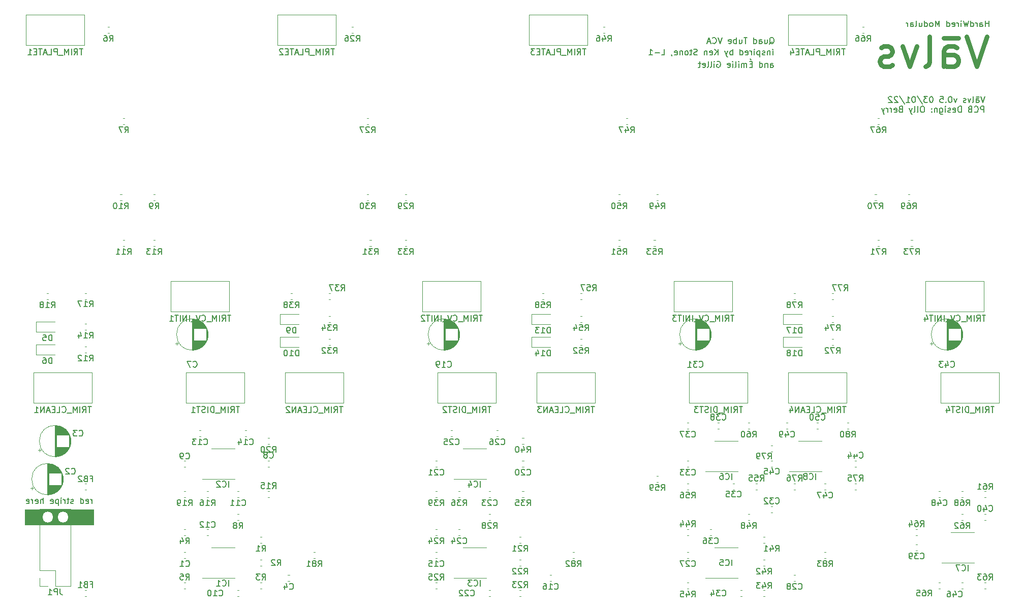
<source format=gbo>
G04 #@! TF.GenerationSoftware,KiCad,Pcbnew,(5.1.6-0-10_14)*
G04 #@! TF.CreationDate,2022-01-03T23:35:25+00:00*
G04 #@! TF.ProjectId,Quad Tube VCA,51756164-2054-4756-9265-205643412e6b,rev?*
G04 #@! TF.SameCoordinates,Original*
G04 #@! TF.FileFunction,Legend,Bot*
G04 #@! TF.FilePolarity,Positive*
%FSLAX46Y46*%
G04 Gerber Fmt 4.6, Leading zero omitted, Abs format (unit mm)*
G04 Created by KiCad (PCBNEW (5.1.6-0-10_14)) date 2022-01-03 23:35:25*
%MOMM*%
%LPD*%
G01*
G04 APERTURE LIST*
%ADD10C,0.150000*%
%ADD11C,0.750000*%
%ADD12C,0.100000*%
%ADD13C,0.120000*%
%ADD14C,1.700000*%
%ADD15R,1.700000X1.700000*%
%ADD16C,1.900000*%
%ADD17R,1.900000X1.900000*%
%ADD18C,2.875000*%
%ADD19R,2.875000X2.875000*%
%ADD20C,2.100000*%
%ADD21C,1.400000*%
%ADD22C,1.540000*%
%ADD23O,1.800000X1.800000*%
%ADD24R,1.800000X1.800000*%
%ADD25R,1.100000X1.100000*%
G04 APERTURE END LIST*
D10*
X226670333Y-47696380D02*
X226670333Y-46696380D01*
X226670333Y-47172571D02*
X226098904Y-47172571D01*
X226098904Y-47696380D02*
X226098904Y-46696380D01*
X225194142Y-47696380D02*
X225194142Y-47172571D01*
X225241761Y-47077333D01*
X225337000Y-47029714D01*
X225527476Y-47029714D01*
X225622714Y-47077333D01*
X225194142Y-47648761D02*
X225289380Y-47696380D01*
X225527476Y-47696380D01*
X225622714Y-47648761D01*
X225670333Y-47553523D01*
X225670333Y-47458285D01*
X225622714Y-47363047D01*
X225527476Y-47315428D01*
X225289380Y-47315428D01*
X225194142Y-47267809D01*
X224717952Y-47696380D02*
X224717952Y-47029714D01*
X224717952Y-47220190D02*
X224670333Y-47124952D01*
X224622714Y-47077333D01*
X224527476Y-47029714D01*
X224432238Y-47029714D01*
X223670333Y-47696380D02*
X223670333Y-46696380D01*
X223670333Y-47648761D02*
X223765571Y-47696380D01*
X223956047Y-47696380D01*
X224051285Y-47648761D01*
X224098904Y-47601142D01*
X224146523Y-47505904D01*
X224146523Y-47220190D01*
X224098904Y-47124952D01*
X224051285Y-47077333D01*
X223956047Y-47029714D01*
X223765571Y-47029714D01*
X223670333Y-47077333D01*
X223289380Y-46696380D02*
X223051285Y-47696380D01*
X222860809Y-46982095D01*
X222670333Y-47696380D01*
X222432238Y-46696380D01*
X222051285Y-47696380D02*
X222051285Y-47029714D01*
X222051285Y-46696380D02*
X222098904Y-46744000D01*
X222051285Y-46791619D01*
X222003666Y-46744000D01*
X222051285Y-46696380D01*
X222051285Y-46791619D01*
X221575095Y-47696380D02*
X221575095Y-47029714D01*
X221575095Y-47220190D02*
X221527476Y-47124952D01*
X221479857Y-47077333D01*
X221384619Y-47029714D01*
X221289380Y-47029714D01*
X220575095Y-47648761D02*
X220670333Y-47696380D01*
X220860809Y-47696380D01*
X220956047Y-47648761D01*
X221003666Y-47553523D01*
X221003666Y-47172571D01*
X220956047Y-47077333D01*
X220860809Y-47029714D01*
X220670333Y-47029714D01*
X220575095Y-47077333D01*
X220527476Y-47172571D01*
X220527476Y-47267809D01*
X221003666Y-47363047D01*
X219670333Y-47696380D02*
X219670333Y-46696380D01*
X219670333Y-47648761D02*
X219765571Y-47696380D01*
X219956047Y-47696380D01*
X220051285Y-47648761D01*
X220098904Y-47601142D01*
X220146523Y-47505904D01*
X220146523Y-47220190D01*
X220098904Y-47124952D01*
X220051285Y-47077333D01*
X219956047Y-47029714D01*
X219765571Y-47029714D01*
X219670333Y-47077333D01*
X218432238Y-47696380D02*
X218432238Y-46696380D01*
X218098904Y-47410666D01*
X217765571Y-46696380D01*
X217765571Y-47696380D01*
X217146523Y-47696380D02*
X217241761Y-47648761D01*
X217289380Y-47601142D01*
X217337000Y-47505904D01*
X217337000Y-47220190D01*
X217289380Y-47124952D01*
X217241761Y-47077333D01*
X217146523Y-47029714D01*
X217003666Y-47029714D01*
X216908428Y-47077333D01*
X216860809Y-47124952D01*
X216813190Y-47220190D01*
X216813190Y-47505904D01*
X216860809Y-47601142D01*
X216908428Y-47648761D01*
X217003666Y-47696380D01*
X217146523Y-47696380D01*
X215956047Y-47696380D02*
X215956047Y-46696380D01*
X215956047Y-47648761D02*
X216051285Y-47696380D01*
X216241761Y-47696380D01*
X216337000Y-47648761D01*
X216384619Y-47601142D01*
X216432238Y-47505904D01*
X216432238Y-47220190D01*
X216384619Y-47124952D01*
X216337000Y-47077333D01*
X216241761Y-47029714D01*
X216051285Y-47029714D01*
X215956047Y-47077333D01*
X215051285Y-47029714D02*
X215051285Y-47696380D01*
X215479857Y-47029714D02*
X215479857Y-47553523D01*
X215432238Y-47648761D01*
X215337000Y-47696380D01*
X215194142Y-47696380D01*
X215098904Y-47648761D01*
X215051285Y-47601142D01*
X214432238Y-47696380D02*
X214527476Y-47648761D01*
X214575095Y-47553523D01*
X214575095Y-46696380D01*
X213622714Y-47696380D02*
X213622714Y-47172571D01*
X213670333Y-47077333D01*
X213765571Y-47029714D01*
X213956047Y-47029714D01*
X214051285Y-47077333D01*
X213622714Y-47648761D02*
X213717952Y-47696380D01*
X213956047Y-47696380D01*
X214051285Y-47648761D01*
X214098904Y-47553523D01*
X214098904Y-47458285D01*
X214051285Y-47363047D01*
X213956047Y-47315428D01*
X213717952Y-47315428D01*
X213622714Y-47267809D01*
X213146523Y-47696380D02*
X213146523Y-47029714D01*
X213146523Y-47220190D02*
X213098904Y-47124952D01*
X213051285Y-47077333D01*
X212956047Y-47029714D01*
X212860809Y-47029714D01*
X225994261Y-59333380D02*
X225660928Y-60333380D01*
X225327595Y-59333380D01*
X224565690Y-60333380D02*
X224565690Y-59809571D01*
X224613309Y-59714333D01*
X224708547Y-59666714D01*
X224899023Y-59666714D01*
X224994261Y-59714333D01*
X224565690Y-60285761D02*
X224660928Y-60333380D01*
X224899023Y-60333380D01*
X224994261Y-60285761D01*
X225041880Y-60190523D01*
X225041880Y-60095285D01*
X224994261Y-60000047D01*
X224899023Y-59952428D01*
X224660928Y-59952428D01*
X224565690Y-59904809D01*
X225041880Y-59381000D02*
X224565690Y-59381000D01*
X223946642Y-60333380D02*
X224041880Y-60285761D01*
X224089500Y-60190523D01*
X224089500Y-59333380D01*
X223660928Y-59666714D02*
X223422833Y-60333380D01*
X223184738Y-59666714D01*
X222851404Y-60285761D02*
X222756166Y-60333380D01*
X222565690Y-60333380D01*
X222470452Y-60285761D01*
X222422833Y-60190523D01*
X222422833Y-60142904D01*
X222470452Y-60047666D01*
X222565690Y-60000047D01*
X222708547Y-60000047D01*
X222803785Y-59952428D01*
X222851404Y-59857190D01*
X222851404Y-59809571D01*
X222803785Y-59714333D01*
X222708547Y-59666714D01*
X222565690Y-59666714D01*
X222470452Y-59714333D01*
X221327595Y-59666714D02*
X221089500Y-60333380D01*
X220851404Y-59666714D01*
X220279976Y-59333380D02*
X220184738Y-59333380D01*
X220089500Y-59381000D01*
X220041880Y-59428619D01*
X219994261Y-59523857D01*
X219946642Y-59714333D01*
X219946642Y-59952428D01*
X219994261Y-60142904D01*
X220041880Y-60238142D01*
X220089500Y-60285761D01*
X220184738Y-60333380D01*
X220279976Y-60333380D01*
X220375214Y-60285761D01*
X220422833Y-60238142D01*
X220470452Y-60142904D01*
X220518071Y-59952428D01*
X220518071Y-59714333D01*
X220470452Y-59523857D01*
X220422833Y-59428619D01*
X220375214Y-59381000D01*
X220279976Y-59333380D01*
X219518071Y-60238142D02*
X219470452Y-60285761D01*
X219518071Y-60333380D01*
X219565690Y-60285761D01*
X219518071Y-60238142D01*
X219518071Y-60333380D01*
X218565690Y-59333380D02*
X219041880Y-59333380D01*
X219089500Y-59809571D01*
X219041880Y-59761952D01*
X218946642Y-59714333D01*
X218708547Y-59714333D01*
X218613309Y-59761952D01*
X218565690Y-59809571D01*
X218518071Y-59904809D01*
X218518071Y-60142904D01*
X218565690Y-60238142D01*
X218613309Y-60285761D01*
X218708547Y-60333380D01*
X218946642Y-60333380D01*
X219041880Y-60285761D01*
X219089500Y-60238142D01*
X217137119Y-59333380D02*
X217041880Y-59333380D01*
X216946642Y-59381000D01*
X216899023Y-59428619D01*
X216851404Y-59523857D01*
X216803785Y-59714333D01*
X216803785Y-59952428D01*
X216851404Y-60142904D01*
X216899023Y-60238142D01*
X216946642Y-60285761D01*
X217041880Y-60333380D01*
X217137119Y-60333380D01*
X217232357Y-60285761D01*
X217279976Y-60238142D01*
X217327595Y-60142904D01*
X217375214Y-59952428D01*
X217375214Y-59714333D01*
X217327595Y-59523857D01*
X217279976Y-59428619D01*
X217232357Y-59381000D01*
X217137119Y-59333380D01*
X216470452Y-59333380D02*
X215851404Y-59333380D01*
X216184738Y-59714333D01*
X216041880Y-59714333D01*
X215946642Y-59761952D01*
X215899023Y-59809571D01*
X215851404Y-59904809D01*
X215851404Y-60142904D01*
X215899023Y-60238142D01*
X215946642Y-60285761D01*
X216041880Y-60333380D01*
X216327595Y-60333380D01*
X216422833Y-60285761D01*
X216470452Y-60238142D01*
X214708547Y-59285761D02*
X215565690Y-60571476D01*
X214184738Y-59333380D02*
X214089500Y-59333380D01*
X213994261Y-59381000D01*
X213946642Y-59428619D01*
X213899023Y-59523857D01*
X213851404Y-59714333D01*
X213851404Y-59952428D01*
X213899023Y-60142904D01*
X213946642Y-60238142D01*
X213994261Y-60285761D01*
X214089500Y-60333380D01*
X214184738Y-60333380D01*
X214279976Y-60285761D01*
X214327595Y-60238142D01*
X214375214Y-60142904D01*
X214422833Y-59952428D01*
X214422833Y-59714333D01*
X214375214Y-59523857D01*
X214327595Y-59428619D01*
X214279976Y-59381000D01*
X214184738Y-59333380D01*
X212899023Y-60333380D02*
X213470452Y-60333380D01*
X213184738Y-60333380D02*
X213184738Y-59333380D01*
X213279976Y-59476238D01*
X213375214Y-59571476D01*
X213470452Y-59619095D01*
X211756166Y-59285761D02*
X212613309Y-60571476D01*
X211470452Y-59428619D02*
X211422833Y-59381000D01*
X211327595Y-59333380D01*
X211089500Y-59333380D01*
X210994261Y-59381000D01*
X210946642Y-59428619D01*
X210899023Y-59523857D01*
X210899023Y-59619095D01*
X210946642Y-59761952D01*
X211518071Y-60333380D01*
X210899023Y-60333380D01*
X210518071Y-59428619D02*
X210470452Y-59381000D01*
X210375214Y-59333380D01*
X210137119Y-59333380D01*
X210041880Y-59381000D01*
X209994261Y-59428619D01*
X209946642Y-59523857D01*
X209946642Y-59619095D01*
X209994261Y-59761952D01*
X210565690Y-60333380D01*
X209946642Y-60333380D01*
X225851404Y-61983380D02*
X225851404Y-60983380D01*
X225470452Y-60983380D01*
X225375214Y-61031000D01*
X225327595Y-61078619D01*
X225279976Y-61173857D01*
X225279976Y-61316714D01*
X225327595Y-61411952D01*
X225375214Y-61459571D01*
X225470452Y-61507190D01*
X225851404Y-61507190D01*
X224279976Y-61888142D02*
X224327595Y-61935761D01*
X224470452Y-61983380D01*
X224565690Y-61983380D01*
X224708547Y-61935761D01*
X224803785Y-61840523D01*
X224851404Y-61745285D01*
X224899023Y-61554809D01*
X224899023Y-61411952D01*
X224851404Y-61221476D01*
X224803785Y-61126238D01*
X224708547Y-61031000D01*
X224565690Y-60983380D01*
X224470452Y-60983380D01*
X224327595Y-61031000D01*
X224279976Y-61078619D01*
X223518071Y-61459571D02*
X223375214Y-61507190D01*
X223327595Y-61554809D01*
X223279976Y-61650047D01*
X223279976Y-61792904D01*
X223327595Y-61888142D01*
X223375214Y-61935761D01*
X223470452Y-61983380D01*
X223851404Y-61983380D01*
X223851404Y-60983380D01*
X223518071Y-60983380D01*
X223422833Y-61031000D01*
X223375214Y-61078619D01*
X223327595Y-61173857D01*
X223327595Y-61269095D01*
X223375214Y-61364333D01*
X223422833Y-61411952D01*
X223518071Y-61459571D01*
X223851404Y-61459571D01*
X222089500Y-61983380D02*
X222089500Y-60983380D01*
X221851404Y-60983380D01*
X221708547Y-61031000D01*
X221613309Y-61126238D01*
X221565690Y-61221476D01*
X221518071Y-61411952D01*
X221518071Y-61554809D01*
X221565690Y-61745285D01*
X221613309Y-61840523D01*
X221708547Y-61935761D01*
X221851404Y-61983380D01*
X222089500Y-61983380D01*
X220708547Y-61935761D02*
X220803785Y-61983380D01*
X220994261Y-61983380D01*
X221089500Y-61935761D01*
X221137119Y-61840523D01*
X221137119Y-61459571D01*
X221089500Y-61364333D01*
X220994261Y-61316714D01*
X220803785Y-61316714D01*
X220708547Y-61364333D01*
X220660928Y-61459571D01*
X220660928Y-61554809D01*
X221137119Y-61650047D01*
X220279976Y-61935761D02*
X220184738Y-61983380D01*
X219994261Y-61983380D01*
X219899023Y-61935761D01*
X219851404Y-61840523D01*
X219851404Y-61792904D01*
X219899023Y-61697666D01*
X219994261Y-61650047D01*
X220137119Y-61650047D01*
X220232357Y-61602428D01*
X220279976Y-61507190D01*
X220279976Y-61459571D01*
X220232357Y-61364333D01*
X220137119Y-61316714D01*
X219994261Y-61316714D01*
X219899023Y-61364333D01*
X219422833Y-61983380D02*
X219422833Y-61316714D01*
X219422833Y-60983380D02*
X219470452Y-61031000D01*
X219422833Y-61078619D01*
X219375214Y-61031000D01*
X219422833Y-60983380D01*
X219422833Y-61078619D01*
X218518071Y-61316714D02*
X218518071Y-62126238D01*
X218565690Y-62221476D01*
X218613309Y-62269095D01*
X218708547Y-62316714D01*
X218851404Y-62316714D01*
X218946642Y-62269095D01*
X218518071Y-61935761D02*
X218613309Y-61983380D01*
X218803785Y-61983380D01*
X218899023Y-61935761D01*
X218946642Y-61888142D01*
X218994261Y-61792904D01*
X218994261Y-61507190D01*
X218946642Y-61411952D01*
X218899023Y-61364333D01*
X218803785Y-61316714D01*
X218613309Y-61316714D01*
X218518071Y-61364333D01*
X218041880Y-61316714D02*
X218041880Y-61983380D01*
X218041880Y-61411952D02*
X217994261Y-61364333D01*
X217899023Y-61316714D01*
X217756166Y-61316714D01*
X217660928Y-61364333D01*
X217613309Y-61459571D01*
X217613309Y-61983380D01*
X217137119Y-61888142D02*
X217089500Y-61935761D01*
X217137119Y-61983380D01*
X217184738Y-61935761D01*
X217137119Y-61888142D01*
X217137119Y-61983380D01*
X217137119Y-61364333D02*
X217089500Y-61411952D01*
X217137119Y-61459571D01*
X217184738Y-61411952D01*
X217137119Y-61364333D01*
X217137119Y-61459571D01*
X215708547Y-60983380D02*
X215518071Y-60983380D01*
X215422833Y-61031000D01*
X215327595Y-61126238D01*
X215279976Y-61316714D01*
X215279976Y-61650047D01*
X215327595Y-61840523D01*
X215422833Y-61935761D01*
X215518071Y-61983380D01*
X215708547Y-61983380D01*
X215803785Y-61935761D01*
X215899023Y-61840523D01*
X215946642Y-61650047D01*
X215946642Y-61316714D01*
X215899023Y-61126238D01*
X215803785Y-61031000D01*
X215708547Y-60983380D01*
X214708547Y-61983380D02*
X214803785Y-61935761D01*
X214851404Y-61840523D01*
X214851404Y-60983380D01*
X214184738Y-61983380D02*
X214279976Y-61935761D01*
X214327595Y-61840523D01*
X214327595Y-60983380D01*
X213899023Y-61316714D02*
X213660928Y-61983380D01*
X213422833Y-61316714D02*
X213660928Y-61983380D01*
X213756166Y-62221476D01*
X213803785Y-62269095D01*
X213899023Y-62316714D01*
X211946642Y-61459571D02*
X211803785Y-61507190D01*
X211756166Y-61554809D01*
X211708547Y-61650047D01*
X211708547Y-61792904D01*
X211756166Y-61888142D01*
X211803785Y-61935761D01*
X211899023Y-61983380D01*
X212279976Y-61983380D01*
X212279976Y-60983380D01*
X211946642Y-60983380D01*
X211851404Y-61031000D01*
X211803785Y-61078619D01*
X211756166Y-61173857D01*
X211756166Y-61269095D01*
X211803785Y-61364333D01*
X211851404Y-61411952D01*
X211946642Y-61459571D01*
X212279976Y-61459571D01*
X210899023Y-61935761D02*
X210994261Y-61983380D01*
X211184738Y-61983380D01*
X211279976Y-61935761D01*
X211327595Y-61840523D01*
X211327595Y-61459571D01*
X211279976Y-61364333D01*
X211184738Y-61316714D01*
X210994261Y-61316714D01*
X210899023Y-61364333D01*
X210851404Y-61459571D01*
X210851404Y-61554809D01*
X211327595Y-61650047D01*
X210422833Y-61983380D02*
X210422833Y-61316714D01*
X210422833Y-61507190D02*
X210375214Y-61411952D01*
X210327595Y-61364333D01*
X210232357Y-61316714D01*
X210137119Y-61316714D01*
X209803785Y-61983380D02*
X209803785Y-61316714D01*
X209803785Y-61507190D02*
X209756166Y-61411952D01*
X209708547Y-61364333D01*
X209613309Y-61316714D01*
X209518071Y-61316714D01*
X209279976Y-61316714D02*
X209041880Y-61983380D01*
X208803785Y-61316714D02*
X209041880Y-61983380D01*
X209137119Y-62221476D01*
X209184738Y-62269095D01*
X209279976Y-62316714D01*
X190294285Y-54472380D02*
X190294285Y-53948571D01*
X190341904Y-53853333D01*
X190437142Y-53805714D01*
X190627619Y-53805714D01*
X190722857Y-53853333D01*
X190294285Y-54424761D02*
X190389523Y-54472380D01*
X190627619Y-54472380D01*
X190722857Y-54424761D01*
X190770476Y-54329523D01*
X190770476Y-54234285D01*
X190722857Y-54139047D01*
X190627619Y-54091428D01*
X190389523Y-54091428D01*
X190294285Y-54043809D01*
X189818095Y-53805714D02*
X189818095Y-54472380D01*
X189818095Y-53900952D02*
X189770476Y-53853333D01*
X189675238Y-53805714D01*
X189532380Y-53805714D01*
X189437142Y-53853333D01*
X189389523Y-53948571D01*
X189389523Y-54472380D01*
X188484761Y-54472380D02*
X188484761Y-53472380D01*
X188484761Y-54424761D02*
X188580000Y-54472380D01*
X188770476Y-54472380D01*
X188865714Y-54424761D01*
X188913333Y-54377142D01*
X188960952Y-54281904D01*
X188960952Y-53996190D01*
X188913333Y-53900952D01*
X188865714Y-53853333D01*
X188770476Y-53805714D01*
X188580000Y-53805714D01*
X188484761Y-53853333D01*
X187246666Y-53948571D02*
X186913333Y-53948571D01*
X186770476Y-54472380D02*
X187246666Y-54472380D01*
X187246666Y-53472380D01*
X186770476Y-53472380D01*
X186913333Y-53091428D02*
X187056190Y-53234285D01*
X186341904Y-54472380D02*
X186341904Y-53805714D01*
X186341904Y-53900952D02*
X186294285Y-53853333D01*
X186199047Y-53805714D01*
X186056190Y-53805714D01*
X185960952Y-53853333D01*
X185913333Y-53948571D01*
X185913333Y-54472380D01*
X185913333Y-53948571D02*
X185865714Y-53853333D01*
X185770476Y-53805714D01*
X185627619Y-53805714D01*
X185532380Y-53853333D01*
X185484761Y-53948571D01*
X185484761Y-54472380D01*
X185008571Y-54472380D02*
X185008571Y-53805714D01*
X185008571Y-53472380D02*
X185056190Y-53520000D01*
X185008571Y-53567619D01*
X184960952Y-53520000D01*
X185008571Y-53472380D01*
X185008571Y-53567619D01*
X184389523Y-54472380D02*
X184484761Y-54424761D01*
X184532380Y-54329523D01*
X184532380Y-53472380D01*
X184008571Y-54472380D02*
X184008571Y-53805714D01*
X184008571Y-53472380D02*
X184056190Y-53520000D01*
X184008571Y-53567619D01*
X183960952Y-53520000D01*
X184008571Y-53472380D01*
X184008571Y-53567619D01*
X183151428Y-54424761D02*
X183246666Y-54472380D01*
X183437142Y-54472380D01*
X183532380Y-54424761D01*
X183580000Y-54329523D01*
X183580000Y-53948571D01*
X183532380Y-53853333D01*
X183437142Y-53805714D01*
X183246666Y-53805714D01*
X183151428Y-53853333D01*
X183103809Y-53948571D01*
X183103809Y-54043809D01*
X183580000Y-54139047D01*
X181389523Y-53520000D02*
X181484761Y-53472380D01*
X181627619Y-53472380D01*
X181770476Y-53520000D01*
X181865714Y-53615238D01*
X181913333Y-53710476D01*
X181960952Y-53900952D01*
X181960952Y-54043809D01*
X181913333Y-54234285D01*
X181865714Y-54329523D01*
X181770476Y-54424761D01*
X181627619Y-54472380D01*
X181532380Y-54472380D01*
X181389523Y-54424761D01*
X181341904Y-54377142D01*
X181341904Y-54043809D01*
X181532380Y-54043809D01*
X180913333Y-54472380D02*
X180913333Y-53805714D01*
X180913333Y-53472380D02*
X180960952Y-53520000D01*
X180913333Y-53567619D01*
X180865714Y-53520000D01*
X180913333Y-53472380D01*
X180913333Y-53567619D01*
X180294285Y-54472380D02*
X180389523Y-54424761D01*
X180437142Y-54329523D01*
X180437142Y-53472380D01*
X179770476Y-54472380D02*
X179865714Y-54424761D01*
X179913333Y-54329523D01*
X179913333Y-53472380D01*
X179008571Y-54424761D02*
X179103809Y-54472380D01*
X179294285Y-54472380D01*
X179389523Y-54424761D01*
X179437142Y-54329523D01*
X179437142Y-53948571D01*
X179389523Y-53853333D01*
X179294285Y-53805714D01*
X179103809Y-53805714D01*
X179008571Y-53853333D01*
X178960952Y-53948571D01*
X178960952Y-54043809D01*
X179437142Y-54139047D01*
X178675238Y-53805714D02*
X178294285Y-53805714D01*
X178532380Y-53472380D02*
X178532380Y-54329523D01*
X178484761Y-54424761D01*
X178389523Y-54472380D01*
X178294285Y-54472380D01*
X190699523Y-52422380D02*
X190699523Y-51755714D01*
X190699523Y-51422380D02*
X190747142Y-51470000D01*
X190699523Y-51517619D01*
X190651904Y-51470000D01*
X190699523Y-51422380D01*
X190699523Y-51517619D01*
X190223333Y-51755714D02*
X190223333Y-52422380D01*
X190223333Y-51850952D02*
X190175714Y-51803333D01*
X190080476Y-51755714D01*
X189937619Y-51755714D01*
X189842380Y-51803333D01*
X189794761Y-51898571D01*
X189794761Y-52422380D01*
X189366190Y-52374761D02*
X189270952Y-52422380D01*
X189080476Y-52422380D01*
X188985238Y-52374761D01*
X188937619Y-52279523D01*
X188937619Y-52231904D01*
X188985238Y-52136666D01*
X189080476Y-52089047D01*
X189223333Y-52089047D01*
X189318571Y-52041428D01*
X189366190Y-51946190D01*
X189366190Y-51898571D01*
X189318571Y-51803333D01*
X189223333Y-51755714D01*
X189080476Y-51755714D01*
X188985238Y-51803333D01*
X188509047Y-51755714D02*
X188509047Y-52755714D01*
X188509047Y-51803333D02*
X188413809Y-51755714D01*
X188223333Y-51755714D01*
X188128095Y-51803333D01*
X188080476Y-51850952D01*
X188032857Y-51946190D01*
X188032857Y-52231904D01*
X188080476Y-52327142D01*
X188128095Y-52374761D01*
X188223333Y-52422380D01*
X188413809Y-52422380D01*
X188509047Y-52374761D01*
X187604285Y-52422380D02*
X187604285Y-51755714D01*
X187604285Y-51422380D02*
X187651904Y-51470000D01*
X187604285Y-51517619D01*
X187556666Y-51470000D01*
X187604285Y-51422380D01*
X187604285Y-51517619D01*
X187128095Y-52422380D02*
X187128095Y-51755714D01*
X187128095Y-51946190D02*
X187080476Y-51850952D01*
X187032857Y-51803333D01*
X186937619Y-51755714D01*
X186842380Y-51755714D01*
X186128095Y-52374761D02*
X186223333Y-52422380D01*
X186413809Y-52422380D01*
X186509047Y-52374761D01*
X186556666Y-52279523D01*
X186556666Y-51898571D01*
X186509047Y-51803333D01*
X186413809Y-51755714D01*
X186223333Y-51755714D01*
X186128095Y-51803333D01*
X186080476Y-51898571D01*
X186080476Y-51993809D01*
X186556666Y-52089047D01*
X185223333Y-52422380D02*
X185223333Y-51422380D01*
X185223333Y-52374761D02*
X185318571Y-52422380D01*
X185509047Y-52422380D01*
X185604285Y-52374761D01*
X185651904Y-52327142D01*
X185699523Y-52231904D01*
X185699523Y-51946190D01*
X185651904Y-51850952D01*
X185604285Y-51803333D01*
X185509047Y-51755714D01*
X185318571Y-51755714D01*
X185223333Y-51803333D01*
X183985238Y-52422380D02*
X183985238Y-51422380D01*
X183985238Y-51803333D02*
X183890000Y-51755714D01*
X183699523Y-51755714D01*
X183604285Y-51803333D01*
X183556666Y-51850952D01*
X183509047Y-51946190D01*
X183509047Y-52231904D01*
X183556666Y-52327142D01*
X183604285Y-52374761D01*
X183699523Y-52422380D01*
X183890000Y-52422380D01*
X183985238Y-52374761D01*
X183175714Y-51755714D02*
X182937619Y-52422380D01*
X182699523Y-51755714D02*
X182937619Y-52422380D01*
X183032857Y-52660476D01*
X183080476Y-52708095D01*
X183175714Y-52755714D01*
X181556666Y-52422380D02*
X181556666Y-51422380D01*
X180985238Y-52422380D02*
X181413809Y-51850952D01*
X180985238Y-51422380D02*
X181556666Y-51993809D01*
X180175714Y-52374761D02*
X180270952Y-52422380D01*
X180461428Y-52422380D01*
X180556666Y-52374761D01*
X180604285Y-52279523D01*
X180604285Y-51898571D01*
X180556666Y-51803333D01*
X180461428Y-51755714D01*
X180270952Y-51755714D01*
X180175714Y-51803333D01*
X180128095Y-51898571D01*
X180128095Y-51993809D01*
X180604285Y-52089047D01*
X179699523Y-51755714D02*
X179699523Y-52422380D01*
X179699523Y-51850952D02*
X179651904Y-51803333D01*
X179556666Y-51755714D01*
X179413809Y-51755714D01*
X179318571Y-51803333D01*
X179270952Y-51898571D01*
X179270952Y-52422380D01*
X178080476Y-52374761D02*
X177937619Y-52422380D01*
X177699523Y-52422380D01*
X177604285Y-52374761D01*
X177556666Y-52327142D01*
X177509047Y-52231904D01*
X177509047Y-52136666D01*
X177556666Y-52041428D01*
X177604285Y-51993809D01*
X177699523Y-51946190D01*
X177890000Y-51898571D01*
X177985238Y-51850952D01*
X178032857Y-51803333D01*
X178080476Y-51708095D01*
X178080476Y-51612857D01*
X178032857Y-51517619D01*
X177985238Y-51470000D01*
X177890000Y-51422380D01*
X177651904Y-51422380D01*
X177509047Y-51470000D01*
X177223333Y-51755714D02*
X176842380Y-51755714D01*
X177080476Y-51422380D02*
X177080476Y-52279523D01*
X177032857Y-52374761D01*
X176937619Y-52422380D01*
X176842380Y-52422380D01*
X176366190Y-52422380D02*
X176461428Y-52374761D01*
X176509047Y-52327142D01*
X176556666Y-52231904D01*
X176556666Y-51946190D01*
X176509047Y-51850952D01*
X176461428Y-51803333D01*
X176366190Y-51755714D01*
X176223333Y-51755714D01*
X176128095Y-51803333D01*
X176080476Y-51850952D01*
X176032857Y-51946190D01*
X176032857Y-52231904D01*
X176080476Y-52327142D01*
X176128095Y-52374761D01*
X176223333Y-52422380D01*
X176366190Y-52422380D01*
X175604285Y-51755714D02*
X175604285Y-52422380D01*
X175604285Y-51850952D02*
X175556666Y-51803333D01*
X175461428Y-51755714D01*
X175318571Y-51755714D01*
X175223333Y-51803333D01*
X175175714Y-51898571D01*
X175175714Y-52422380D01*
X174318571Y-52374761D02*
X174413809Y-52422380D01*
X174604285Y-52422380D01*
X174699523Y-52374761D01*
X174747142Y-52279523D01*
X174747142Y-51898571D01*
X174699523Y-51803333D01*
X174604285Y-51755714D01*
X174413809Y-51755714D01*
X174318571Y-51803333D01*
X174270952Y-51898571D01*
X174270952Y-51993809D01*
X174747142Y-52089047D01*
X173794761Y-52374761D02*
X173794761Y-52422380D01*
X173842380Y-52517619D01*
X173890000Y-52565238D01*
X172128095Y-52422380D02*
X172604285Y-52422380D01*
X172604285Y-51422380D01*
X171794761Y-52041428D02*
X171032857Y-52041428D01*
X170032857Y-52422380D02*
X170604285Y-52422380D01*
X170318571Y-52422380D02*
X170318571Y-51422380D01*
X170413809Y-51565238D01*
X170509047Y-51660476D01*
X170604285Y-51708095D01*
X190129523Y-50597619D02*
X190224761Y-50550000D01*
X190320000Y-50454761D01*
X190462857Y-50311904D01*
X190558095Y-50264285D01*
X190653333Y-50264285D01*
X190605714Y-50502380D02*
X190700952Y-50454761D01*
X190796190Y-50359523D01*
X190843809Y-50169047D01*
X190843809Y-49835714D01*
X190796190Y-49645238D01*
X190700952Y-49550000D01*
X190605714Y-49502380D01*
X190415238Y-49502380D01*
X190320000Y-49550000D01*
X190224761Y-49645238D01*
X190177142Y-49835714D01*
X190177142Y-50169047D01*
X190224761Y-50359523D01*
X190320000Y-50454761D01*
X190415238Y-50502380D01*
X190605714Y-50502380D01*
X189320000Y-49835714D02*
X189320000Y-50502380D01*
X189748571Y-49835714D02*
X189748571Y-50359523D01*
X189700952Y-50454761D01*
X189605714Y-50502380D01*
X189462857Y-50502380D01*
X189367619Y-50454761D01*
X189320000Y-50407142D01*
X188415238Y-50502380D02*
X188415238Y-49978571D01*
X188462857Y-49883333D01*
X188558095Y-49835714D01*
X188748571Y-49835714D01*
X188843809Y-49883333D01*
X188415238Y-50454761D02*
X188510476Y-50502380D01*
X188748571Y-50502380D01*
X188843809Y-50454761D01*
X188891428Y-50359523D01*
X188891428Y-50264285D01*
X188843809Y-50169047D01*
X188748571Y-50121428D01*
X188510476Y-50121428D01*
X188415238Y-50073809D01*
X187510476Y-50502380D02*
X187510476Y-49502380D01*
X187510476Y-50454761D02*
X187605714Y-50502380D01*
X187796190Y-50502380D01*
X187891428Y-50454761D01*
X187939047Y-50407142D01*
X187986666Y-50311904D01*
X187986666Y-50026190D01*
X187939047Y-49930952D01*
X187891428Y-49883333D01*
X187796190Y-49835714D01*
X187605714Y-49835714D01*
X187510476Y-49883333D01*
X186415238Y-49502380D02*
X185843809Y-49502380D01*
X186129523Y-50502380D02*
X186129523Y-49502380D01*
X185081904Y-49835714D02*
X185081904Y-50502380D01*
X185510476Y-49835714D02*
X185510476Y-50359523D01*
X185462857Y-50454761D01*
X185367619Y-50502380D01*
X185224761Y-50502380D01*
X185129523Y-50454761D01*
X185081904Y-50407142D01*
X184605714Y-50502380D02*
X184605714Y-49502380D01*
X184605714Y-49883333D02*
X184510476Y-49835714D01*
X184320000Y-49835714D01*
X184224761Y-49883333D01*
X184177142Y-49930952D01*
X184129523Y-50026190D01*
X184129523Y-50311904D01*
X184177142Y-50407142D01*
X184224761Y-50454761D01*
X184320000Y-50502380D01*
X184510476Y-50502380D01*
X184605714Y-50454761D01*
X183320000Y-50454761D02*
X183415238Y-50502380D01*
X183605714Y-50502380D01*
X183700952Y-50454761D01*
X183748571Y-50359523D01*
X183748571Y-49978571D01*
X183700952Y-49883333D01*
X183605714Y-49835714D01*
X183415238Y-49835714D01*
X183320000Y-49883333D01*
X183272380Y-49978571D01*
X183272380Y-50073809D01*
X183748571Y-50169047D01*
X182224761Y-49502380D02*
X181891428Y-50502380D01*
X181558095Y-49502380D01*
X180653333Y-50407142D02*
X180700952Y-50454761D01*
X180843809Y-50502380D01*
X180939047Y-50502380D01*
X181081904Y-50454761D01*
X181177142Y-50359523D01*
X181224761Y-50264285D01*
X181272380Y-50073809D01*
X181272380Y-49930952D01*
X181224761Y-49740476D01*
X181177142Y-49645238D01*
X181081904Y-49550000D01*
X180939047Y-49502380D01*
X180843809Y-49502380D01*
X180700952Y-49550000D01*
X180653333Y-49597619D01*
X180272380Y-50216666D02*
X179796190Y-50216666D01*
X180367619Y-50502380D02*
X180034285Y-49502380D01*
X179700952Y-50502380D01*
D11*
X226336666Y-49331904D02*
X224670000Y-54331904D01*
X223003333Y-49331904D01*
X219193809Y-54331904D02*
X219193809Y-51712857D01*
X219431904Y-51236666D01*
X219908095Y-50998571D01*
X220860476Y-50998571D01*
X221336666Y-51236666D01*
X219193809Y-54093809D02*
X219670000Y-54331904D01*
X220860476Y-54331904D01*
X221336666Y-54093809D01*
X221574761Y-53617619D01*
X221574761Y-53141428D01*
X221336666Y-52665238D01*
X220860476Y-52427142D01*
X219670000Y-52427142D01*
X219193809Y-52189047D01*
X221574761Y-49570000D02*
X219193809Y-49570000D01*
X216098571Y-54331904D02*
X216574761Y-54093809D01*
X216812857Y-53617619D01*
X216812857Y-49331904D01*
X214670000Y-50998571D02*
X213479523Y-54331904D01*
X212289047Y-50998571D01*
X210622380Y-54093809D02*
X210146190Y-54331904D01*
X209193809Y-54331904D01*
X208717619Y-54093809D01*
X208479523Y-53617619D01*
X208479523Y-53379523D01*
X208717619Y-52903333D01*
X209193809Y-52665238D01*
X209908095Y-52665238D01*
X210384285Y-52427142D01*
X210622380Y-51950952D01*
X210622380Y-51712857D01*
X210384285Y-51236666D01*
X209908095Y-50998571D01*
X209193809Y-50998571D01*
X208717619Y-51236666D01*
D10*
X77252380Y-127272380D02*
X77252380Y-126605714D01*
X77252380Y-126796190D02*
X77204761Y-126700952D01*
X77157142Y-126653333D01*
X77061904Y-126605714D01*
X76966666Y-126605714D01*
X76252380Y-127224761D02*
X76347619Y-127272380D01*
X76538095Y-127272380D01*
X76633333Y-127224761D01*
X76680952Y-127129523D01*
X76680952Y-126748571D01*
X76633333Y-126653333D01*
X76538095Y-126605714D01*
X76347619Y-126605714D01*
X76252380Y-126653333D01*
X76204761Y-126748571D01*
X76204761Y-126843809D01*
X76680952Y-126939047D01*
X75347619Y-127272380D02*
X75347619Y-126272380D01*
X75347619Y-127224761D02*
X75442857Y-127272380D01*
X75633333Y-127272380D01*
X75728571Y-127224761D01*
X75776190Y-127177142D01*
X75823809Y-127081904D01*
X75823809Y-126796190D01*
X75776190Y-126700952D01*
X75728571Y-126653333D01*
X75633333Y-126605714D01*
X75442857Y-126605714D01*
X75347619Y-126653333D01*
X74157142Y-127224761D02*
X74061904Y-127272380D01*
X73871428Y-127272380D01*
X73776190Y-127224761D01*
X73728571Y-127129523D01*
X73728571Y-127081904D01*
X73776190Y-126986666D01*
X73871428Y-126939047D01*
X74014285Y-126939047D01*
X74109523Y-126891428D01*
X74157142Y-126796190D01*
X74157142Y-126748571D01*
X74109523Y-126653333D01*
X74014285Y-126605714D01*
X73871428Y-126605714D01*
X73776190Y-126653333D01*
X73442857Y-126605714D02*
X73061904Y-126605714D01*
X73300000Y-126272380D02*
X73300000Y-127129523D01*
X73252380Y-127224761D01*
X73157142Y-127272380D01*
X73061904Y-127272380D01*
X72728571Y-127272380D02*
X72728571Y-126605714D01*
X72728571Y-126796190D02*
X72680952Y-126700952D01*
X72633333Y-126653333D01*
X72538095Y-126605714D01*
X72442857Y-126605714D01*
X72109523Y-127272380D02*
X72109523Y-126605714D01*
X72109523Y-126272380D02*
X72157142Y-126320000D01*
X72109523Y-126367619D01*
X72061904Y-126320000D01*
X72109523Y-126272380D01*
X72109523Y-126367619D01*
X71633333Y-126605714D02*
X71633333Y-127605714D01*
X71633333Y-126653333D02*
X71538095Y-126605714D01*
X71347619Y-126605714D01*
X71252380Y-126653333D01*
X71204761Y-126700952D01*
X71157142Y-126796190D01*
X71157142Y-127081904D01*
X71204761Y-127177142D01*
X71252380Y-127224761D01*
X71347619Y-127272380D01*
X71538095Y-127272380D01*
X71633333Y-127224761D01*
X70347619Y-127224761D02*
X70442857Y-127272380D01*
X70633333Y-127272380D01*
X70728571Y-127224761D01*
X70776190Y-127129523D01*
X70776190Y-126748571D01*
X70728571Y-126653333D01*
X70633333Y-126605714D01*
X70442857Y-126605714D01*
X70347619Y-126653333D01*
X70300000Y-126748571D01*
X70300000Y-126843809D01*
X70776190Y-126939047D01*
X69109523Y-127272380D02*
X69109523Y-126272380D01*
X68680952Y-127272380D02*
X68680952Y-126748571D01*
X68728571Y-126653333D01*
X68823809Y-126605714D01*
X68966666Y-126605714D01*
X69061904Y-126653333D01*
X69109523Y-126700952D01*
X67823809Y-127224761D02*
X67919047Y-127272380D01*
X68109523Y-127272380D01*
X68204761Y-127224761D01*
X68252380Y-127129523D01*
X68252380Y-126748571D01*
X68204761Y-126653333D01*
X68109523Y-126605714D01*
X67919047Y-126605714D01*
X67823809Y-126653333D01*
X67776190Y-126748571D01*
X67776190Y-126843809D01*
X68252380Y-126939047D01*
X67347619Y-127272380D02*
X67347619Y-126605714D01*
X67347619Y-126796190D02*
X67300000Y-126700952D01*
X67252380Y-126653333D01*
X67157142Y-126605714D01*
X67061904Y-126605714D01*
X66347619Y-127224761D02*
X66442857Y-127272380D01*
X66633333Y-127272380D01*
X66728571Y-127224761D01*
X66776190Y-127129523D01*
X66776190Y-126748571D01*
X66728571Y-126653333D01*
X66633333Y-126605714D01*
X66442857Y-126605714D01*
X66347619Y-126653333D01*
X66299999Y-126748571D01*
X66299999Y-126843809D01*
X66776190Y-126939047D01*
D12*
G36*
X77470000Y-130810000D02*
G01*
X66040000Y-130810000D01*
X66040000Y-128270000D01*
X77470000Y-128270000D01*
X77470000Y-130810000D01*
G37*
X77470000Y-130810000D02*
X66040000Y-130810000D01*
X66040000Y-128270000D01*
X77470000Y-128270000D01*
X77470000Y-130810000D01*
D13*
X222310000Y-99060000D02*
G75*
G03*
X222310000Y-99060000I-2620000J0D01*
G01*
X219690000Y-101640000D02*
X219690000Y-96480000D01*
X219730000Y-101640000D02*
X219730000Y-96480000D01*
X219770000Y-101639000D02*
X219770000Y-96481000D01*
X219810000Y-101638000D02*
X219810000Y-96482000D01*
X219850000Y-101636000D02*
X219850000Y-96484000D01*
X219890000Y-101633000D02*
X219890000Y-96487000D01*
X219930000Y-101629000D02*
X219930000Y-100100000D01*
X219930000Y-98020000D02*
X219930000Y-96491000D01*
X219970000Y-101625000D02*
X219970000Y-100100000D01*
X219970000Y-98020000D02*
X219970000Y-96495000D01*
X220010000Y-101621000D02*
X220010000Y-100100000D01*
X220010000Y-98020000D02*
X220010000Y-96499000D01*
X220050000Y-101616000D02*
X220050000Y-100100000D01*
X220050000Y-98020000D02*
X220050000Y-96504000D01*
X220090000Y-101610000D02*
X220090000Y-100100000D01*
X220090000Y-98020000D02*
X220090000Y-96510000D01*
X220130000Y-101603000D02*
X220130000Y-100100000D01*
X220130000Y-98020000D02*
X220130000Y-96517000D01*
X220170000Y-101596000D02*
X220170000Y-100100000D01*
X220170000Y-98020000D02*
X220170000Y-96524000D01*
X220210000Y-101588000D02*
X220210000Y-100100000D01*
X220210000Y-98020000D02*
X220210000Y-96532000D01*
X220250000Y-101580000D02*
X220250000Y-100100000D01*
X220250000Y-98020000D02*
X220250000Y-96540000D01*
X220290000Y-101571000D02*
X220290000Y-100100000D01*
X220290000Y-98020000D02*
X220290000Y-96549000D01*
X220330000Y-101561000D02*
X220330000Y-100100000D01*
X220330000Y-98020000D02*
X220330000Y-96559000D01*
X220370000Y-101551000D02*
X220370000Y-100100000D01*
X220370000Y-98020000D02*
X220370000Y-96569000D01*
X220411000Y-101540000D02*
X220411000Y-100100000D01*
X220411000Y-98020000D02*
X220411000Y-96580000D01*
X220451000Y-101528000D02*
X220451000Y-100100000D01*
X220451000Y-98020000D02*
X220451000Y-96592000D01*
X220491000Y-101515000D02*
X220491000Y-100100000D01*
X220491000Y-98020000D02*
X220491000Y-96605000D01*
X220531000Y-101502000D02*
X220531000Y-100100000D01*
X220531000Y-98020000D02*
X220531000Y-96618000D01*
X220571000Y-101488000D02*
X220571000Y-100100000D01*
X220571000Y-98020000D02*
X220571000Y-96632000D01*
X220611000Y-101474000D02*
X220611000Y-100100000D01*
X220611000Y-98020000D02*
X220611000Y-96646000D01*
X220651000Y-101458000D02*
X220651000Y-100100000D01*
X220651000Y-98020000D02*
X220651000Y-96662000D01*
X220691000Y-101442000D02*
X220691000Y-100100000D01*
X220691000Y-98020000D02*
X220691000Y-96678000D01*
X220731000Y-101425000D02*
X220731000Y-100100000D01*
X220731000Y-98020000D02*
X220731000Y-96695000D01*
X220771000Y-101408000D02*
X220771000Y-100100000D01*
X220771000Y-98020000D02*
X220771000Y-96712000D01*
X220811000Y-101389000D02*
X220811000Y-100100000D01*
X220811000Y-98020000D02*
X220811000Y-96731000D01*
X220851000Y-101370000D02*
X220851000Y-100100000D01*
X220851000Y-98020000D02*
X220851000Y-96750000D01*
X220891000Y-101350000D02*
X220891000Y-100100000D01*
X220891000Y-98020000D02*
X220891000Y-96770000D01*
X220931000Y-101328000D02*
X220931000Y-100100000D01*
X220931000Y-98020000D02*
X220931000Y-96792000D01*
X220971000Y-101307000D02*
X220971000Y-100100000D01*
X220971000Y-98020000D02*
X220971000Y-96813000D01*
X221011000Y-101284000D02*
X221011000Y-100100000D01*
X221011000Y-98020000D02*
X221011000Y-96836000D01*
X221051000Y-101260000D02*
X221051000Y-100100000D01*
X221051000Y-98020000D02*
X221051000Y-96860000D01*
X221091000Y-101235000D02*
X221091000Y-100100000D01*
X221091000Y-98020000D02*
X221091000Y-96885000D01*
X221131000Y-101209000D02*
X221131000Y-100100000D01*
X221131000Y-98020000D02*
X221131000Y-96911000D01*
X221171000Y-101182000D02*
X221171000Y-100100000D01*
X221171000Y-98020000D02*
X221171000Y-96938000D01*
X221211000Y-101155000D02*
X221211000Y-100100000D01*
X221211000Y-98020000D02*
X221211000Y-96965000D01*
X221251000Y-101125000D02*
X221251000Y-100100000D01*
X221251000Y-98020000D02*
X221251000Y-96995000D01*
X221291000Y-101095000D02*
X221291000Y-100100000D01*
X221291000Y-98020000D02*
X221291000Y-97025000D01*
X221331000Y-101064000D02*
X221331000Y-100100000D01*
X221331000Y-98020000D02*
X221331000Y-97056000D01*
X221371000Y-101031000D02*
X221371000Y-100100000D01*
X221371000Y-98020000D02*
X221371000Y-97089000D01*
X221411000Y-100997000D02*
X221411000Y-100100000D01*
X221411000Y-98020000D02*
X221411000Y-97123000D01*
X221451000Y-100961000D02*
X221451000Y-100100000D01*
X221451000Y-98020000D02*
X221451000Y-97159000D01*
X221491000Y-100924000D02*
X221491000Y-100100000D01*
X221491000Y-98020000D02*
X221491000Y-97196000D01*
X221531000Y-100886000D02*
X221531000Y-100100000D01*
X221531000Y-98020000D02*
X221531000Y-97234000D01*
X221571000Y-100845000D02*
X221571000Y-100100000D01*
X221571000Y-98020000D02*
X221571000Y-97275000D01*
X221611000Y-100803000D02*
X221611000Y-100100000D01*
X221611000Y-98020000D02*
X221611000Y-97317000D01*
X221651000Y-100759000D02*
X221651000Y-100100000D01*
X221651000Y-98020000D02*
X221651000Y-97361000D01*
X221691000Y-100713000D02*
X221691000Y-100100000D01*
X221691000Y-98020000D02*
X221691000Y-97407000D01*
X221731000Y-100665000D02*
X221731000Y-100100000D01*
X221731000Y-98020000D02*
X221731000Y-97455000D01*
X221771000Y-100614000D02*
X221771000Y-100100000D01*
X221771000Y-98020000D02*
X221771000Y-97506000D01*
X221811000Y-100560000D02*
X221811000Y-100100000D01*
X221811000Y-98020000D02*
X221811000Y-97560000D01*
X221851000Y-100503000D02*
X221851000Y-100100000D01*
X221851000Y-98020000D02*
X221851000Y-97617000D01*
X221891000Y-100443000D02*
X221891000Y-100100000D01*
X221891000Y-98020000D02*
X221891000Y-97677000D01*
X221931000Y-100379000D02*
X221931000Y-100100000D01*
X221931000Y-98020000D02*
X221931000Y-97741000D01*
X221971000Y-100311000D02*
X221971000Y-100100000D01*
X221971000Y-98020000D02*
X221971000Y-97809000D01*
X222011000Y-100238000D02*
X222011000Y-97882000D01*
X222051000Y-100158000D02*
X222051000Y-97962000D01*
X222091000Y-100071000D02*
X222091000Y-98049000D01*
X222131000Y-99975000D02*
X222131000Y-98145000D01*
X222171000Y-99865000D02*
X222171000Y-98255000D01*
X222211000Y-99737000D02*
X222211000Y-98383000D01*
X222251000Y-99578000D02*
X222251000Y-98542000D01*
X222291000Y-99344000D02*
X222291000Y-98776000D01*
X216885225Y-100535000D02*
X217385225Y-100535000D01*
X217135225Y-100785000D02*
X217135225Y-100285000D01*
X180400000Y-99060000D02*
G75*
G03*
X180400000Y-99060000I-2620000J0D01*
G01*
X177780000Y-101640000D02*
X177780000Y-96480000D01*
X177820000Y-101640000D02*
X177820000Y-96480000D01*
X177860000Y-101639000D02*
X177860000Y-96481000D01*
X177900000Y-101638000D02*
X177900000Y-96482000D01*
X177940000Y-101636000D02*
X177940000Y-96484000D01*
X177980000Y-101633000D02*
X177980000Y-96487000D01*
X178020000Y-101629000D02*
X178020000Y-100100000D01*
X178020000Y-98020000D02*
X178020000Y-96491000D01*
X178060000Y-101625000D02*
X178060000Y-100100000D01*
X178060000Y-98020000D02*
X178060000Y-96495000D01*
X178100000Y-101621000D02*
X178100000Y-100100000D01*
X178100000Y-98020000D02*
X178100000Y-96499000D01*
X178140000Y-101616000D02*
X178140000Y-100100000D01*
X178140000Y-98020000D02*
X178140000Y-96504000D01*
X178180000Y-101610000D02*
X178180000Y-100100000D01*
X178180000Y-98020000D02*
X178180000Y-96510000D01*
X178220000Y-101603000D02*
X178220000Y-100100000D01*
X178220000Y-98020000D02*
X178220000Y-96517000D01*
X178260000Y-101596000D02*
X178260000Y-100100000D01*
X178260000Y-98020000D02*
X178260000Y-96524000D01*
X178300000Y-101588000D02*
X178300000Y-100100000D01*
X178300000Y-98020000D02*
X178300000Y-96532000D01*
X178340000Y-101580000D02*
X178340000Y-100100000D01*
X178340000Y-98020000D02*
X178340000Y-96540000D01*
X178380000Y-101571000D02*
X178380000Y-100100000D01*
X178380000Y-98020000D02*
X178380000Y-96549000D01*
X178420000Y-101561000D02*
X178420000Y-100100000D01*
X178420000Y-98020000D02*
X178420000Y-96559000D01*
X178460000Y-101551000D02*
X178460000Y-100100000D01*
X178460000Y-98020000D02*
X178460000Y-96569000D01*
X178501000Y-101540000D02*
X178501000Y-100100000D01*
X178501000Y-98020000D02*
X178501000Y-96580000D01*
X178541000Y-101528000D02*
X178541000Y-100100000D01*
X178541000Y-98020000D02*
X178541000Y-96592000D01*
X178581000Y-101515000D02*
X178581000Y-100100000D01*
X178581000Y-98020000D02*
X178581000Y-96605000D01*
X178621000Y-101502000D02*
X178621000Y-100100000D01*
X178621000Y-98020000D02*
X178621000Y-96618000D01*
X178661000Y-101488000D02*
X178661000Y-100100000D01*
X178661000Y-98020000D02*
X178661000Y-96632000D01*
X178701000Y-101474000D02*
X178701000Y-100100000D01*
X178701000Y-98020000D02*
X178701000Y-96646000D01*
X178741000Y-101458000D02*
X178741000Y-100100000D01*
X178741000Y-98020000D02*
X178741000Y-96662000D01*
X178781000Y-101442000D02*
X178781000Y-100100000D01*
X178781000Y-98020000D02*
X178781000Y-96678000D01*
X178821000Y-101425000D02*
X178821000Y-100100000D01*
X178821000Y-98020000D02*
X178821000Y-96695000D01*
X178861000Y-101408000D02*
X178861000Y-100100000D01*
X178861000Y-98020000D02*
X178861000Y-96712000D01*
X178901000Y-101389000D02*
X178901000Y-100100000D01*
X178901000Y-98020000D02*
X178901000Y-96731000D01*
X178941000Y-101370000D02*
X178941000Y-100100000D01*
X178941000Y-98020000D02*
X178941000Y-96750000D01*
X178981000Y-101350000D02*
X178981000Y-100100000D01*
X178981000Y-98020000D02*
X178981000Y-96770000D01*
X179021000Y-101328000D02*
X179021000Y-100100000D01*
X179021000Y-98020000D02*
X179021000Y-96792000D01*
X179061000Y-101307000D02*
X179061000Y-100100000D01*
X179061000Y-98020000D02*
X179061000Y-96813000D01*
X179101000Y-101284000D02*
X179101000Y-100100000D01*
X179101000Y-98020000D02*
X179101000Y-96836000D01*
X179141000Y-101260000D02*
X179141000Y-100100000D01*
X179141000Y-98020000D02*
X179141000Y-96860000D01*
X179181000Y-101235000D02*
X179181000Y-100100000D01*
X179181000Y-98020000D02*
X179181000Y-96885000D01*
X179221000Y-101209000D02*
X179221000Y-100100000D01*
X179221000Y-98020000D02*
X179221000Y-96911000D01*
X179261000Y-101182000D02*
X179261000Y-100100000D01*
X179261000Y-98020000D02*
X179261000Y-96938000D01*
X179301000Y-101155000D02*
X179301000Y-100100000D01*
X179301000Y-98020000D02*
X179301000Y-96965000D01*
X179341000Y-101125000D02*
X179341000Y-100100000D01*
X179341000Y-98020000D02*
X179341000Y-96995000D01*
X179381000Y-101095000D02*
X179381000Y-100100000D01*
X179381000Y-98020000D02*
X179381000Y-97025000D01*
X179421000Y-101064000D02*
X179421000Y-100100000D01*
X179421000Y-98020000D02*
X179421000Y-97056000D01*
X179461000Y-101031000D02*
X179461000Y-100100000D01*
X179461000Y-98020000D02*
X179461000Y-97089000D01*
X179501000Y-100997000D02*
X179501000Y-100100000D01*
X179501000Y-98020000D02*
X179501000Y-97123000D01*
X179541000Y-100961000D02*
X179541000Y-100100000D01*
X179541000Y-98020000D02*
X179541000Y-97159000D01*
X179581000Y-100924000D02*
X179581000Y-100100000D01*
X179581000Y-98020000D02*
X179581000Y-97196000D01*
X179621000Y-100886000D02*
X179621000Y-100100000D01*
X179621000Y-98020000D02*
X179621000Y-97234000D01*
X179661000Y-100845000D02*
X179661000Y-100100000D01*
X179661000Y-98020000D02*
X179661000Y-97275000D01*
X179701000Y-100803000D02*
X179701000Y-100100000D01*
X179701000Y-98020000D02*
X179701000Y-97317000D01*
X179741000Y-100759000D02*
X179741000Y-100100000D01*
X179741000Y-98020000D02*
X179741000Y-97361000D01*
X179781000Y-100713000D02*
X179781000Y-100100000D01*
X179781000Y-98020000D02*
X179781000Y-97407000D01*
X179821000Y-100665000D02*
X179821000Y-100100000D01*
X179821000Y-98020000D02*
X179821000Y-97455000D01*
X179861000Y-100614000D02*
X179861000Y-100100000D01*
X179861000Y-98020000D02*
X179861000Y-97506000D01*
X179901000Y-100560000D02*
X179901000Y-100100000D01*
X179901000Y-98020000D02*
X179901000Y-97560000D01*
X179941000Y-100503000D02*
X179941000Y-100100000D01*
X179941000Y-98020000D02*
X179941000Y-97617000D01*
X179981000Y-100443000D02*
X179981000Y-100100000D01*
X179981000Y-98020000D02*
X179981000Y-97677000D01*
X180021000Y-100379000D02*
X180021000Y-100100000D01*
X180021000Y-98020000D02*
X180021000Y-97741000D01*
X180061000Y-100311000D02*
X180061000Y-100100000D01*
X180061000Y-98020000D02*
X180061000Y-97809000D01*
X180101000Y-100238000D02*
X180101000Y-97882000D01*
X180141000Y-100158000D02*
X180141000Y-97962000D01*
X180181000Y-100071000D02*
X180181000Y-98049000D01*
X180221000Y-99975000D02*
X180221000Y-98145000D01*
X180261000Y-99865000D02*
X180261000Y-98255000D01*
X180301000Y-99737000D02*
X180301000Y-98383000D01*
X180341000Y-99578000D02*
X180341000Y-98542000D01*
X180381000Y-99344000D02*
X180381000Y-98776000D01*
X174975225Y-100535000D02*
X175475225Y-100535000D01*
X175225225Y-100785000D02*
X175225225Y-100285000D01*
X138490000Y-99060000D02*
G75*
G03*
X138490000Y-99060000I-2620000J0D01*
G01*
X135870000Y-101640000D02*
X135870000Y-96480000D01*
X135910000Y-101640000D02*
X135910000Y-96480000D01*
X135950000Y-101639000D02*
X135950000Y-96481000D01*
X135990000Y-101638000D02*
X135990000Y-96482000D01*
X136030000Y-101636000D02*
X136030000Y-96484000D01*
X136070000Y-101633000D02*
X136070000Y-96487000D01*
X136110000Y-101629000D02*
X136110000Y-100100000D01*
X136110000Y-98020000D02*
X136110000Y-96491000D01*
X136150000Y-101625000D02*
X136150000Y-100100000D01*
X136150000Y-98020000D02*
X136150000Y-96495000D01*
X136190000Y-101621000D02*
X136190000Y-100100000D01*
X136190000Y-98020000D02*
X136190000Y-96499000D01*
X136230000Y-101616000D02*
X136230000Y-100100000D01*
X136230000Y-98020000D02*
X136230000Y-96504000D01*
X136270000Y-101610000D02*
X136270000Y-100100000D01*
X136270000Y-98020000D02*
X136270000Y-96510000D01*
X136310000Y-101603000D02*
X136310000Y-100100000D01*
X136310000Y-98020000D02*
X136310000Y-96517000D01*
X136350000Y-101596000D02*
X136350000Y-100100000D01*
X136350000Y-98020000D02*
X136350000Y-96524000D01*
X136390000Y-101588000D02*
X136390000Y-100100000D01*
X136390000Y-98020000D02*
X136390000Y-96532000D01*
X136430000Y-101580000D02*
X136430000Y-100100000D01*
X136430000Y-98020000D02*
X136430000Y-96540000D01*
X136470000Y-101571000D02*
X136470000Y-100100000D01*
X136470000Y-98020000D02*
X136470000Y-96549000D01*
X136510000Y-101561000D02*
X136510000Y-100100000D01*
X136510000Y-98020000D02*
X136510000Y-96559000D01*
X136550000Y-101551000D02*
X136550000Y-100100000D01*
X136550000Y-98020000D02*
X136550000Y-96569000D01*
X136591000Y-101540000D02*
X136591000Y-100100000D01*
X136591000Y-98020000D02*
X136591000Y-96580000D01*
X136631000Y-101528000D02*
X136631000Y-100100000D01*
X136631000Y-98020000D02*
X136631000Y-96592000D01*
X136671000Y-101515000D02*
X136671000Y-100100000D01*
X136671000Y-98020000D02*
X136671000Y-96605000D01*
X136711000Y-101502000D02*
X136711000Y-100100000D01*
X136711000Y-98020000D02*
X136711000Y-96618000D01*
X136751000Y-101488000D02*
X136751000Y-100100000D01*
X136751000Y-98020000D02*
X136751000Y-96632000D01*
X136791000Y-101474000D02*
X136791000Y-100100000D01*
X136791000Y-98020000D02*
X136791000Y-96646000D01*
X136831000Y-101458000D02*
X136831000Y-100100000D01*
X136831000Y-98020000D02*
X136831000Y-96662000D01*
X136871000Y-101442000D02*
X136871000Y-100100000D01*
X136871000Y-98020000D02*
X136871000Y-96678000D01*
X136911000Y-101425000D02*
X136911000Y-100100000D01*
X136911000Y-98020000D02*
X136911000Y-96695000D01*
X136951000Y-101408000D02*
X136951000Y-100100000D01*
X136951000Y-98020000D02*
X136951000Y-96712000D01*
X136991000Y-101389000D02*
X136991000Y-100100000D01*
X136991000Y-98020000D02*
X136991000Y-96731000D01*
X137031000Y-101370000D02*
X137031000Y-100100000D01*
X137031000Y-98020000D02*
X137031000Y-96750000D01*
X137071000Y-101350000D02*
X137071000Y-100100000D01*
X137071000Y-98020000D02*
X137071000Y-96770000D01*
X137111000Y-101328000D02*
X137111000Y-100100000D01*
X137111000Y-98020000D02*
X137111000Y-96792000D01*
X137151000Y-101307000D02*
X137151000Y-100100000D01*
X137151000Y-98020000D02*
X137151000Y-96813000D01*
X137191000Y-101284000D02*
X137191000Y-100100000D01*
X137191000Y-98020000D02*
X137191000Y-96836000D01*
X137231000Y-101260000D02*
X137231000Y-100100000D01*
X137231000Y-98020000D02*
X137231000Y-96860000D01*
X137271000Y-101235000D02*
X137271000Y-100100000D01*
X137271000Y-98020000D02*
X137271000Y-96885000D01*
X137311000Y-101209000D02*
X137311000Y-100100000D01*
X137311000Y-98020000D02*
X137311000Y-96911000D01*
X137351000Y-101182000D02*
X137351000Y-100100000D01*
X137351000Y-98020000D02*
X137351000Y-96938000D01*
X137391000Y-101155000D02*
X137391000Y-100100000D01*
X137391000Y-98020000D02*
X137391000Y-96965000D01*
X137431000Y-101125000D02*
X137431000Y-100100000D01*
X137431000Y-98020000D02*
X137431000Y-96995000D01*
X137471000Y-101095000D02*
X137471000Y-100100000D01*
X137471000Y-98020000D02*
X137471000Y-97025000D01*
X137511000Y-101064000D02*
X137511000Y-100100000D01*
X137511000Y-98020000D02*
X137511000Y-97056000D01*
X137551000Y-101031000D02*
X137551000Y-100100000D01*
X137551000Y-98020000D02*
X137551000Y-97089000D01*
X137591000Y-100997000D02*
X137591000Y-100100000D01*
X137591000Y-98020000D02*
X137591000Y-97123000D01*
X137631000Y-100961000D02*
X137631000Y-100100000D01*
X137631000Y-98020000D02*
X137631000Y-97159000D01*
X137671000Y-100924000D02*
X137671000Y-100100000D01*
X137671000Y-98020000D02*
X137671000Y-97196000D01*
X137711000Y-100886000D02*
X137711000Y-100100000D01*
X137711000Y-98020000D02*
X137711000Y-97234000D01*
X137751000Y-100845000D02*
X137751000Y-100100000D01*
X137751000Y-98020000D02*
X137751000Y-97275000D01*
X137791000Y-100803000D02*
X137791000Y-100100000D01*
X137791000Y-98020000D02*
X137791000Y-97317000D01*
X137831000Y-100759000D02*
X137831000Y-100100000D01*
X137831000Y-98020000D02*
X137831000Y-97361000D01*
X137871000Y-100713000D02*
X137871000Y-100100000D01*
X137871000Y-98020000D02*
X137871000Y-97407000D01*
X137911000Y-100665000D02*
X137911000Y-100100000D01*
X137911000Y-98020000D02*
X137911000Y-97455000D01*
X137951000Y-100614000D02*
X137951000Y-100100000D01*
X137951000Y-98020000D02*
X137951000Y-97506000D01*
X137991000Y-100560000D02*
X137991000Y-100100000D01*
X137991000Y-98020000D02*
X137991000Y-97560000D01*
X138031000Y-100503000D02*
X138031000Y-100100000D01*
X138031000Y-98020000D02*
X138031000Y-97617000D01*
X138071000Y-100443000D02*
X138071000Y-100100000D01*
X138071000Y-98020000D02*
X138071000Y-97677000D01*
X138111000Y-100379000D02*
X138111000Y-100100000D01*
X138111000Y-98020000D02*
X138111000Y-97741000D01*
X138151000Y-100311000D02*
X138151000Y-100100000D01*
X138151000Y-98020000D02*
X138151000Y-97809000D01*
X138191000Y-100238000D02*
X138191000Y-97882000D01*
X138231000Y-100158000D02*
X138231000Y-97962000D01*
X138271000Y-100071000D02*
X138271000Y-98049000D01*
X138311000Y-99975000D02*
X138311000Y-98145000D01*
X138351000Y-99865000D02*
X138351000Y-98255000D01*
X138391000Y-99737000D02*
X138391000Y-98383000D01*
X138431000Y-99578000D02*
X138431000Y-98542000D01*
X138471000Y-99344000D02*
X138471000Y-98776000D01*
X133065225Y-100535000D02*
X133565225Y-100535000D01*
X133315225Y-100785000D02*
X133315225Y-100285000D01*
X96580000Y-99060000D02*
G75*
G03*
X96580000Y-99060000I-2620000J0D01*
G01*
X93960000Y-101640000D02*
X93960000Y-96480000D01*
X94000000Y-101640000D02*
X94000000Y-96480000D01*
X94040000Y-101639000D02*
X94040000Y-96481000D01*
X94080000Y-101638000D02*
X94080000Y-96482000D01*
X94120000Y-101636000D02*
X94120000Y-96484000D01*
X94160000Y-101633000D02*
X94160000Y-96487000D01*
X94200000Y-101629000D02*
X94200000Y-100100000D01*
X94200000Y-98020000D02*
X94200000Y-96491000D01*
X94240000Y-101625000D02*
X94240000Y-100100000D01*
X94240000Y-98020000D02*
X94240000Y-96495000D01*
X94280000Y-101621000D02*
X94280000Y-100100000D01*
X94280000Y-98020000D02*
X94280000Y-96499000D01*
X94320000Y-101616000D02*
X94320000Y-100100000D01*
X94320000Y-98020000D02*
X94320000Y-96504000D01*
X94360000Y-101610000D02*
X94360000Y-100100000D01*
X94360000Y-98020000D02*
X94360000Y-96510000D01*
X94400000Y-101603000D02*
X94400000Y-100100000D01*
X94400000Y-98020000D02*
X94400000Y-96517000D01*
X94440000Y-101596000D02*
X94440000Y-100100000D01*
X94440000Y-98020000D02*
X94440000Y-96524000D01*
X94480000Y-101588000D02*
X94480000Y-100100000D01*
X94480000Y-98020000D02*
X94480000Y-96532000D01*
X94520000Y-101580000D02*
X94520000Y-100100000D01*
X94520000Y-98020000D02*
X94520000Y-96540000D01*
X94560000Y-101571000D02*
X94560000Y-100100000D01*
X94560000Y-98020000D02*
X94560000Y-96549000D01*
X94600000Y-101561000D02*
X94600000Y-100100000D01*
X94600000Y-98020000D02*
X94600000Y-96559000D01*
X94640000Y-101551000D02*
X94640000Y-100100000D01*
X94640000Y-98020000D02*
X94640000Y-96569000D01*
X94681000Y-101540000D02*
X94681000Y-100100000D01*
X94681000Y-98020000D02*
X94681000Y-96580000D01*
X94721000Y-101528000D02*
X94721000Y-100100000D01*
X94721000Y-98020000D02*
X94721000Y-96592000D01*
X94761000Y-101515000D02*
X94761000Y-100100000D01*
X94761000Y-98020000D02*
X94761000Y-96605000D01*
X94801000Y-101502000D02*
X94801000Y-100100000D01*
X94801000Y-98020000D02*
X94801000Y-96618000D01*
X94841000Y-101488000D02*
X94841000Y-100100000D01*
X94841000Y-98020000D02*
X94841000Y-96632000D01*
X94881000Y-101474000D02*
X94881000Y-100100000D01*
X94881000Y-98020000D02*
X94881000Y-96646000D01*
X94921000Y-101458000D02*
X94921000Y-100100000D01*
X94921000Y-98020000D02*
X94921000Y-96662000D01*
X94961000Y-101442000D02*
X94961000Y-100100000D01*
X94961000Y-98020000D02*
X94961000Y-96678000D01*
X95001000Y-101425000D02*
X95001000Y-100100000D01*
X95001000Y-98020000D02*
X95001000Y-96695000D01*
X95041000Y-101408000D02*
X95041000Y-100100000D01*
X95041000Y-98020000D02*
X95041000Y-96712000D01*
X95081000Y-101389000D02*
X95081000Y-100100000D01*
X95081000Y-98020000D02*
X95081000Y-96731000D01*
X95121000Y-101370000D02*
X95121000Y-100100000D01*
X95121000Y-98020000D02*
X95121000Y-96750000D01*
X95161000Y-101350000D02*
X95161000Y-100100000D01*
X95161000Y-98020000D02*
X95161000Y-96770000D01*
X95201000Y-101328000D02*
X95201000Y-100100000D01*
X95201000Y-98020000D02*
X95201000Y-96792000D01*
X95241000Y-101307000D02*
X95241000Y-100100000D01*
X95241000Y-98020000D02*
X95241000Y-96813000D01*
X95281000Y-101284000D02*
X95281000Y-100100000D01*
X95281000Y-98020000D02*
X95281000Y-96836000D01*
X95321000Y-101260000D02*
X95321000Y-100100000D01*
X95321000Y-98020000D02*
X95321000Y-96860000D01*
X95361000Y-101235000D02*
X95361000Y-100100000D01*
X95361000Y-98020000D02*
X95361000Y-96885000D01*
X95401000Y-101209000D02*
X95401000Y-100100000D01*
X95401000Y-98020000D02*
X95401000Y-96911000D01*
X95441000Y-101182000D02*
X95441000Y-100100000D01*
X95441000Y-98020000D02*
X95441000Y-96938000D01*
X95481000Y-101155000D02*
X95481000Y-100100000D01*
X95481000Y-98020000D02*
X95481000Y-96965000D01*
X95521000Y-101125000D02*
X95521000Y-100100000D01*
X95521000Y-98020000D02*
X95521000Y-96995000D01*
X95561000Y-101095000D02*
X95561000Y-100100000D01*
X95561000Y-98020000D02*
X95561000Y-97025000D01*
X95601000Y-101064000D02*
X95601000Y-100100000D01*
X95601000Y-98020000D02*
X95601000Y-97056000D01*
X95641000Y-101031000D02*
X95641000Y-100100000D01*
X95641000Y-98020000D02*
X95641000Y-97089000D01*
X95681000Y-100997000D02*
X95681000Y-100100000D01*
X95681000Y-98020000D02*
X95681000Y-97123000D01*
X95721000Y-100961000D02*
X95721000Y-100100000D01*
X95721000Y-98020000D02*
X95721000Y-97159000D01*
X95761000Y-100924000D02*
X95761000Y-100100000D01*
X95761000Y-98020000D02*
X95761000Y-97196000D01*
X95801000Y-100886000D02*
X95801000Y-100100000D01*
X95801000Y-98020000D02*
X95801000Y-97234000D01*
X95841000Y-100845000D02*
X95841000Y-100100000D01*
X95841000Y-98020000D02*
X95841000Y-97275000D01*
X95881000Y-100803000D02*
X95881000Y-100100000D01*
X95881000Y-98020000D02*
X95881000Y-97317000D01*
X95921000Y-100759000D02*
X95921000Y-100100000D01*
X95921000Y-98020000D02*
X95921000Y-97361000D01*
X95961000Y-100713000D02*
X95961000Y-100100000D01*
X95961000Y-98020000D02*
X95961000Y-97407000D01*
X96001000Y-100665000D02*
X96001000Y-100100000D01*
X96001000Y-98020000D02*
X96001000Y-97455000D01*
X96041000Y-100614000D02*
X96041000Y-100100000D01*
X96041000Y-98020000D02*
X96041000Y-97506000D01*
X96081000Y-100560000D02*
X96081000Y-100100000D01*
X96081000Y-98020000D02*
X96081000Y-97560000D01*
X96121000Y-100503000D02*
X96121000Y-100100000D01*
X96121000Y-98020000D02*
X96121000Y-97617000D01*
X96161000Y-100443000D02*
X96161000Y-100100000D01*
X96161000Y-98020000D02*
X96161000Y-97677000D01*
X96201000Y-100379000D02*
X96201000Y-100100000D01*
X96201000Y-98020000D02*
X96201000Y-97741000D01*
X96241000Y-100311000D02*
X96241000Y-100100000D01*
X96241000Y-98020000D02*
X96241000Y-97809000D01*
X96281000Y-100238000D02*
X96281000Y-97882000D01*
X96321000Y-100158000D02*
X96321000Y-97962000D01*
X96361000Y-100071000D02*
X96361000Y-98049000D01*
X96401000Y-99975000D02*
X96401000Y-98145000D01*
X96441000Y-99865000D02*
X96441000Y-98255000D01*
X96481000Y-99737000D02*
X96481000Y-98383000D01*
X96521000Y-99578000D02*
X96521000Y-98542000D01*
X96561000Y-99344000D02*
X96561000Y-98776000D01*
X91155225Y-100535000D02*
X91655225Y-100535000D01*
X91405225Y-100785000D02*
X91405225Y-100285000D01*
X73720000Y-116840000D02*
G75*
G03*
X73720000Y-116840000I-2620000J0D01*
G01*
X71100000Y-119420000D02*
X71100000Y-114260000D01*
X71140000Y-119420000D02*
X71140000Y-114260000D01*
X71180000Y-119419000D02*
X71180000Y-114261000D01*
X71220000Y-119418000D02*
X71220000Y-114262000D01*
X71260000Y-119416000D02*
X71260000Y-114264000D01*
X71300000Y-119413000D02*
X71300000Y-114267000D01*
X71340000Y-119409000D02*
X71340000Y-117880000D01*
X71340000Y-115800000D02*
X71340000Y-114271000D01*
X71380000Y-119405000D02*
X71380000Y-117880000D01*
X71380000Y-115800000D02*
X71380000Y-114275000D01*
X71420000Y-119401000D02*
X71420000Y-117880000D01*
X71420000Y-115800000D02*
X71420000Y-114279000D01*
X71460000Y-119396000D02*
X71460000Y-117880000D01*
X71460000Y-115800000D02*
X71460000Y-114284000D01*
X71500000Y-119390000D02*
X71500000Y-117880000D01*
X71500000Y-115800000D02*
X71500000Y-114290000D01*
X71540000Y-119383000D02*
X71540000Y-117880000D01*
X71540000Y-115800000D02*
X71540000Y-114297000D01*
X71580000Y-119376000D02*
X71580000Y-117880000D01*
X71580000Y-115800000D02*
X71580000Y-114304000D01*
X71620000Y-119368000D02*
X71620000Y-117880000D01*
X71620000Y-115800000D02*
X71620000Y-114312000D01*
X71660000Y-119360000D02*
X71660000Y-117880000D01*
X71660000Y-115800000D02*
X71660000Y-114320000D01*
X71700000Y-119351000D02*
X71700000Y-117880000D01*
X71700000Y-115800000D02*
X71700000Y-114329000D01*
X71740000Y-119341000D02*
X71740000Y-117880000D01*
X71740000Y-115800000D02*
X71740000Y-114339000D01*
X71780000Y-119331000D02*
X71780000Y-117880000D01*
X71780000Y-115800000D02*
X71780000Y-114349000D01*
X71821000Y-119320000D02*
X71821000Y-117880000D01*
X71821000Y-115800000D02*
X71821000Y-114360000D01*
X71861000Y-119308000D02*
X71861000Y-117880000D01*
X71861000Y-115800000D02*
X71861000Y-114372000D01*
X71901000Y-119295000D02*
X71901000Y-117880000D01*
X71901000Y-115800000D02*
X71901000Y-114385000D01*
X71941000Y-119282000D02*
X71941000Y-117880000D01*
X71941000Y-115800000D02*
X71941000Y-114398000D01*
X71981000Y-119268000D02*
X71981000Y-117880000D01*
X71981000Y-115800000D02*
X71981000Y-114412000D01*
X72021000Y-119254000D02*
X72021000Y-117880000D01*
X72021000Y-115800000D02*
X72021000Y-114426000D01*
X72061000Y-119238000D02*
X72061000Y-117880000D01*
X72061000Y-115800000D02*
X72061000Y-114442000D01*
X72101000Y-119222000D02*
X72101000Y-117880000D01*
X72101000Y-115800000D02*
X72101000Y-114458000D01*
X72141000Y-119205000D02*
X72141000Y-117880000D01*
X72141000Y-115800000D02*
X72141000Y-114475000D01*
X72181000Y-119188000D02*
X72181000Y-117880000D01*
X72181000Y-115800000D02*
X72181000Y-114492000D01*
X72221000Y-119169000D02*
X72221000Y-117880000D01*
X72221000Y-115800000D02*
X72221000Y-114511000D01*
X72261000Y-119150000D02*
X72261000Y-117880000D01*
X72261000Y-115800000D02*
X72261000Y-114530000D01*
X72301000Y-119130000D02*
X72301000Y-117880000D01*
X72301000Y-115800000D02*
X72301000Y-114550000D01*
X72341000Y-119108000D02*
X72341000Y-117880000D01*
X72341000Y-115800000D02*
X72341000Y-114572000D01*
X72381000Y-119087000D02*
X72381000Y-117880000D01*
X72381000Y-115800000D02*
X72381000Y-114593000D01*
X72421000Y-119064000D02*
X72421000Y-117880000D01*
X72421000Y-115800000D02*
X72421000Y-114616000D01*
X72461000Y-119040000D02*
X72461000Y-117880000D01*
X72461000Y-115800000D02*
X72461000Y-114640000D01*
X72501000Y-119015000D02*
X72501000Y-117880000D01*
X72501000Y-115800000D02*
X72501000Y-114665000D01*
X72541000Y-118989000D02*
X72541000Y-117880000D01*
X72541000Y-115800000D02*
X72541000Y-114691000D01*
X72581000Y-118962000D02*
X72581000Y-117880000D01*
X72581000Y-115800000D02*
X72581000Y-114718000D01*
X72621000Y-118935000D02*
X72621000Y-117880000D01*
X72621000Y-115800000D02*
X72621000Y-114745000D01*
X72661000Y-118905000D02*
X72661000Y-117880000D01*
X72661000Y-115800000D02*
X72661000Y-114775000D01*
X72701000Y-118875000D02*
X72701000Y-117880000D01*
X72701000Y-115800000D02*
X72701000Y-114805000D01*
X72741000Y-118844000D02*
X72741000Y-117880000D01*
X72741000Y-115800000D02*
X72741000Y-114836000D01*
X72781000Y-118811000D02*
X72781000Y-117880000D01*
X72781000Y-115800000D02*
X72781000Y-114869000D01*
X72821000Y-118777000D02*
X72821000Y-117880000D01*
X72821000Y-115800000D02*
X72821000Y-114903000D01*
X72861000Y-118741000D02*
X72861000Y-117880000D01*
X72861000Y-115800000D02*
X72861000Y-114939000D01*
X72901000Y-118704000D02*
X72901000Y-117880000D01*
X72901000Y-115800000D02*
X72901000Y-114976000D01*
X72941000Y-118666000D02*
X72941000Y-117880000D01*
X72941000Y-115800000D02*
X72941000Y-115014000D01*
X72981000Y-118625000D02*
X72981000Y-117880000D01*
X72981000Y-115800000D02*
X72981000Y-115055000D01*
X73021000Y-118583000D02*
X73021000Y-117880000D01*
X73021000Y-115800000D02*
X73021000Y-115097000D01*
X73061000Y-118539000D02*
X73061000Y-117880000D01*
X73061000Y-115800000D02*
X73061000Y-115141000D01*
X73101000Y-118493000D02*
X73101000Y-117880000D01*
X73101000Y-115800000D02*
X73101000Y-115187000D01*
X73141000Y-118445000D02*
X73141000Y-117880000D01*
X73141000Y-115800000D02*
X73141000Y-115235000D01*
X73181000Y-118394000D02*
X73181000Y-117880000D01*
X73181000Y-115800000D02*
X73181000Y-115286000D01*
X73221000Y-118340000D02*
X73221000Y-117880000D01*
X73221000Y-115800000D02*
X73221000Y-115340000D01*
X73261000Y-118283000D02*
X73261000Y-117880000D01*
X73261000Y-115800000D02*
X73261000Y-115397000D01*
X73301000Y-118223000D02*
X73301000Y-117880000D01*
X73301000Y-115800000D02*
X73301000Y-115457000D01*
X73341000Y-118159000D02*
X73341000Y-117880000D01*
X73341000Y-115800000D02*
X73341000Y-115521000D01*
X73381000Y-118091000D02*
X73381000Y-117880000D01*
X73381000Y-115800000D02*
X73381000Y-115589000D01*
X73421000Y-118018000D02*
X73421000Y-115662000D01*
X73461000Y-117938000D02*
X73461000Y-115742000D01*
X73501000Y-117851000D02*
X73501000Y-115829000D01*
X73541000Y-117755000D02*
X73541000Y-115925000D01*
X73581000Y-117645000D02*
X73581000Y-116035000D01*
X73621000Y-117517000D02*
X73621000Y-116163000D01*
X73661000Y-117358000D02*
X73661000Y-116322000D01*
X73701000Y-117124000D02*
X73701000Y-116556000D01*
X68295225Y-118315000D02*
X68795225Y-118315000D01*
X68545225Y-118565000D02*
X68545225Y-118065000D01*
X72450000Y-123190000D02*
G75*
G03*
X72450000Y-123190000I-2620000J0D01*
G01*
X69830000Y-125770000D02*
X69830000Y-120610000D01*
X69870000Y-125770000D02*
X69870000Y-120610000D01*
X69910000Y-125769000D02*
X69910000Y-120611000D01*
X69950000Y-125768000D02*
X69950000Y-120612000D01*
X69990000Y-125766000D02*
X69990000Y-120614000D01*
X70030000Y-125763000D02*
X70030000Y-120617000D01*
X70070000Y-125759000D02*
X70070000Y-124230000D01*
X70070000Y-122150000D02*
X70070000Y-120621000D01*
X70110000Y-125755000D02*
X70110000Y-124230000D01*
X70110000Y-122150000D02*
X70110000Y-120625000D01*
X70150000Y-125751000D02*
X70150000Y-124230000D01*
X70150000Y-122150000D02*
X70150000Y-120629000D01*
X70190000Y-125746000D02*
X70190000Y-124230000D01*
X70190000Y-122150000D02*
X70190000Y-120634000D01*
X70230000Y-125740000D02*
X70230000Y-124230000D01*
X70230000Y-122150000D02*
X70230000Y-120640000D01*
X70270000Y-125733000D02*
X70270000Y-124230000D01*
X70270000Y-122150000D02*
X70270000Y-120647000D01*
X70310000Y-125726000D02*
X70310000Y-124230000D01*
X70310000Y-122150000D02*
X70310000Y-120654000D01*
X70350000Y-125718000D02*
X70350000Y-124230000D01*
X70350000Y-122150000D02*
X70350000Y-120662000D01*
X70390000Y-125710000D02*
X70390000Y-124230000D01*
X70390000Y-122150000D02*
X70390000Y-120670000D01*
X70430000Y-125701000D02*
X70430000Y-124230000D01*
X70430000Y-122150000D02*
X70430000Y-120679000D01*
X70470000Y-125691000D02*
X70470000Y-124230000D01*
X70470000Y-122150000D02*
X70470000Y-120689000D01*
X70510000Y-125681000D02*
X70510000Y-124230000D01*
X70510000Y-122150000D02*
X70510000Y-120699000D01*
X70551000Y-125670000D02*
X70551000Y-124230000D01*
X70551000Y-122150000D02*
X70551000Y-120710000D01*
X70591000Y-125658000D02*
X70591000Y-124230000D01*
X70591000Y-122150000D02*
X70591000Y-120722000D01*
X70631000Y-125645000D02*
X70631000Y-124230000D01*
X70631000Y-122150000D02*
X70631000Y-120735000D01*
X70671000Y-125632000D02*
X70671000Y-124230000D01*
X70671000Y-122150000D02*
X70671000Y-120748000D01*
X70711000Y-125618000D02*
X70711000Y-124230000D01*
X70711000Y-122150000D02*
X70711000Y-120762000D01*
X70751000Y-125604000D02*
X70751000Y-124230000D01*
X70751000Y-122150000D02*
X70751000Y-120776000D01*
X70791000Y-125588000D02*
X70791000Y-124230000D01*
X70791000Y-122150000D02*
X70791000Y-120792000D01*
X70831000Y-125572000D02*
X70831000Y-124230000D01*
X70831000Y-122150000D02*
X70831000Y-120808000D01*
X70871000Y-125555000D02*
X70871000Y-124230000D01*
X70871000Y-122150000D02*
X70871000Y-120825000D01*
X70911000Y-125538000D02*
X70911000Y-124230000D01*
X70911000Y-122150000D02*
X70911000Y-120842000D01*
X70951000Y-125519000D02*
X70951000Y-124230000D01*
X70951000Y-122150000D02*
X70951000Y-120861000D01*
X70991000Y-125500000D02*
X70991000Y-124230000D01*
X70991000Y-122150000D02*
X70991000Y-120880000D01*
X71031000Y-125480000D02*
X71031000Y-124230000D01*
X71031000Y-122150000D02*
X71031000Y-120900000D01*
X71071000Y-125458000D02*
X71071000Y-124230000D01*
X71071000Y-122150000D02*
X71071000Y-120922000D01*
X71111000Y-125437000D02*
X71111000Y-124230000D01*
X71111000Y-122150000D02*
X71111000Y-120943000D01*
X71151000Y-125414000D02*
X71151000Y-124230000D01*
X71151000Y-122150000D02*
X71151000Y-120966000D01*
X71191000Y-125390000D02*
X71191000Y-124230000D01*
X71191000Y-122150000D02*
X71191000Y-120990000D01*
X71231000Y-125365000D02*
X71231000Y-124230000D01*
X71231000Y-122150000D02*
X71231000Y-121015000D01*
X71271000Y-125339000D02*
X71271000Y-124230000D01*
X71271000Y-122150000D02*
X71271000Y-121041000D01*
X71311000Y-125312000D02*
X71311000Y-124230000D01*
X71311000Y-122150000D02*
X71311000Y-121068000D01*
X71351000Y-125285000D02*
X71351000Y-124230000D01*
X71351000Y-122150000D02*
X71351000Y-121095000D01*
X71391000Y-125255000D02*
X71391000Y-124230000D01*
X71391000Y-122150000D02*
X71391000Y-121125000D01*
X71431000Y-125225000D02*
X71431000Y-124230000D01*
X71431000Y-122150000D02*
X71431000Y-121155000D01*
X71471000Y-125194000D02*
X71471000Y-124230000D01*
X71471000Y-122150000D02*
X71471000Y-121186000D01*
X71511000Y-125161000D02*
X71511000Y-124230000D01*
X71511000Y-122150000D02*
X71511000Y-121219000D01*
X71551000Y-125127000D02*
X71551000Y-124230000D01*
X71551000Y-122150000D02*
X71551000Y-121253000D01*
X71591000Y-125091000D02*
X71591000Y-124230000D01*
X71591000Y-122150000D02*
X71591000Y-121289000D01*
X71631000Y-125054000D02*
X71631000Y-124230000D01*
X71631000Y-122150000D02*
X71631000Y-121326000D01*
X71671000Y-125016000D02*
X71671000Y-124230000D01*
X71671000Y-122150000D02*
X71671000Y-121364000D01*
X71711000Y-124975000D02*
X71711000Y-124230000D01*
X71711000Y-122150000D02*
X71711000Y-121405000D01*
X71751000Y-124933000D02*
X71751000Y-124230000D01*
X71751000Y-122150000D02*
X71751000Y-121447000D01*
X71791000Y-124889000D02*
X71791000Y-124230000D01*
X71791000Y-122150000D02*
X71791000Y-121491000D01*
X71831000Y-124843000D02*
X71831000Y-124230000D01*
X71831000Y-122150000D02*
X71831000Y-121537000D01*
X71871000Y-124795000D02*
X71871000Y-124230000D01*
X71871000Y-122150000D02*
X71871000Y-121585000D01*
X71911000Y-124744000D02*
X71911000Y-124230000D01*
X71911000Y-122150000D02*
X71911000Y-121636000D01*
X71951000Y-124690000D02*
X71951000Y-124230000D01*
X71951000Y-122150000D02*
X71951000Y-121690000D01*
X71991000Y-124633000D02*
X71991000Y-124230000D01*
X71991000Y-122150000D02*
X71991000Y-121747000D01*
X72031000Y-124573000D02*
X72031000Y-124230000D01*
X72031000Y-122150000D02*
X72031000Y-121807000D01*
X72071000Y-124509000D02*
X72071000Y-124230000D01*
X72071000Y-122150000D02*
X72071000Y-121871000D01*
X72111000Y-124441000D02*
X72111000Y-124230000D01*
X72111000Y-122150000D02*
X72111000Y-121939000D01*
X72151000Y-124368000D02*
X72151000Y-122012000D01*
X72191000Y-124288000D02*
X72191000Y-122092000D01*
X72231000Y-124201000D02*
X72231000Y-122179000D01*
X72271000Y-124105000D02*
X72271000Y-122275000D01*
X72311000Y-123995000D02*
X72311000Y-122385000D01*
X72351000Y-123867000D02*
X72351000Y-122513000D01*
X72391000Y-123708000D02*
X72391000Y-122672000D01*
X72431000Y-123474000D02*
X72431000Y-122906000D01*
X67025225Y-124665000D02*
X67525225Y-124665000D01*
X67275225Y-124915000D02*
X67275225Y-124415000D01*
X189392779Y-141730000D02*
X189067221Y-141730000D01*
X189392779Y-142750000D02*
X189067221Y-142750000D01*
X189067221Y-137670000D02*
X189392779Y-137670000D01*
X189067221Y-136650000D02*
X189392779Y-136650000D01*
X193235000Y-50790000D02*
X203005000Y-50790000D01*
X193235000Y-45720000D02*
X203005000Y-45720000D01*
X193235000Y-50790000D02*
X193235000Y-45720000D01*
X203005000Y-50790000D02*
X203005000Y-45720000D01*
X150055000Y-50790000D02*
X159825000Y-50790000D01*
X150055000Y-45720000D02*
X159825000Y-45720000D01*
X150055000Y-50790000D02*
X150055000Y-45720000D01*
X159825000Y-50790000D02*
X159825000Y-45720000D01*
X108145000Y-50790000D02*
X117915000Y-50790000D01*
X108145000Y-45720000D02*
X117915000Y-45720000D01*
X108145000Y-50790000D02*
X108145000Y-45720000D01*
X117915000Y-50790000D02*
X117915000Y-45720000D01*
X66235000Y-50790000D02*
X76005000Y-50790000D01*
X66235000Y-45720000D02*
X76005000Y-45720000D01*
X66235000Y-50790000D02*
X66235000Y-45720000D01*
X76005000Y-50790000D02*
X76005000Y-45720000D01*
X218635000Y-110480000D02*
X228405000Y-110480000D01*
X218635000Y-105410000D02*
X228405000Y-105410000D01*
X218635000Y-110480000D02*
X218635000Y-105410000D01*
X228405000Y-110480000D02*
X228405000Y-105410000D01*
X176725000Y-110480000D02*
X186495000Y-110480000D01*
X176725000Y-105410000D02*
X186495000Y-105410000D01*
X176725000Y-110480000D02*
X176725000Y-105410000D01*
X186495000Y-110480000D02*
X186495000Y-105410000D01*
X134815000Y-110480000D02*
X144585000Y-110480000D01*
X134815000Y-105410000D02*
X144585000Y-105410000D01*
X134815000Y-110480000D02*
X134815000Y-105410000D01*
X144585000Y-110480000D02*
X144585000Y-105410000D01*
X92905000Y-110480000D02*
X102675000Y-110480000D01*
X92905000Y-105410000D02*
X102675000Y-105410000D01*
X92905000Y-110480000D02*
X92905000Y-105410000D01*
X102675000Y-110480000D02*
X102675000Y-105410000D01*
X216095000Y-95240000D02*
X225865000Y-95240000D01*
X216095000Y-90170000D02*
X225865000Y-90170000D01*
X216095000Y-95240000D02*
X216095000Y-90170000D01*
X225865000Y-95240000D02*
X225865000Y-90170000D01*
X174185000Y-95240000D02*
X183955000Y-95240000D01*
X174185000Y-90170000D02*
X183955000Y-90170000D01*
X174185000Y-95240000D02*
X174185000Y-90170000D01*
X183955000Y-95240000D02*
X183955000Y-90170000D01*
X132275000Y-95240000D02*
X142045000Y-95240000D01*
X132275000Y-90170000D02*
X142045000Y-90170000D01*
X132275000Y-95240000D02*
X132275000Y-90170000D01*
X142045000Y-95240000D02*
X142045000Y-90170000D01*
X90365000Y-95240000D02*
X100135000Y-95240000D01*
X90365000Y-90170000D02*
X100135000Y-90170000D01*
X90365000Y-95240000D02*
X90365000Y-90170000D01*
X100135000Y-95240000D02*
X100135000Y-90170000D01*
X193235000Y-110480000D02*
X203005000Y-110480000D01*
X193235000Y-105410000D02*
X203005000Y-105410000D01*
X193235000Y-110480000D02*
X193235000Y-105410000D01*
X203005000Y-110480000D02*
X203005000Y-105410000D01*
X151325000Y-110480000D02*
X161095000Y-110480000D01*
X151325000Y-105410000D02*
X161095000Y-105410000D01*
X151325000Y-110480000D02*
X151325000Y-105410000D01*
X161095000Y-110480000D02*
X161095000Y-105410000D01*
X109415000Y-110480000D02*
X119185000Y-110480000D01*
X109415000Y-105410000D02*
X119185000Y-105410000D01*
X109415000Y-110480000D02*
X109415000Y-105410000D01*
X119185000Y-110480000D02*
X119185000Y-105410000D01*
X67505000Y-110480000D02*
X77275000Y-110480000D01*
X67505000Y-105410000D02*
X77275000Y-105410000D01*
X67505000Y-110480000D02*
X67505000Y-105410000D01*
X77275000Y-110480000D02*
X77275000Y-105410000D01*
X199227221Y-136400000D02*
X199552779Y-136400000D01*
X199227221Y-135380000D02*
X199552779Y-135380000D01*
X157317221Y-136400000D02*
X157642779Y-136400000D01*
X157317221Y-135380000D02*
X157642779Y-135380000D01*
X114137221Y-136400000D02*
X114462779Y-136400000D01*
X114137221Y-135380000D02*
X114462779Y-135380000D01*
X203037221Y-114810000D02*
X203362779Y-114810000D01*
X203037221Y-113790000D02*
X203362779Y-113790000D01*
X190337221Y-118620000D02*
X190662779Y-118620000D01*
X190337221Y-117600000D02*
X190662779Y-117600000D01*
X194147221Y-93220000D02*
X194472779Y-93220000D01*
X194147221Y-92200000D02*
X194472779Y-92200000D01*
X200822779Y-92200000D02*
X200497221Y-92200000D01*
X200822779Y-93220000D02*
X200497221Y-93220000D01*
X194472779Y-123950000D02*
X194147221Y-123950000D01*
X194472779Y-124970000D02*
X194147221Y-124970000D01*
X204632779Y-123950000D02*
X204307221Y-123950000D01*
X204632779Y-124970000D02*
X204307221Y-124970000D01*
X200497221Y-97030000D02*
X200822779Y-97030000D01*
X200497221Y-96010000D02*
X200822779Y-96010000D01*
X213679721Y-84330000D02*
X214005279Y-84330000D01*
X213679721Y-83310000D02*
X214005279Y-83310000D01*
X200497221Y-100840000D02*
X200822779Y-100840000D01*
X200497221Y-99820000D02*
X200822779Y-99820000D01*
X208117221Y-84330000D02*
X208442779Y-84330000D01*
X208117221Y-83310000D02*
X208442779Y-83310000D01*
X207634721Y-76710000D02*
X207960279Y-76710000D01*
X207634721Y-75690000D02*
X207960279Y-75690000D01*
X213197221Y-76710000D02*
X213522779Y-76710000D01*
X213197221Y-75690000D02*
X213522779Y-75690000D01*
X222087221Y-126240000D02*
X222412779Y-126240000D01*
X222087221Y-125220000D02*
X222412779Y-125220000D01*
X208117221Y-64010000D02*
X208442779Y-64010000D01*
X208117221Y-62990000D02*
X208442779Y-62990000D01*
X205577221Y-48770000D02*
X205902779Y-48770000D01*
X205577221Y-47750000D02*
X205902779Y-47750000D01*
X218277221Y-141480000D02*
X218602779Y-141480000D01*
X218277221Y-140460000D02*
X218602779Y-140460000D01*
X214792779Y-131570000D02*
X214467221Y-131570000D01*
X214792779Y-132590000D02*
X214467221Y-132590000D01*
X226222779Y-140460000D02*
X225897221Y-140460000D01*
X226222779Y-141480000D02*
X225897221Y-141480000D01*
X222087221Y-130050000D02*
X222412779Y-130050000D01*
X222087221Y-129030000D02*
X222412779Y-129030000D01*
X225897221Y-126240000D02*
X226222779Y-126240000D01*
X225897221Y-125220000D02*
X226222779Y-125220000D01*
X186527221Y-114810000D02*
X186852779Y-114810000D01*
X186527221Y-113790000D02*
X186852779Y-113790000D01*
X171287221Y-123700000D02*
X171612779Y-123700000D01*
X171287221Y-122680000D02*
X171612779Y-122680000D01*
X152237221Y-93220000D02*
X152562779Y-93220000D01*
X152237221Y-92200000D02*
X152562779Y-92200000D01*
X158912779Y-92200000D02*
X158587221Y-92200000D01*
X158912779Y-93220000D02*
X158587221Y-93220000D01*
X176367221Y-124970000D02*
X176692779Y-124970000D01*
X176367221Y-123950000D02*
X176692779Y-123950000D01*
X188122779Y-123950000D02*
X187797221Y-123950000D01*
X188122779Y-124970000D02*
X187797221Y-124970000D01*
X158587221Y-97030000D02*
X158912779Y-97030000D01*
X158587221Y-96010000D02*
X158912779Y-96010000D01*
X170837221Y-84330000D02*
X171162779Y-84330000D01*
X170837221Y-83310000D02*
X171162779Y-83310000D01*
X158587221Y-100840000D02*
X158912779Y-100840000D01*
X158587221Y-99820000D02*
X158912779Y-99820000D01*
X164937221Y-84330000D02*
X165262779Y-84330000D01*
X164937221Y-83310000D02*
X165262779Y-83310000D01*
X164937221Y-76710000D02*
X165262779Y-76710000D01*
X164937221Y-75690000D02*
X165262779Y-75690000D01*
X171287221Y-76710000D02*
X171612779Y-76710000D01*
X171287221Y-75690000D02*
X171612779Y-75690000D01*
X186527221Y-130050000D02*
X186852779Y-130050000D01*
X186527221Y-129030000D02*
X186852779Y-129030000D01*
X166207221Y-64010000D02*
X166532779Y-64010000D01*
X166207221Y-62990000D02*
X166532779Y-62990000D01*
X162397221Y-48770000D02*
X162722779Y-48770000D01*
X162397221Y-47750000D02*
X162722779Y-47750000D01*
X176367221Y-141480000D02*
X176692779Y-141480000D01*
X176367221Y-140460000D02*
X176692779Y-140460000D01*
X176692779Y-131570000D02*
X176367221Y-131570000D01*
X176692779Y-132590000D02*
X176367221Y-132590000D01*
X189067221Y-133860000D02*
X189392779Y-133860000D01*
X189067221Y-132840000D02*
X189392779Y-132840000D01*
X148909721Y-117350000D02*
X149235279Y-117350000D01*
X148909721Y-116330000D02*
X149235279Y-116330000D01*
X134457221Y-126240000D02*
X134782779Y-126240000D01*
X134457221Y-125220000D02*
X134782779Y-125220000D01*
X110327221Y-93220000D02*
X110652779Y-93220000D01*
X110327221Y-92200000D02*
X110652779Y-92200000D01*
X117002779Y-92200000D02*
X116677221Y-92200000D01*
X117002779Y-93220000D02*
X116677221Y-93220000D01*
X138267221Y-126240000D02*
X138592779Y-126240000D01*
X138267221Y-125220000D02*
X138592779Y-125220000D01*
X148909721Y-126240000D02*
X149235279Y-126240000D01*
X148909721Y-125220000D02*
X149235279Y-125220000D01*
X116677221Y-97030000D02*
X117002779Y-97030000D01*
X116677221Y-96010000D02*
X117002779Y-96010000D01*
X129377221Y-84330000D02*
X129702779Y-84330000D01*
X129377221Y-83310000D02*
X129702779Y-83310000D01*
X116677221Y-100840000D02*
X117002779Y-100840000D01*
X116677221Y-99820000D02*
X117002779Y-99820000D01*
X123509721Y-84330000D02*
X123835279Y-84330000D01*
X123509721Y-83310000D02*
X123835279Y-83310000D01*
X123027221Y-76710000D02*
X123352779Y-76710000D01*
X123027221Y-75690000D02*
X123352779Y-75690000D01*
X129377221Y-76710000D02*
X129702779Y-76710000D01*
X129377221Y-75690000D02*
X129702779Y-75690000D01*
X143347221Y-130050000D02*
X143672779Y-130050000D01*
X143347221Y-129030000D02*
X143672779Y-129030000D01*
X123027221Y-64010000D02*
X123352779Y-64010000D01*
X123027221Y-62990000D02*
X123352779Y-62990000D01*
X120487221Y-48770000D02*
X120812779Y-48770000D01*
X120487221Y-47750000D02*
X120812779Y-47750000D01*
X134782779Y-140460000D02*
X134457221Y-140460000D01*
X134782779Y-141480000D02*
X134457221Y-141480000D01*
X134457221Y-132590000D02*
X134782779Y-132590000D01*
X134457221Y-131570000D02*
X134782779Y-131570000D01*
X148752779Y-141730000D02*
X148427221Y-141730000D01*
X148752779Y-142750000D02*
X148427221Y-142750000D01*
X148427221Y-137670000D02*
X148752779Y-137670000D01*
X148427221Y-136650000D02*
X148752779Y-136650000D01*
X148427221Y-133860000D02*
X148752779Y-133860000D01*
X148427221Y-132840000D02*
X148752779Y-132840000D01*
X106517221Y-117350000D02*
X106842779Y-117350000D01*
X106517221Y-116330000D02*
X106842779Y-116330000D01*
X92547221Y-126240000D02*
X92872779Y-126240000D01*
X92547221Y-125220000D02*
X92872779Y-125220000D01*
X69687221Y-93220000D02*
X70012779Y-93220000D01*
X69687221Y-92200000D02*
X70012779Y-92200000D01*
X76362779Y-92200000D02*
X76037221Y-92200000D01*
X76362779Y-93220000D02*
X76037221Y-93220000D01*
X96357221Y-126240000D02*
X96682779Y-126240000D01*
X96357221Y-125220000D02*
X96682779Y-125220000D01*
X106842779Y-125220000D02*
X106517221Y-125220000D01*
X106842779Y-126240000D02*
X106517221Y-126240000D01*
X76037221Y-98300000D02*
X76362779Y-98300000D01*
X76037221Y-97280000D02*
X76362779Y-97280000D01*
X87467221Y-84330000D02*
X87792779Y-84330000D01*
X87467221Y-83310000D02*
X87792779Y-83310000D01*
X76037221Y-102110000D02*
X76362779Y-102110000D01*
X76037221Y-101090000D02*
X76362779Y-101090000D01*
X82387221Y-84330000D02*
X82712779Y-84330000D01*
X82387221Y-83310000D02*
X82712779Y-83310000D01*
X81904721Y-76710000D02*
X82230279Y-76710000D01*
X81904721Y-75690000D02*
X82230279Y-75690000D01*
X87467221Y-76710000D02*
X87792779Y-76710000D01*
X87467221Y-75690000D02*
X87792779Y-75690000D01*
X101437221Y-130050000D02*
X101762779Y-130050000D01*
X101437221Y-129030000D02*
X101762779Y-129030000D01*
X82387221Y-64010000D02*
X82712779Y-64010000D01*
X82387221Y-62990000D02*
X82712779Y-62990000D01*
X79847221Y-48770000D02*
X80172779Y-48770000D01*
X79847221Y-47750000D02*
X80172779Y-47750000D01*
X92872779Y-140460000D02*
X92547221Y-140460000D01*
X92872779Y-141480000D02*
X92547221Y-141480000D01*
X92547221Y-132590000D02*
X92872779Y-132590000D01*
X92547221Y-131570000D02*
X92872779Y-131570000D01*
X105572779Y-140460000D02*
X105247221Y-140460000D01*
X105572779Y-141480000D02*
X105247221Y-141480000D01*
X105247221Y-137670000D02*
X105572779Y-137670000D01*
X105247221Y-136650000D02*
X105572779Y-136650000D01*
X105247221Y-133860000D02*
X105572779Y-133860000D01*
X105247221Y-132840000D02*
X105572779Y-132840000D01*
X68520000Y-128210000D02*
X73720000Y-128210000D01*
X68520000Y-138430000D02*
X68520000Y-128210000D01*
X73720000Y-141030000D02*
X73720000Y-128210000D01*
X68520000Y-138430000D02*
X71120000Y-138430000D01*
X71120000Y-138430000D02*
X71120000Y-141030000D01*
X71120000Y-141030000D02*
X73720000Y-141030000D01*
X68520000Y-139700000D02*
X68520000Y-141030000D01*
X68520000Y-141030000D02*
X69850000Y-141030000D01*
X196850000Y-116820000D02*
X198800000Y-116820000D01*
X196850000Y-116820000D02*
X194900000Y-116820000D01*
X196850000Y-121940000D02*
X198800000Y-121940000D01*
X196850000Y-121940000D02*
X193400000Y-121940000D01*
X222250000Y-132060000D02*
X224200000Y-132060000D01*
X222250000Y-132060000D02*
X220300000Y-132060000D01*
X222250000Y-137180000D02*
X224200000Y-137180000D01*
X222250000Y-137180000D02*
X218800000Y-137180000D01*
X182880000Y-116820000D02*
X184830000Y-116820000D01*
X182880000Y-116820000D02*
X180930000Y-116820000D01*
X182880000Y-121940000D02*
X184830000Y-121940000D01*
X182880000Y-121940000D02*
X179430000Y-121940000D01*
X182880000Y-134600000D02*
X184830000Y-134600000D01*
X182880000Y-134600000D02*
X180930000Y-134600000D01*
X182880000Y-139720000D02*
X184830000Y-139720000D01*
X182880000Y-139720000D02*
X179430000Y-139720000D01*
X140970000Y-118090000D02*
X142920000Y-118090000D01*
X140970000Y-118090000D02*
X139020000Y-118090000D01*
X140970000Y-123210000D02*
X142920000Y-123210000D01*
X140970000Y-123210000D02*
X137520000Y-123210000D01*
X140970000Y-134600000D02*
X142920000Y-134600000D01*
X140970000Y-134600000D02*
X139020000Y-134600000D01*
X140970000Y-139720000D02*
X142920000Y-139720000D01*
X140970000Y-139720000D02*
X137520000Y-139720000D01*
X99060000Y-118090000D02*
X101010000Y-118090000D01*
X99060000Y-118090000D02*
X97110000Y-118090000D01*
X99060000Y-123210000D02*
X101010000Y-123210000D01*
X99060000Y-123210000D02*
X95610000Y-123210000D01*
X99060000Y-134600000D02*
X101010000Y-134600000D01*
X99060000Y-134600000D02*
X97110000Y-134600000D01*
X99060000Y-139720000D02*
X101010000Y-139720000D01*
X99060000Y-139720000D02*
X95610000Y-139720000D01*
X76037221Y-124970000D02*
X76362779Y-124970000D01*
X76037221Y-123950000D02*
X76362779Y-123950000D01*
X76362779Y-141730000D02*
X76037221Y-141730000D01*
X76362779Y-142750000D02*
X76037221Y-142750000D01*
X192410000Y-101180000D02*
X192410000Y-99480000D01*
X192410000Y-99480000D02*
X195560000Y-99480000D01*
X192410000Y-101180000D02*
X195560000Y-101180000D01*
X192410000Y-97370000D02*
X192410000Y-95670000D01*
X192410000Y-95670000D02*
X195560000Y-95670000D01*
X192410000Y-97370000D02*
X195560000Y-97370000D01*
X150500000Y-101180000D02*
X150500000Y-99480000D01*
X150500000Y-99480000D02*
X153650000Y-99480000D01*
X150500000Y-101180000D02*
X153650000Y-101180000D01*
X150500000Y-97370000D02*
X150500000Y-95670000D01*
X150500000Y-95670000D02*
X153650000Y-95670000D01*
X150500000Y-97370000D02*
X153650000Y-97370000D01*
X108590000Y-101180000D02*
X108590000Y-99480000D01*
X108590000Y-99480000D02*
X111740000Y-99480000D01*
X108590000Y-101180000D02*
X111740000Y-101180000D01*
X108590000Y-97370000D02*
X108590000Y-95670000D01*
X108590000Y-95670000D02*
X111740000Y-95670000D01*
X108590000Y-97370000D02*
X111740000Y-97370000D01*
X67950000Y-102450000D02*
X67950000Y-100750000D01*
X67950000Y-100750000D02*
X71100000Y-100750000D01*
X67950000Y-102450000D02*
X71100000Y-102450000D01*
X67950000Y-98640000D02*
X67950000Y-96940000D01*
X67950000Y-96940000D02*
X71100000Y-96940000D01*
X67950000Y-98640000D02*
X71100000Y-98640000D01*
X198282779Y-113790000D02*
X197957221Y-113790000D01*
X198282779Y-114810000D02*
X197957221Y-114810000D01*
X192877221Y-114810000D02*
X193202779Y-114810000D01*
X192877221Y-113790000D02*
X193202779Y-113790000D01*
X218277221Y-126240000D02*
X218602779Y-126240000D01*
X218277221Y-125220000D02*
X218602779Y-125220000D01*
X199227221Y-124970000D02*
X199552779Y-124970000D01*
X199227221Y-123950000D02*
X199552779Y-123950000D01*
X222087221Y-141480000D02*
X222412779Y-141480000D01*
X222087221Y-140460000D02*
X222412779Y-140460000D01*
X190662779Y-120140000D02*
X190337221Y-120140000D01*
X190662779Y-121160000D02*
X190337221Y-121160000D01*
X204632779Y-120140000D02*
X204307221Y-120140000D01*
X204632779Y-121160000D02*
X204307221Y-121160000D01*
X226222779Y-129030000D02*
X225897221Y-129030000D01*
X226222779Y-130050000D02*
X225897221Y-130050000D01*
X214467221Y-135130000D02*
X214792779Y-135130000D01*
X214467221Y-134110000D02*
X214792779Y-134110000D01*
X181772779Y-113790000D02*
X181447221Y-113790000D01*
X181772779Y-114810000D02*
X181447221Y-114810000D01*
X176367221Y-114810000D02*
X176692779Y-114810000D01*
X176367221Y-113790000D02*
X176692779Y-113790000D01*
X180177221Y-132590000D02*
X180502779Y-132590000D01*
X180177221Y-131570000D02*
X180502779Y-131570000D01*
X184312779Y-123950000D02*
X183987221Y-123950000D01*
X184312779Y-124970000D02*
X183987221Y-124970000D01*
X185257221Y-142750000D02*
X185582779Y-142750000D01*
X185257221Y-141730000D02*
X185582779Y-141730000D01*
X176367221Y-121160000D02*
X176692779Y-121160000D01*
X176367221Y-120140000D02*
X176692779Y-120140000D01*
X190662779Y-127760000D02*
X190337221Y-127760000D01*
X190662779Y-128780000D02*
X190337221Y-128780000D01*
X194147221Y-140210000D02*
X194472779Y-140210000D01*
X194147221Y-139190000D02*
X194472779Y-139190000D01*
X176367221Y-136400000D02*
X176692779Y-136400000D01*
X176367221Y-135380000D02*
X176692779Y-135380000D01*
X144617221Y-116080000D02*
X144942779Y-116080000D01*
X144617221Y-115060000D02*
X144942779Y-115060000D01*
X136997221Y-116080000D02*
X137322779Y-116080000D01*
X136997221Y-115060000D02*
X137322779Y-115060000D01*
X138267221Y-132590000D02*
X138592779Y-132590000D01*
X138267221Y-131570000D02*
X138592779Y-131570000D01*
X143347221Y-126240000D02*
X143672779Y-126240000D01*
X143347221Y-125220000D02*
X143672779Y-125220000D01*
X143347221Y-142750000D02*
X143672779Y-142750000D01*
X143347221Y-141730000D02*
X143672779Y-141730000D01*
X134457221Y-121160000D02*
X134782779Y-121160000D01*
X134457221Y-120140000D02*
X134782779Y-120140000D01*
X148909721Y-121160000D02*
X149235279Y-121160000D01*
X148909721Y-120140000D02*
X149235279Y-120140000D01*
X153507221Y-140210000D02*
X153832779Y-140210000D01*
X153507221Y-139190000D02*
X153832779Y-139190000D01*
X134457221Y-136400000D02*
X134782779Y-136400000D01*
X134457221Y-135380000D02*
X134782779Y-135380000D01*
X102707221Y-116080000D02*
X103032779Y-116080000D01*
X102707221Y-115060000D02*
X103032779Y-115060000D01*
X95087221Y-116080000D02*
X95412779Y-116080000D01*
X95087221Y-115060000D02*
X95412779Y-115060000D01*
X96357221Y-132590000D02*
X96682779Y-132590000D01*
X96357221Y-131570000D02*
X96682779Y-131570000D01*
X101437221Y-126240000D02*
X101762779Y-126240000D01*
X101437221Y-125220000D02*
X101762779Y-125220000D01*
X101437221Y-142750000D02*
X101762779Y-142750000D01*
X101437221Y-141730000D02*
X101762779Y-141730000D01*
X92547221Y-121160000D02*
X92872779Y-121160000D01*
X92547221Y-120140000D02*
X92872779Y-120140000D01*
X106842779Y-120140000D02*
X106517221Y-120140000D01*
X106842779Y-121160000D02*
X106517221Y-121160000D01*
X109844721Y-140210000D02*
X110170279Y-140210000D01*
X109844721Y-139190000D02*
X110170279Y-139190000D01*
X92547221Y-136400000D02*
X92872779Y-136400000D01*
X92547221Y-135380000D02*
X92872779Y-135380000D01*
D10*
X220332857Y-104417142D02*
X220380476Y-104464761D01*
X220523333Y-104512380D01*
X220618571Y-104512380D01*
X220761428Y-104464761D01*
X220856666Y-104369523D01*
X220904285Y-104274285D01*
X220951904Y-104083809D01*
X220951904Y-103940952D01*
X220904285Y-103750476D01*
X220856666Y-103655238D01*
X220761428Y-103560000D01*
X220618571Y-103512380D01*
X220523333Y-103512380D01*
X220380476Y-103560000D01*
X220332857Y-103607619D01*
X219475714Y-103845714D02*
X219475714Y-104512380D01*
X219713809Y-103464761D02*
X219951904Y-104179047D01*
X219332857Y-104179047D01*
X219047142Y-103512380D02*
X218428095Y-103512380D01*
X218761428Y-103893333D01*
X218618571Y-103893333D01*
X218523333Y-103940952D01*
X218475714Y-103988571D01*
X218428095Y-104083809D01*
X218428095Y-104321904D01*
X218475714Y-104417142D01*
X218523333Y-104464761D01*
X218618571Y-104512380D01*
X218904285Y-104512380D01*
X218999523Y-104464761D01*
X219047142Y-104417142D01*
X178422857Y-104417142D02*
X178470476Y-104464761D01*
X178613333Y-104512380D01*
X178708571Y-104512380D01*
X178851428Y-104464761D01*
X178946666Y-104369523D01*
X178994285Y-104274285D01*
X179041904Y-104083809D01*
X179041904Y-103940952D01*
X178994285Y-103750476D01*
X178946666Y-103655238D01*
X178851428Y-103560000D01*
X178708571Y-103512380D01*
X178613333Y-103512380D01*
X178470476Y-103560000D01*
X178422857Y-103607619D01*
X178089523Y-103512380D02*
X177470476Y-103512380D01*
X177803809Y-103893333D01*
X177660952Y-103893333D01*
X177565714Y-103940952D01*
X177518095Y-103988571D01*
X177470476Y-104083809D01*
X177470476Y-104321904D01*
X177518095Y-104417142D01*
X177565714Y-104464761D01*
X177660952Y-104512380D01*
X177946666Y-104512380D01*
X178041904Y-104464761D01*
X178089523Y-104417142D01*
X176518095Y-104512380D02*
X177089523Y-104512380D01*
X176803809Y-104512380D02*
X176803809Y-103512380D01*
X176899047Y-103655238D01*
X176994285Y-103750476D01*
X177089523Y-103798095D01*
X136512857Y-104417142D02*
X136560476Y-104464761D01*
X136703333Y-104512380D01*
X136798571Y-104512380D01*
X136941428Y-104464761D01*
X137036666Y-104369523D01*
X137084285Y-104274285D01*
X137131904Y-104083809D01*
X137131904Y-103940952D01*
X137084285Y-103750476D01*
X137036666Y-103655238D01*
X136941428Y-103560000D01*
X136798571Y-103512380D01*
X136703333Y-103512380D01*
X136560476Y-103560000D01*
X136512857Y-103607619D01*
X135560476Y-104512380D02*
X136131904Y-104512380D01*
X135846190Y-104512380D02*
X135846190Y-103512380D01*
X135941428Y-103655238D01*
X136036666Y-103750476D01*
X136131904Y-103798095D01*
X135084285Y-104512380D02*
X134893809Y-104512380D01*
X134798571Y-104464761D01*
X134750952Y-104417142D01*
X134655714Y-104274285D01*
X134608095Y-104083809D01*
X134608095Y-103702857D01*
X134655714Y-103607619D01*
X134703333Y-103560000D01*
X134798571Y-103512380D01*
X134989047Y-103512380D01*
X135084285Y-103560000D01*
X135131904Y-103607619D01*
X135179523Y-103702857D01*
X135179523Y-103940952D01*
X135131904Y-104036190D01*
X135084285Y-104083809D01*
X134989047Y-104131428D01*
X134798571Y-104131428D01*
X134703333Y-104083809D01*
X134655714Y-104036190D01*
X134608095Y-103940952D01*
X94126666Y-104417142D02*
X94174285Y-104464761D01*
X94317142Y-104512380D01*
X94412380Y-104512380D01*
X94555238Y-104464761D01*
X94650476Y-104369523D01*
X94698095Y-104274285D01*
X94745714Y-104083809D01*
X94745714Y-103940952D01*
X94698095Y-103750476D01*
X94650476Y-103655238D01*
X94555238Y-103560000D01*
X94412380Y-103512380D01*
X94317142Y-103512380D01*
X94174285Y-103560000D01*
X94126666Y-103607619D01*
X93793333Y-103512380D02*
X93126666Y-103512380D01*
X93555238Y-104512380D01*
X75096666Y-115927142D02*
X75144285Y-115974761D01*
X75287142Y-116022380D01*
X75382380Y-116022380D01*
X75525238Y-115974761D01*
X75620476Y-115879523D01*
X75668095Y-115784285D01*
X75715714Y-115593809D01*
X75715714Y-115450952D01*
X75668095Y-115260476D01*
X75620476Y-115165238D01*
X75525238Y-115070000D01*
X75382380Y-115022380D01*
X75287142Y-115022380D01*
X75144285Y-115070000D01*
X75096666Y-115117619D01*
X74763333Y-115022380D02*
X74144285Y-115022380D01*
X74477619Y-115403333D01*
X74334761Y-115403333D01*
X74239523Y-115450952D01*
X74191904Y-115498571D01*
X74144285Y-115593809D01*
X74144285Y-115831904D01*
X74191904Y-115927142D01*
X74239523Y-115974761D01*
X74334761Y-116022380D01*
X74620476Y-116022380D01*
X74715714Y-115974761D01*
X74763333Y-115927142D01*
X73826666Y-122277142D02*
X73874285Y-122324761D01*
X74017142Y-122372380D01*
X74112380Y-122372380D01*
X74255238Y-122324761D01*
X74350476Y-122229523D01*
X74398095Y-122134285D01*
X74445714Y-121943809D01*
X74445714Y-121800952D01*
X74398095Y-121610476D01*
X74350476Y-121515238D01*
X74255238Y-121420000D01*
X74112380Y-121372380D01*
X74017142Y-121372380D01*
X73874285Y-121420000D01*
X73826666Y-121467619D01*
X73445714Y-121467619D02*
X73398095Y-121420000D01*
X73302857Y-121372380D01*
X73064761Y-121372380D01*
X72969523Y-121420000D01*
X72921904Y-121467619D01*
X72874285Y-121562857D01*
X72874285Y-121658095D01*
X72921904Y-121800952D01*
X73493333Y-122372380D01*
X72874285Y-122372380D01*
X189872857Y-141422380D02*
X190206190Y-140946190D01*
X190444285Y-141422380D02*
X190444285Y-140422380D01*
X190063333Y-140422380D01*
X189968095Y-140470000D01*
X189920476Y-140517619D01*
X189872857Y-140612857D01*
X189872857Y-140755714D01*
X189920476Y-140850952D01*
X189968095Y-140898571D01*
X190063333Y-140946190D01*
X190444285Y-140946190D01*
X189015714Y-140755714D02*
X189015714Y-141422380D01*
X189253809Y-140374761D02*
X189491904Y-141089047D01*
X188872857Y-141089047D01*
X188587142Y-140422380D02*
X187968095Y-140422380D01*
X188301428Y-140803333D01*
X188158571Y-140803333D01*
X188063333Y-140850952D01*
X188015714Y-140898571D01*
X187968095Y-140993809D01*
X187968095Y-141231904D01*
X188015714Y-141327142D01*
X188063333Y-141374761D01*
X188158571Y-141422380D01*
X188444285Y-141422380D01*
X188539523Y-141374761D01*
X188587142Y-141327142D01*
X189872857Y-139042380D02*
X190206190Y-138566190D01*
X190444285Y-139042380D02*
X190444285Y-138042380D01*
X190063333Y-138042380D01*
X189968095Y-138090000D01*
X189920476Y-138137619D01*
X189872857Y-138232857D01*
X189872857Y-138375714D01*
X189920476Y-138470952D01*
X189968095Y-138518571D01*
X190063333Y-138566190D01*
X190444285Y-138566190D01*
X189015714Y-138375714D02*
X189015714Y-139042380D01*
X189253809Y-137994761D02*
X189491904Y-138709047D01*
X188872857Y-138709047D01*
X188539523Y-138137619D02*
X188491904Y-138090000D01*
X188396666Y-138042380D01*
X188158571Y-138042380D01*
X188063333Y-138090000D01*
X188015714Y-138137619D01*
X187968095Y-138232857D01*
X187968095Y-138328095D01*
X188015714Y-138470952D01*
X188587142Y-139042380D01*
X187968095Y-139042380D01*
X202739047Y-51372380D02*
X202167619Y-51372380D01*
X202453333Y-52372380D02*
X202453333Y-51372380D01*
X201262857Y-52372380D02*
X201596190Y-51896190D01*
X201834285Y-52372380D02*
X201834285Y-51372380D01*
X201453333Y-51372380D01*
X201358095Y-51420000D01*
X201310476Y-51467619D01*
X201262857Y-51562857D01*
X201262857Y-51705714D01*
X201310476Y-51800952D01*
X201358095Y-51848571D01*
X201453333Y-51896190D01*
X201834285Y-51896190D01*
X200834285Y-52372380D02*
X200834285Y-51372380D01*
X200358095Y-52372380D02*
X200358095Y-51372380D01*
X200024761Y-52086666D01*
X199691428Y-51372380D01*
X199691428Y-52372380D01*
X199453333Y-52467619D02*
X198691428Y-52467619D01*
X198453333Y-52372380D02*
X198453333Y-51372380D01*
X198072380Y-51372380D01*
X197977142Y-51420000D01*
X197929523Y-51467619D01*
X197881904Y-51562857D01*
X197881904Y-51705714D01*
X197929523Y-51800952D01*
X197977142Y-51848571D01*
X198072380Y-51896190D01*
X198453333Y-51896190D01*
X196977142Y-52372380D02*
X197453333Y-52372380D01*
X197453333Y-51372380D01*
X196691428Y-52086666D02*
X196215238Y-52086666D01*
X196786666Y-52372380D02*
X196453333Y-51372380D01*
X196120000Y-52372380D01*
X195929523Y-51372380D02*
X195358095Y-51372380D01*
X195643809Y-52372380D02*
X195643809Y-51372380D01*
X195024761Y-51848571D02*
X194691428Y-51848571D01*
X194548571Y-52372380D02*
X195024761Y-52372380D01*
X195024761Y-51372380D01*
X194548571Y-51372380D01*
X193691428Y-51705714D02*
X193691428Y-52372380D01*
X193929523Y-51324761D02*
X194167619Y-52039047D01*
X193548571Y-52039047D01*
X159559047Y-51372380D02*
X158987619Y-51372380D01*
X159273333Y-52372380D02*
X159273333Y-51372380D01*
X158082857Y-52372380D02*
X158416190Y-51896190D01*
X158654285Y-52372380D02*
X158654285Y-51372380D01*
X158273333Y-51372380D01*
X158178095Y-51420000D01*
X158130476Y-51467619D01*
X158082857Y-51562857D01*
X158082857Y-51705714D01*
X158130476Y-51800952D01*
X158178095Y-51848571D01*
X158273333Y-51896190D01*
X158654285Y-51896190D01*
X157654285Y-52372380D02*
X157654285Y-51372380D01*
X157178095Y-52372380D02*
X157178095Y-51372380D01*
X156844761Y-52086666D01*
X156511428Y-51372380D01*
X156511428Y-52372380D01*
X156273333Y-52467619D02*
X155511428Y-52467619D01*
X155273333Y-52372380D02*
X155273333Y-51372380D01*
X154892380Y-51372380D01*
X154797142Y-51420000D01*
X154749523Y-51467619D01*
X154701904Y-51562857D01*
X154701904Y-51705714D01*
X154749523Y-51800952D01*
X154797142Y-51848571D01*
X154892380Y-51896190D01*
X155273333Y-51896190D01*
X153797142Y-52372380D02*
X154273333Y-52372380D01*
X154273333Y-51372380D01*
X153511428Y-52086666D02*
X153035238Y-52086666D01*
X153606666Y-52372380D02*
X153273333Y-51372380D01*
X152940000Y-52372380D01*
X152749523Y-51372380D02*
X152178095Y-51372380D01*
X152463809Y-52372380D02*
X152463809Y-51372380D01*
X151844761Y-51848571D02*
X151511428Y-51848571D01*
X151368571Y-52372380D02*
X151844761Y-52372380D01*
X151844761Y-51372380D01*
X151368571Y-51372380D01*
X151035238Y-51372380D02*
X150416190Y-51372380D01*
X150749523Y-51753333D01*
X150606666Y-51753333D01*
X150511428Y-51800952D01*
X150463809Y-51848571D01*
X150416190Y-51943809D01*
X150416190Y-52181904D01*
X150463809Y-52277142D01*
X150511428Y-52324761D01*
X150606666Y-52372380D01*
X150892380Y-52372380D01*
X150987619Y-52324761D01*
X151035238Y-52277142D01*
X117649047Y-51372380D02*
X117077619Y-51372380D01*
X117363333Y-52372380D02*
X117363333Y-51372380D01*
X116172857Y-52372380D02*
X116506190Y-51896190D01*
X116744285Y-52372380D02*
X116744285Y-51372380D01*
X116363333Y-51372380D01*
X116268095Y-51420000D01*
X116220476Y-51467619D01*
X116172857Y-51562857D01*
X116172857Y-51705714D01*
X116220476Y-51800952D01*
X116268095Y-51848571D01*
X116363333Y-51896190D01*
X116744285Y-51896190D01*
X115744285Y-52372380D02*
X115744285Y-51372380D01*
X115268095Y-52372380D02*
X115268095Y-51372380D01*
X114934761Y-52086666D01*
X114601428Y-51372380D01*
X114601428Y-52372380D01*
X114363333Y-52467619D02*
X113601428Y-52467619D01*
X113363333Y-52372380D02*
X113363333Y-51372380D01*
X112982380Y-51372380D01*
X112887142Y-51420000D01*
X112839523Y-51467619D01*
X112791904Y-51562857D01*
X112791904Y-51705714D01*
X112839523Y-51800952D01*
X112887142Y-51848571D01*
X112982380Y-51896190D01*
X113363333Y-51896190D01*
X111887142Y-52372380D02*
X112363333Y-52372380D01*
X112363333Y-51372380D01*
X111601428Y-52086666D02*
X111125238Y-52086666D01*
X111696666Y-52372380D02*
X111363333Y-51372380D01*
X111030000Y-52372380D01*
X110839523Y-51372380D02*
X110268095Y-51372380D01*
X110553809Y-52372380D02*
X110553809Y-51372380D01*
X109934761Y-51848571D02*
X109601428Y-51848571D01*
X109458571Y-52372380D02*
X109934761Y-52372380D01*
X109934761Y-51372380D01*
X109458571Y-51372380D01*
X109077619Y-51467619D02*
X109030000Y-51420000D01*
X108934761Y-51372380D01*
X108696666Y-51372380D01*
X108601428Y-51420000D01*
X108553809Y-51467619D01*
X108506190Y-51562857D01*
X108506190Y-51658095D01*
X108553809Y-51800952D01*
X109125238Y-52372380D01*
X108506190Y-52372380D01*
X75739047Y-51372380D02*
X75167619Y-51372380D01*
X75453333Y-52372380D02*
X75453333Y-51372380D01*
X74262857Y-52372380D02*
X74596190Y-51896190D01*
X74834285Y-52372380D02*
X74834285Y-51372380D01*
X74453333Y-51372380D01*
X74358095Y-51420000D01*
X74310476Y-51467619D01*
X74262857Y-51562857D01*
X74262857Y-51705714D01*
X74310476Y-51800952D01*
X74358095Y-51848571D01*
X74453333Y-51896190D01*
X74834285Y-51896190D01*
X73834285Y-52372380D02*
X73834285Y-51372380D01*
X73358095Y-52372380D02*
X73358095Y-51372380D01*
X73024761Y-52086666D01*
X72691428Y-51372380D01*
X72691428Y-52372380D01*
X72453333Y-52467619D02*
X71691428Y-52467619D01*
X71453333Y-52372380D02*
X71453333Y-51372380D01*
X71072380Y-51372380D01*
X70977142Y-51420000D01*
X70929523Y-51467619D01*
X70881904Y-51562857D01*
X70881904Y-51705714D01*
X70929523Y-51800952D01*
X70977142Y-51848571D01*
X71072380Y-51896190D01*
X71453333Y-51896190D01*
X69977142Y-52372380D02*
X70453333Y-52372380D01*
X70453333Y-51372380D01*
X69691428Y-52086666D02*
X69215238Y-52086666D01*
X69786666Y-52372380D02*
X69453333Y-51372380D01*
X69120000Y-52372380D01*
X68929523Y-51372380D02*
X68358095Y-51372380D01*
X68643809Y-52372380D02*
X68643809Y-51372380D01*
X68024761Y-51848571D02*
X67691428Y-51848571D01*
X67548571Y-52372380D02*
X68024761Y-52372380D01*
X68024761Y-51372380D01*
X67548571Y-51372380D01*
X66596190Y-52372380D02*
X67167619Y-52372380D01*
X66881904Y-52372380D02*
X66881904Y-51372380D01*
X66977142Y-51515238D01*
X67072380Y-51610476D01*
X67167619Y-51658095D01*
X227567619Y-111062380D02*
X226996190Y-111062380D01*
X227281904Y-112062380D02*
X227281904Y-111062380D01*
X226091428Y-112062380D02*
X226424761Y-111586190D01*
X226662857Y-112062380D02*
X226662857Y-111062380D01*
X226281904Y-111062380D01*
X226186666Y-111110000D01*
X226139047Y-111157619D01*
X226091428Y-111252857D01*
X226091428Y-111395714D01*
X226139047Y-111490952D01*
X226186666Y-111538571D01*
X226281904Y-111586190D01*
X226662857Y-111586190D01*
X225662857Y-112062380D02*
X225662857Y-111062380D01*
X225186666Y-112062380D02*
X225186666Y-111062380D01*
X224853333Y-111776666D01*
X224520000Y-111062380D01*
X224520000Y-112062380D01*
X224281904Y-112157619D02*
X223520000Y-112157619D01*
X223281904Y-112062380D02*
X223281904Y-111062380D01*
X223043809Y-111062380D01*
X222900952Y-111110000D01*
X222805714Y-111205238D01*
X222758095Y-111300476D01*
X222710476Y-111490952D01*
X222710476Y-111633809D01*
X222758095Y-111824285D01*
X222805714Y-111919523D01*
X222900952Y-112014761D01*
X223043809Y-112062380D01*
X223281904Y-112062380D01*
X222281904Y-112062380D02*
X222281904Y-111062380D01*
X221853333Y-112014761D02*
X221710476Y-112062380D01*
X221472380Y-112062380D01*
X221377142Y-112014761D01*
X221329523Y-111967142D01*
X221281904Y-111871904D01*
X221281904Y-111776666D01*
X221329523Y-111681428D01*
X221377142Y-111633809D01*
X221472380Y-111586190D01*
X221662857Y-111538571D01*
X221758095Y-111490952D01*
X221805714Y-111443333D01*
X221853333Y-111348095D01*
X221853333Y-111252857D01*
X221805714Y-111157619D01*
X221758095Y-111110000D01*
X221662857Y-111062380D01*
X221424761Y-111062380D01*
X221281904Y-111110000D01*
X220996190Y-111062380D02*
X220424761Y-111062380D01*
X220710476Y-112062380D02*
X220710476Y-111062380D01*
X219662857Y-111395714D02*
X219662857Y-112062380D01*
X219900952Y-111014761D02*
X220139047Y-111729047D01*
X219520000Y-111729047D01*
X185657619Y-111062380D02*
X185086190Y-111062380D01*
X185371904Y-112062380D02*
X185371904Y-111062380D01*
X184181428Y-112062380D02*
X184514761Y-111586190D01*
X184752857Y-112062380D02*
X184752857Y-111062380D01*
X184371904Y-111062380D01*
X184276666Y-111110000D01*
X184229047Y-111157619D01*
X184181428Y-111252857D01*
X184181428Y-111395714D01*
X184229047Y-111490952D01*
X184276666Y-111538571D01*
X184371904Y-111586190D01*
X184752857Y-111586190D01*
X183752857Y-112062380D02*
X183752857Y-111062380D01*
X183276666Y-112062380D02*
X183276666Y-111062380D01*
X182943333Y-111776666D01*
X182610000Y-111062380D01*
X182610000Y-112062380D01*
X182371904Y-112157619D02*
X181610000Y-112157619D01*
X181371904Y-112062380D02*
X181371904Y-111062380D01*
X181133809Y-111062380D01*
X180990952Y-111110000D01*
X180895714Y-111205238D01*
X180848095Y-111300476D01*
X180800476Y-111490952D01*
X180800476Y-111633809D01*
X180848095Y-111824285D01*
X180895714Y-111919523D01*
X180990952Y-112014761D01*
X181133809Y-112062380D01*
X181371904Y-112062380D01*
X180371904Y-112062380D02*
X180371904Y-111062380D01*
X179943333Y-112014761D02*
X179800476Y-112062380D01*
X179562380Y-112062380D01*
X179467142Y-112014761D01*
X179419523Y-111967142D01*
X179371904Y-111871904D01*
X179371904Y-111776666D01*
X179419523Y-111681428D01*
X179467142Y-111633809D01*
X179562380Y-111586190D01*
X179752857Y-111538571D01*
X179848095Y-111490952D01*
X179895714Y-111443333D01*
X179943333Y-111348095D01*
X179943333Y-111252857D01*
X179895714Y-111157619D01*
X179848095Y-111110000D01*
X179752857Y-111062380D01*
X179514761Y-111062380D01*
X179371904Y-111110000D01*
X179086190Y-111062380D02*
X178514761Y-111062380D01*
X178800476Y-112062380D02*
X178800476Y-111062380D01*
X178276666Y-111062380D02*
X177657619Y-111062380D01*
X177990952Y-111443333D01*
X177848095Y-111443333D01*
X177752857Y-111490952D01*
X177705238Y-111538571D01*
X177657619Y-111633809D01*
X177657619Y-111871904D01*
X177705238Y-111967142D01*
X177752857Y-112014761D01*
X177848095Y-112062380D01*
X178133809Y-112062380D01*
X178229047Y-112014761D01*
X178276666Y-111967142D01*
X143747619Y-111062380D02*
X143176190Y-111062380D01*
X143461904Y-112062380D02*
X143461904Y-111062380D01*
X142271428Y-112062380D02*
X142604761Y-111586190D01*
X142842857Y-112062380D02*
X142842857Y-111062380D01*
X142461904Y-111062380D01*
X142366666Y-111110000D01*
X142319047Y-111157619D01*
X142271428Y-111252857D01*
X142271428Y-111395714D01*
X142319047Y-111490952D01*
X142366666Y-111538571D01*
X142461904Y-111586190D01*
X142842857Y-111586190D01*
X141842857Y-112062380D02*
X141842857Y-111062380D01*
X141366666Y-112062380D02*
X141366666Y-111062380D01*
X141033333Y-111776666D01*
X140700000Y-111062380D01*
X140700000Y-112062380D01*
X140461904Y-112157619D02*
X139700000Y-112157619D01*
X139461904Y-112062380D02*
X139461904Y-111062380D01*
X139223809Y-111062380D01*
X139080952Y-111110000D01*
X138985714Y-111205238D01*
X138938095Y-111300476D01*
X138890476Y-111490952D01*
X138890476Y-111633809D01*
X138938095Y-111824285D01*
X138985714Y-111919523D01*
X139080952Y-112014761D01*
X139223809Y-112062380D01*
X139461904Y-112062380D01*
X138461904Y-112062380D02*
X138461904Y-111062380D01*
X138033333Y-112014761D02*
X137890476Y-112062380D01*
X137652380Y-112062380D01*
X137557142Y-112014761D01*
X137509523Y-111967142D01*
X137461904Y-111871904D01*
X137461904Y-111776666D01*
X137509523Y-111681428D01*
X137557142Y-111633809D01*
X137652380Y-111586190D01*
X137842857Y-111538571D01*
X137938095Y-111490952D01*
X137985714Y-111443333D01*
X138033333Y-111348095D01*
X138033333Y-111252857D01*
X137985714Y-111157619D01*
X137938095Y-111110000D01*
X137842857Y-111062380D01*
X137604761Y-111062380D01*
X137461904Y-111110000D01*
X137176190Y-111062380D02*
X136604761Y-111062380D01*
X136890476Y-112062380D02*
X136890476Y-111062380D01*
X136319047Y-111157619D02*
X136271428Y-111110000D01*
X136176190Y-111062380D01*
X135938095Y-111062380D01*
X135842857Y-111110000D01*
X135795238Y-111157619D01*
X135747619Y-111252857D01*
X135747619Y-111348095D01*
X135795238Y-111490952D01*
X136366666Y-112062380D01*
X135747619Y-112062380D01*
X101837619Y-111062380D02*
X101266190Y-111062380D01*
X101551904Y-112062380D02*
X101551904Y-111062380D01*
X100361428Y-112062380D02*
X100694761Y-111586190D01*
X100932857Y-112062380D02*
X100932857Y-111062380D01*
X100551904Y-111062380D01*
X100456666Y-111110000D01*
X100409047Y-111157619D01*
X100361428Y-111252857D01*
X100361428Y-111395714D01*
X100409047Y-111490952D01*
X100456666Y-111538571D01*
X100551904Y-111586190D01*
X100932857Y-111586190D01*
X99932857Y-112062380D02*
X99932857Y-111062380D01*
X99456666Y-112062380D02*
X99456666Y-111062380D01*
X99123333Y-111776666D01*
X98790000Y-111062380D01*
X98790000Y-112062380D01*
X98551904Y-112157619D02*
X97790000Y-112157619D01*
X97551904Y-112062380D02*
X97551904Y-111062380D01*
X97313809Y-111062380D01*
X97170952Y-111110000D01*
X97075714Y-111205238D01*
X97028095Y-111300476D01*
X96980476Y-111490952D01*
X96980476Y-111633809D01*
X97028095Y-111824285D01*
X97075714Y-111919523D01*
X97170952Y-112014761D01*
X97313809Y-112062380D01*
X97551904Y-112062380D01*
X96551904Y-112062380D02*
X96551904Y-111062380D01*
X96123333Y-112014761D02*
X95980476Y-112062380D01*
X95742380Y-112062380D01*
X95647142Y-112014761D01*
X95599523Y-111967142D01*
X95551904Y-111871904D01*
X95551904Y-111776666D01*
X95599523Y-111681428D01*
X95647142Y-111633809D01*
X95742380Y-111586190D01*
X95932857Y-111538571D01*
X96028095Y-111490952D01*
X96075714Y-111443333D01*
X96123333Y-111348095D01*
X96123333Y-111252857D01*
X96075714Y-111157619D01*
X96028095Y-111110000D01*
X95932857Y-111062380D01*
X95694761Y-111062380D01*
X95551904Y-111110000D01*
X95266190Y-111062380D02*
X94694761Y-111062380D01*
X94980476Y-112062380D02*
X94980476Y-111062380D01*
X93837619Y-112062380D02*
X94409047Y-112062380D01*
X94123333Y-112062380D02*
X94123333Y-111062380D01*
X94218571Y-111205238D01*
X94313809Y-111300476D01*
X94409047Y-111348095D01*
X226122857Y-95822380D02*
X225551428Y-95822380D01*
X225837142Y-96822380D02*
X225837142Y-95822380D01*
X224646666Y-96822380D02*
X224980000Y-96346190D01*
X225218095Y-96822380D02*
X225218095Y-95822380D01*
X224837142Y-95822380D01*
X224741904Y-95870000D01*
X224694285Y-95917619D01*
X224646666Y-96012857D01*
X224646666Y-96155714D01*
X224694285Y-96250952D01*
X224741904Y-96298571D01*
X224837142Y-96346190D01*
X225218095Y-96346190D01*
X224218095Y-96822380D02*
X224218095Y-95822380D01*
X223741904Y-96822380D02*
X223741904Y-95822380D01*
X223408571Y-96536666D01*
X223075238Y-95822380D01*
X223075238Y-96822380D01*
X222837142Y-96917619D02*
X222075238Y-96917619D01*
X221265714Y-96727142D02*
X221313333Y-96774761D01*
X221456190Y-96822380D01*
X221551428Y-96822380D01*
X221694285Y-96774761D01*
X221789523Y-96679523D01*
X221837142Y-96584285D01*
X221884761Y-96393809D01*
X221884761Y-96250952D01*
X221837142Y-96060476D01*
X221789523Y-95965238D01*
X221694285Y-95870000D01*
X221551428Y-95822380D01*
X221456190Y-95822380D01*
X221313333Y-95870000D01*
X221265714Y-95917619D01*
X220980000Y-95822380D02*
X220646666Y-96822380D01*
X220313333Y-95822380D01*
X220218095Y-96917619D02*
X219456190Y-96917619D01*
X219218095Y-96822380D02*
X219218095Y-95822380D01*
X218741904Y-96822380D02*
X218741904Y-95822380D01*
X218170476Y-96822380D01*
X218170476Y-95822380D01*
X217694285Y-96822380D02*
X217694285Y-95822380D01*
X217360952Y-95822380D02*
X216789523Y-95822380D01*
X217075238Y-96822380D02*
X217075238Y-95822380D01*
X216027619Y-96155714D02*
X216027619Y-96822380D01*
X216265714Y-95774761D02*
X216503809Y-96489047D01*
X215884761Y-96489047D01*
X184212857Y-95822380D02*
X183641428Y-95822380D01*
X183927142Y-96822380D02*
X183927142Y-95822380D01*
X182736666Y-96822380D02*
X183070000Y-96346190D01*
X183308095Y-96822380D02*
X183308095Y-95822380D01*
X182927142Y-95822380D01*
X182831904Y-95870000D01*
X182784285Y-95917619D01*
X182736666Y-96012857D01*
X182736666Y-96155714D01*
X182784285Y-96250952D01*
X182831904Y-96298571D01*
X182927142Y-96346190D01*
X183308095Y-96346190D01*
X182308095Y-96822380D02*
X182308095Y-95822380D01*
X181831904Y-96822380D02*
X181831904Y-95822380D01*
X181498571Y-96536666D01*
X181165238Y-95822380D01*
X181165238Y-96822380D01*
X180927142Y-96917619D02*
X180165238Y-96917619D01*
X179355714Y-96727142D02*
X179403333Y-96774761D01*
X179546190Y-96822380D01*
X179641428Y-96822380D01*
X179784285Y-96774761D01*
X179879523Y-96679523D01*
X179927142Y-96584285D01*
X179974761Y-96393809D01*
X179974761Y-96250952D01*
X179927142Y-96060476D01*
X179879523Y-95965238D01*
X179784285Y-95870000D01*
X179641428Y-95822380D01*
X179546190Y-95822380D01*
X179403333Y-95870000D01*
X179355714Y-95917619D01*
X179070000Y-95822380D02*
X178736666Y-96822380D01*
X178403333Y-95822380D01*
X178308095Y-96917619D02*
X177546190Y-96917619D01*
X177308095Y-96822380D02*
X177308095Y-95822380D01*
X176831904Y-96822380D02*
X176831904Y-95822380D01*
X176260476Y-96822380D01*
X176260476Y-95822380D01*
X175784285Y-96822380D02*
X175784285Y-95822380D01*
X175450952Y-95822380D02*
X174879523Y-95822380D01*
X175165238Y-96822380D02*
X175165238Y-95822380D01*
X174641428Y-95822380D02*
X174022380Y-95822380D01*
X174355714Y-96203333D01*
X174212857Y-96203333D01*
X174117619Y-96250952D01*
X174070000Y-96298571D01*
X174022380Y-96393809D01*
X174022380Y-96631904D01*
X174070000Y-96727142D01*
X174117619Y-96774761D01*
X174212857Y-96822380D01*
X174498571Y-96822380D01*
X174593809Y-96774761D01*
X174641428Y-96727142D01*
X142302857Y-95822380D02*
X141731428Y-95822380D01*
X142017142Y-96822380D02*
X142017142Y-95822380D01*
X140826666Y-96822380D02*
X141160000Y-96346190D01*
X141398095Y-96822380D02*
X141398095Y-95822380D01*
X141017142Y-95822380D01*
X140921904Y-95870000D01*
X140874285Y-95917619D01*
X140826666Y-96012857D01*
X140826666Y-96155714D01*
X140874285Y-96250952D01*
X140921904Y-96298571D01*
X141017142Y-96346190D01*
X141398095Y-96346190D01*
X140398095Y-96822380D02*
X140398095Y-95822380D01*
X139921904Y-96822380D02*
X139921904Y-95822380D01*
X139588571Y-96536666D01*
X139255238Y-95822380D01*
X139255238Y-96822380D01*
X139017142Y-96917619D02*
X138255238Y-96917619D01*
X137445714Y-96727142D02*
X137493333Y-96774761D01*
X137636190Y-96822380D01*
X137731428Y-96822380D01*
X137874285Y-96774761D01*
X137969523Y-96679523D01*
X138017142Y-96584285D01*
X138064761Y-96393809D01*
X138064761Y-96250952D01*
X138017142Y-96060476D01*
X137969523Y-95965238D01*
X137874285Y-95870000D01*
X137731428Y-95822380D01*
X137636190Y-95822380D01*
X137493333Y-95870000D01*
X137445714Y-95917619D01*
X137160000Y-95822380D02*
X136826666Y-96822380D01*
X136493333Y-95822380D01*
X136398095Y-96917619D02*
X135636190Y-96917619D01*
X135398095Y-96822380D02*
X135398095Y-95822380D01*
X134921904Y-96822380D02*
X134921904Y-95822380D01*
X134350476Y-96822380D01*
X134350476Y-95822380D01*
X133874285Y-96822380D02*
X133874285Y-95822380D01*
X133540952Y-95822380D02*
X132969523Y-95822380D01*
X133255238Y-96822380D02*
X133255238Y-95822380D01*
X132683809Y-95917619D02*
X132636190Y-95870000D01*
X132540952Y-95822380D01*
X132302857Y-95822380D01*
X132207619Y-95870000D01*
X132160000Y-95917619D01*
X132112380Y-96012857D01*
X132112380Y-96108095D01*
X132160000Y-96250952D01*
X132731428Y-96822380D01*
X132112380Y-96822380D01*
X100392857Y-95822380D02*
X99821428Y-95822380D01*
X100107142Y-96822380D02*
X100107142Y-95822380D01*
X98916666Y-96822380D02*
X99250000Y-96346190D01*
X99488095Y-96822380D02*
X99488095Y-95822380D01*
X99107142Y-95822380D01*
X99011904Y-95870000D01*
X98964285Y-95917619D01*
X98916666Y-96012857D01*
X98916666Y-96155714D01*
X98964285Y-96250952D01*
X99011904Y-96298571D01*
X99107142Y-96346190D01*
X99488095Y-96346190D01*
X98488095Y-96822380D02*
X98488095Y-95822380D01*
X98011904Y-96822380D02*
X98011904Y-95822380D01*
X97678571Y-96536666D01*
X97345238Y-95822380D01*
X97345238Y-96822380D01*
X97107142Y-96917619D02*
X96345238Y-96917619D01*
X95535714Y-96727142D02*
X95583333Y-96774761D01*
X95726190Y-96822380D01*
X95821428Y-96822380D01*
X95964285Y-96774761D01*
X96059523Y-96679523D01*
X96107142Y-96584285D01*
X96154761Y-96393809D01*
X96154761Y-96250952D01*
X96107142Y-96060476D01*
X96059523Y-95965238D01*
X95964285Y-95870000D01*
X95821428Y-95822380D01*
X95726190Y-95822380D01*
X95583333Y-95870000D01*
X95535714Y-95917619D01*
X95250000Y-95822380D02*
X94916666Y-96822380D01*
X94583333Y-95822380D01*
X94488095Y-96917619D02*
X93726190Y-96917619D01*
X93488095Y-96822380D02*
X93488095Y-95822380D01*
X93011904Y-96822380D02*
X93011904Y-95822380D01*
X92440476Y-96822380D01*
X92440476Y-95822380D01*
X91964285Y-96822380D02*
X91964285Y-95822380D01*
X91630952Y-95822380D02*
X91059523Y-95822380D01*
X91345238Y-96822380D02*
X91345238Y-95822380D01*
X90202380Y-96822380D02*
X90773809Y-96822380D01*
X90488095Y-96822380D02*
X90488095Y-95822380D01*
X90583333Y-95965238D01*
X90678571Y-96060476D01*
X90773809Y-96108095D01*
X202881904Y-111062380D02*
X202310476Y-111062380D01*
X202596190Y-112062380D02*
X202596190Y-111062380D01*
X201405714Y-112062380D02*
X201739047Y-111586190D01*
X201977142Y-112062380D02*
X201977142Y-111062380D01*
X201596190Y-111062380D01*
X201500952Y-111110000D01*
X201453333Y-111157619D01*
X201405714Y-111252857D01*
X201405714Y-111395714D01*
X201453333Y-111490952D01*
X201500952Y-111538571D01*
X201596190Y-111586190D01*
X201977142Y-111586190D01*
X200977142Y-112062380D02*
X200977142Y-111062380D01*
X200500952Y-112062380D02*
X200500952Y-111062380D01*
X200167619Y-111776666D01*
X199834285Y-111062380D01*
X199834285Y-112062380D01*
X199596190Y-112157619D02*
X198834285Y-112157619D01*
X198024761Y-111967142D02*
X198072380Y-112014761D01*
X198215238Y-112062380D01*
X198310476Y-112062380D01*
X198453333Y-112014761D01*
X198548571Y-111919523D01*
X198596190Y-111824285D01*
X198643809Y-111633809D01*
X198643809Y-111490952D01*
X198596190Y-111300476D01*
X198548571Y-111205238D01*
X198453333Y-111110000D01*
X198310476Y-111062380D01*
X198215238Y-111062380D01*
X198072380Y-111110000D01*
X198024761Y-111157619D01*
X197120000Y-112062380D02*
X197596190Y-112062380D01*
X197596190Y-111062380D01*
X196786666Y-111538571D02*
X196453333Y-111538571D01*
X196310476Y-112062380D02*
X196786666Y-112062380D01*
X196786666Y-111062380D01*
X196310476Y-111062380D01*
X195929523Y-111776666D02*
X195453333Y-111776666D01*
X196024761Y-112062380D02*
X195691428Y-111062380D01*
X195358095Y-112062380D01*
X195024761Y-112062380D02*
X195024761Y-111062380D01*
X194453333Y-112062380D01*
X194453333Y-111062380D01*
X193548571Y-111395714D02*
X193548571Y-112062380D01*
X193786666Y-111014761D02*
X194024761Y-111729047D01*
X193405714Y-111729047D01*
X160971904Y-111062380D02*
X160400476Y-111062380D01*
X160686190Y-112062380D02*
X160686190Y-111062380D01*
X159495714Y-112062380D02*
X159829047Y-111586190D01*
X160067142Y-112062380D02*
X160067142Y-111062380D01*
X159686190Y-111062380D01*
X159590952Y-111110000D01*
X159543333Y-111157619D01*
X159495714Y-111252857D01*
X159495714Y-111395714D01*
X159543333Y-111490952D01*
X159590952Y-111538571D01*
X159686190Y-111586190D01*
X160067142Y-111586190D01*
X159067142Y-112062380D02*
X159067142Y-111062380D01*
X158590952Y-112062380D02*
X158590952Y-111062380D01*
X158257619Y-111776666D01*
X157924285Y-111062380D01*
X157924285Y-112062380D01*
X157686190Y-112157619D02*
X156924285Y-112157619D01*
X156114761Y-111967142D02*
X156162380Y-112014761D01*
X156305238Y-112062380D01*
X156400476Y-112062380D01*
X156543333Y-112014761D01*
X156638571Y-111919523D01*
X156686190Y-111824285D01*
X156733809Y-111633809D01*
X156733809Y-111490952D01*
X156686190Y-111300476D01*
X156638571Y-111205238D01*
X156543333Y-111110000D01*
X156400476Y-111062380D01*
X156305238Y-111062380D01*
X156162380Y-111110000D01*
X156114761Y-111157619D01*
X155210000Y-112062380D02*
X155686190Y-112062380D01*
X155686190Y-111062380D01*
X154876666Y-111538571D02*
X154543333Y-111538571D01*
X154400476Y-112062380D02*
X154876666Y-112062380D01*
X154876666Y-111062380D01*
X154400476Y-111062380D01*
X154019523Y-111776666D02*
X153543333Y-111776666D01*
X154114761Y-112062380D02*
X153781428Y-111062380D01*
X153448095Y-112062380D01*
X153114761Y-112062380D02*
X153114761Y-111062380D01*
X152543333Y-112062380D01*
X152543333Y-111062380D01*
X152162380Y-111062380D02*
X151543333Y-111062380D01*
X151876666Y-111443333D01*
X151733809Y-111443333D01*
X151638571Y-111490952D01*
X151590952Y-111538571D01*
X151543333Y-111633809D01*
X151543333Y-111871904D01*
X151590952Y-111967142D01*
X151638571Y-112014761D01*
X151733809Y-112062380D01*
X152019523Y-112062380D01*
X152114761Y-112014761D01*
X152162380Y-111967142D01*
X119061904Y-111062380D02*
X118490476Y-111062380D01*
X118776190Y-112062380D02*
X118776190Y-111062380D01*
X117585714Y-112062380D02*
X117919047Y-111586190D01*
X118157142Y-112062380D02*
X118157142Y-111062380D01*
X117776190Y-111062380D01*
X117680952Y-111110000D01*
X117633333Y-111157619D01*
X117585714Y-111252857D01*
X117585714Y-111395714D01*
X117633333Y-111490952D01*
X117680952Y-111538571D01*
X117776190Y-111586190D01*
X118157142Y-111586190D01*
X117157142Y-112062380D02*
X117157142Y-111062380D01*
X116680952Y-112062380D02*
X116680952Y-111062380D01*
X116347619Y-111776666D01*
X116014285Y-111062380D01*
X116014285Y-112062380D01*
X115776190Y-112157619D02*
X115014285Y-112157619D01*
X114204761Y-111967142D02*
X114252380Y-112014761D01*
X114395238Y-112062380D01*
X114490476Y-112062380D01*
X114633333Y-112014761D01*
X114728571Y-111919523D01*
X114776190Y-111824285D01*
X114823809Y-111633809D01*
X114823809Y-111490952D01*
X114776190Y-111300476D01*
X114728571Y-111205238D01*
X114633333Y-111110000D01*
X114490476Y-111062380D01*
X114395238Y-111062380D01*
X114252380Y-111110000D01*
X114204761Y-111157619D01*
X113300000Y-112062380D02*
X113776190Y-112062380D01*
X113776190Y-111062380D01*
X112966666Y-111538571D02*
X112633333Y-111538571D01*
X112490476Y-112062380D02*
X112966666Y-112062380D01*
X112966666Y-111062380D01*
X112490476Y-111062380D01*
X112109523Y-111776666D02*
X111633333Y-111776666D01*
X112204761Y-112062380D02*
X111871428Y-111062380D01*
X111538095Y-112062380D01*
X111204761Y-112062380D02*
X111204761Y-111062380D01*
X110633333Y-112062380D01*
X110633333Y-111062380D01*
X110204761Y-111157619D02*
X110157142Y-111110000D01*
X110061904Y-111062380D01*
X109823809Y-111062380D01*
X109728571Y-111110000D01*
X109680952Y-111157619D01*
X109633333Y-111252857D01*
X109633333Y-111348095D01*
X109680952Y-111490952D01*
X110252380Y-112062380D01*
X109633333Y-112062380D01*
X77151904Y-111062380D02*
X76580476Y-111062380D01*
X76866190Y-112062380D02*
X76866190Y-111062380D01*
X75675714Y-112062380D02*
X76009047Y-111586190D01*
X76247142Y-112062380D02*
X76247142Y-111062380D01*
X75866190Y-111062380D01*
X75770952Y-111110000D01*
X75723333Y-111157619D01*
X75675714Y-111252857D01*
X75675714Y-111395714D01*
X75723333Y-111490952D01*
X75770952Y-111538571D01*
X75866190Y-111586190D01*
X76247142Y-111586190D01*
X75247142Y-112062380D02*
X75247142Y-111062380D01*
X74770952Y-112062380D02*
X74770952Y-111062380D01*
X74437619Y-111776666D01*
X74104285Y-111062380D01*
X74104285Y-112062380D01*
X73866190Y-112157619D02*
X73104285Y-112157619D01*
X72294761Y-111967142D02*
X72342380Y-112014761D01*
X72485238Y-112062380D01*
X72580476Y-112062380D01*
X72723333Y-112014761D01*
X72818571Y-111919523D01*
X72866190Y-111824285D01*
X72913809Y-111633809D01*
X72913809Y-111490952D01*
X72866190Y-111300476D01*
X72818571Y-111205238D01*
X72723333Y-111110000D01*
X72580476Y-111062380D01*
X72485238Y-111062380D01*
X72342380Y-111110000D01*
X72294761Y-111157619D01*
X71390000Y-112062380D02*
X71866190Y-112062380D01*
X71866190Y-111062380D01*
X71056666Y-111538571D02*
X70723333Y-111538571D01*
X70580476Y-112062380D02*
X71056666Y-112062380D01*
X71056666Y-111062380D01*
X70580476Y-111062380D01*
X70199523Y-111776666D02*
X69723333Y-111776666D01*
X70294761Y-112062380D02*
X69961428Y-111062380D01*
X69628095Y-112062380D01*
X69294761Y-112062380D02*
X69294761Y-111062380D01*
X68723333Y-112062380D01*
X68723333Y-111062380D01*
X67723333Y-112062380D02*
X68294761Y-112062380D01*
X68009047Y-112062380D02*
X68009047Y-111062380D01*
X68104285Y-111205238D01*
X68199523Y-111300476D01*
X68294761Y-111348095D01*
X200032857Y-137772380D02*
X200366190Y-137296190D01*
X200604285Y-137772380D02*
X200604285Y-136772380D01*
X200223333Y-136772380D01*
X200128095Y-136820000D01*
X200080476Y-136867619D01*
X200032857Y-136962857D01*
X200032857Y-137105714D01*
X200080476Y-137200952D01*
X200128095Y-137248571D01*
X200223333Y-137296190D01*
X200604285Y-137296190D01*
X199461428Y-137200952D02*
X199556666Y-137153333D01*
X199604285Y-137105714D01*
X199651904Y-137010476D01*
X199651904Y-136962857D01*
X199604285Y-136867619D01*
X199556666Y-136820000D01*
X199461428Y-136772380D01*
X199270952Y-136772380D01*
X199175714Y-136820000D01*
X199128095Y-136867619D01*
X199080476Y-136962857D01*
X199080476Y-137010476D01*
X199128095Y-137105714D01*
X199175714Y-137153333D01*
X199270952Y-137200952D01*
X199461428Y-137200952D01*
X199556666Y-137248571D01*
X199604285Y-137296190D01*
X199651904Y-137391428D01*
X199651904Y-137581904D01*
X199604285Y-137677142D01*
X199556666Y-137724761D01*
X199461428Y-137772380D01*
X199270952Y-137772380D01*
X199175714Y-137724761D01*
X199128095Y-137677142D01*
X199080476Y-137581904D01*
X199080476Y-137391428D01*
X199128095Y-137296190D01*
X199175714Y-137248571D01*
X199270952Y-137200952D01*
X198747142Y-136772380D02*
X198128095Y-136772380D01*
X198461428Y-137153333D01*
X198318571Y-137153333D01*
X198223333Y-137200952D01*
X198175714Y-137248571D01*
X198128095Y-137343809D01*
X198128095Y-137581904D01*
X198175714Y-137677142D01*
X198223333Y-137724761D01*
X198318571Y-137772380D01*
X198604285Y-137772380D01*
X198699523Y-137724761D01*
X198747142Y-137677142D01*
X158122857Y-137772380D02*
X158456190Y-137296190D01*
X158694285Y-137772380D02*
X158694285Y-136772380D01*
X158313333Y-136772380D01*
X158218095Y-136820000D01*
X158170476Y-136867619D01*
X158122857Y-136962857D01*
X158122857Y-137105714D01*
X158170476Y-137200952D01*
X158218095Y-137248571D01*
X158313333Y-137296190D01*
X158694285Y-137296190D01*
X157551428Y-137200952D02*
X157646666Y-137153333D01*
X157694285Y-137105714D01*
X157741904Y-137010476D01*
X157741904Y-136962857D01*
X157694285Y-136867619D01*
X157646666Y-136820000D01*
X157551428Y-136772380D01*
X157360952Y-136772380D01*
X157265714Y-136820000D01*
X157218095Y-136867619D01*
X157170476Y-136962857D01*
X157170476Y-137010476D01*
X157218095Y-137105714D01*
X157265714Y-137153333D01*
X157360952Y-137200952D01*
X157551428Y-137200952D01*
X157646666Y-137248571D01*
X157694285Y-137296190D01*
X157741904Y-137391428D01*
X157741904Y-137581904D01*
X157694285Y-137677142D01*
X157646666Y-137724761D01*
X157551428Y-137772380D01*
X157360952Y-137772380D01*
X157265714Y-137724761D01*
X157218095Y-137677142D01*
X157170476Y-137581904D01*
X157170476Y-137391428D01*
X157218095Y-137296190D01*
X157265714Y-137248571D01*
X157360952Y-137200952D01*
X156789523Y-136867619D02*
X156741904Y-136820000D01*
X156646666Y-136772380D01*
X156408571Y-136772380D01*
X156313333Y-136820000D01*
X156265714Y-136867619D01*
X156218095Y-136962857D01*
X156218095Y-137058095D01*
X156265714Y-137200952D01*
X156837142Y-137772380D01*
X156218095Y-137772380D01*
X114942857Y-137772380D02*
X115276190Y-137296190D01*
X115514285Y-137772380D02*
X115514285Y-136772380D01*
X115133333Y-136772380D01*
X115038095Y-136820000D01*
X114990476Y-136867619D01*
X114942857Y-136962857D01*
X114942857Y-137105714D01*
X114990476Y-137200952D01*
X115038095Y-137248571D01*
X115133333Y-137296190D01*
X115514285Y-137296190D01*
X114371428Y-137200952D02*
X114466666Y-137153333D01*
X114514285Y-137105714D01*
X114561904Y-137010476D01*
X114561904Y-136962857D01*
X114514285Y-136867619D01*
X114466666Y-136820000D01*
X114371428Y-136772380D01*
X114180952Y-136772380D01*
X114085714Y-136820000D01*
X114038095Y-136867619D01*
X113990476Y-136962857D01*
X113990476Y-137010476D01*
X114038095Y-137105714D01*
X114085714Y-137153333D01*
X114180952Y-137200952D01*
X114371428Y-137200952D01*
X114466666Y-137248571D01*
X114514285Y-137296190D01*
X114561904Y-137391428D01*
X114561904Y-137581904D01*
X114514285Y-137677142D01*
X114466666Y-137724761D01*
X114371428Y-137772380D01*
X114180952Y-137772380D01*
X114085714Y-137724761D01*
X114038095Y-137677142D01*
X113990476Y-137581904D01*
X113990476Y-137391428D01*
X114038095Y-137296190D01*
X114085714Y-137248571D01*
X114180952Y-137200952D01*
X113038095Y-137772380D02*
X113609523Y-137772380D01*
X113323809Y-137772380D02*
X113323809Y-136772380D01*
X113419047Y-136915238D01*
X113514285Y-137010476D01*
X113609523Y-137058095D01*
X203842857Y-116182380D02*
X204176190Y-115706190D01*
X204414285Y-116182380D02*
X204414285Y-115182380D01*
X204033333Y-115182380D01*
X203938095Y-115230000D01*
X203890476Y-115277619D01*
X203842857Y-115372857D01*
X203842857Y-115515714D01*
X203890476Y-115610952D01*
X203938095Y-115658571D01*
X204033333Y-115706190D01*
X204414285Y-115706190D01*
X203271428Y-115610952D02*
X203366666Y-115563333D01*
X203414285Y-115515714D01*
X203461904Y-115420476D01*
X203461904Y-115372857D01*
X203414285Y-115277619D01*
X203366666Y-115230000D01*
X203271428Y-115182380D01*
X203080952Y-115182380D01*
X202985714Y-115230000D01*
X202938095Y-115277619D01*
X202890476Y-115372857D01*
X202890476Y-115420476D01*
X202938095Y-115515714D01*
X202985714Y-115563333D01*
X203080952Y-115610952D01*
X203271428Y-115610952D01*
X203366666Y-115658571D01*
X203414285Y-115706190D01*
X203461904Y-115801428D01*
X203461904Y-115991904D01*
X203414285Y-116087142D01*
X203366666Y-116134761D01*
X203271428Y-116182380D01*
X203080952Y-116182380D01*
X202985714Y-116134761D01*
X202938095Y-116087142D01*
X202890476Y-115991904D01*
X202890476Y-115801428D01*
X202938095Y-115706190D01*
X202985714Y-115658571D01*
X203080952Y-115610952D01*
X202271428Y-115182380D02*
X202176190Y-115182380D01*
X202080952Y-115230000D01*
X202033333Y-115277619D01*
X201985714Y-115372857D01*
X201938095Y-115563333D01*
X201938095Y-115801428D01*
X201985714Y-115991904D01*
X202033333Y-116087142D01*
X202080952Y-116134761D01*
X202176190Y-116182380D01*
X202271428Y-116182380D01*
X202366666Y-116134761D01*
X202414285Y-116087142D01*
X202461904Y-115991904D01*
X202509523Y-115801428D01*
X202509523Y-115563333D01*
X202461904Y-115372857D01*
X202414285Y-115277619D01*
X202366666Y-115230000D01*
X202271428Y-115182380D01*
X189872857Y-119832380D02*
X190206190Y-119356190D01*
X190444285Y-119832380D02*
X190444285Y-118832380D01*
X190063333Y-118832380D01*
X189968095Y-118880000D01*
X189920476Y-118927619D01*
X189872857Y-119022857D01*
X189872857Y-119165714D01*
X189920476Y-119260952D01*
X189968095Y-119308571D01*
X190063333Y-119356190D01*
X190444285Y-119356190D01*
X189539523Y-118832380D02*
X188872857Y-118832380D01*
X189301428Y-119832380D01*
X188444285Y-119832380D02*
X188253809Y-119832380D01*
X188158571Y-119784761D01*
X188110952Y-119737142D01*
X188015714Y-119594285D01*
X187968095Y-119403809D01*
X187968095Y-119022857D01*
X188015714Y-118927619D01*
X188063333Y-118880000D01*
X188158571Y-118832380D01*
X188349047Y-118832380D01*
X188444285Y-118880000D01*
X188491904Y-118927619D01*
X188539523Y-119022857D01*
X188539523Y-119260952D01*
X188491904Y-119356190D01*
X188444285Y-119403809D01*
X188349047Y-119451428D01*
X188158571Y-119451428D01*
X188063333Y-119403809D01*
X188015714Y-119356190D01*
X187968095Y-119260952D01*
X194952857Y-94592380D02*
X195286190Y-94116190D01*
X195524285Y-94592380D02*
X195524285Y-93592380D01*
X195143333Y-93592380D01*
X195048095Y-93640000D01*
X195000476Y-93687619D01*
X194952857Y-93782857D01*
X194952857Y-93925714D01*
X195000476Y-94020952D01*
X195048095Y-94068571D01*
X195143333Y-94116190D01*
X195524285Y-94116190D01*
X194619523Y-93592380D02*
X193952857Y-93592380D01*
X194381428Y-94592380D01*
X193429047Y-94020952D02*
X193524285Y-93973333D01*
X193571904Y-93925714D01*
X193619523Y-93830476D01*
X193619523Y-93782857D01*
X193571904Y-93687619D01*
X193524285Y-93640000D01*
X193429047Y-93592380D01*
X193238571Y-93592380D01*
X193143333Y-93640000D01*
X193095714Y-93687619D01*
X193048095Y-93782857D01*
X193048095Y-93830476D01*
X193095714Y-93925714D01*
X193143333Y-93973333D01*
X193238571Y-94020952D01*
X193429047Y-94020952D01*
X193524285Y-94068571D01*
X193571904Y-94116190D01*
X193619523Y-94211428D01*
X193619523Y-94401904D01*
X193571904Y-94497142D01*
X193524285Y-94544761D01*
X193429047Y-94592380D01*
X193238571Y-94592380D01*
X193143333Y-94544761D01*
X193095714Y-94497142D01*
X193048095Y-94401904D01*
X193048095Y-94211428D01*
X193095714Y-94116190D01*
X193143333Y-94068571D01*
X193238571Y-94020952D01*
X202572857Y-91732380D02*
X202906190Y-91256190D01*
X203144285Y-91732380D02*
X203144285Y-90732380D01*
X202763333Y-90732380D01*
X202668095Y-90780000D01*
X202620476Y-90827619D01*
X202572857Y-90922857D01*
X202572857Y-91065714D01*
X202620476Y-91160952D01*
X202668095Y-91208571D01*
X202763333Y-91256190D01*
X203144285Y-91256190D01*
X202239523Y-90732380D02*
X201572857Y-90732380D01*
X202001428Y-91732380D01*
X201287142Y-90732380D02*
X200620476Y-90732380D01*
X201049047Y-91732380D01*
X194952857Y-123482380D02*
X195286190Y-123006190D01*
X195524285Y-123482380D02*
X195524285Y-122482380D01*
X195143333Y-122482380D01*
X195048095Y-122530000D01*
X195000476Y-122577619D01*
X194952857Y-122672857D01*
X194952857Y-122815714D01*
X195000476Y-122910952D01*
X195048095Y-122958571D01*
X195143333Y-123006190D01*
X195524285Y-123006190D01*
X194619523Y-122482380D02*
X193952857Y-122482380D01*
X194381428Y-123482380D01*
X193143333Y-122482380D02*
X193333809Y-122482380D01*
X193429047Y-122530000D01*
X193476666Y-122577619D01*
X193571904Y-122720476D01*
X193619523Y-122910952D01*
X193619523Y-123291904D01*
X193571904Y-123387142D01*
X193524285Y-123434761D01*
X193429047Y-123482380D01*
X193238571Y-123482380D01*
X193143333Y-123434761D01*
X193095714Y-123387142D01*
X193048095Y-123291904D01*
X193048095Y-123053809D01*
X193095714Y-122958571D01*
X193143333Y-122910952D01*
X193238571Y-122863333D01*
X193429047Y-122863333D01*
X193524285Y-122910952D01*
X193571904Y-122958571D01*
X193619523Y-123053809D01*
X205112857Y-123482380D02*
X205446190Y-123006190D01*
X205684285Y-123482380D02*
X205684285Y-122482380D01*
X205303333Y-122482380D01*
X205208095Y-122530000D01*
X205160476Y-122577619D01*
X205112857Y-122672857D01*
X205112857Y-122815714D01*
X205160476Y-122910952D01*
X205208095Y-122958571D01*
X205303333Y-123006190D01*
X205684285Y-123006190D01*
X204779523Y-122482380D02*
X204112857Y-122482380D01*
X204541428Y-123482380D01*
X203255714Y-122482380D02*
X203731904Y-122482380D01*
X203779523Y-122958571D01*
X203731904Y-122910952D01*
X203636666Y-122863333D01*
X203398571Y-122863333D01*
X203303333Y-122910952D01*
X203255714Y-122958571D01*
X203208095Y-123053809D01*
X203208095Y-123291904D01*
X203255714Y-123387142D01*
X203303333Y-123434761D01*
X203398571Y-123482380D01*
X203636666Y-123482380D01*
X203731904Y-123434761D01*
X203779523Y-123387142D01*
X201302857Y-98402380D02*
X201636190Y-97926190D01*
X201874285Y-98402380D02*
X201874285Y-97402380D01*
X201493333Y-97402380D01*
X201398095Y-97450000D01*
X201350476Y-97497619D01*
X201302857Y-97592857D01*
X201302857Y-97735714D01*
X201350476Y-97830952D01*
X201398095Y-97878571D01*
X201493333Y-97926190D01*
X201874285Y-97926190D01*
X200969523Y-97402380D02*
X200302857Y-97402380D01*
X200731428Y-98402380D01*
X199493333Y-97735714D02*
X199493333Y-98402380D01*
X199731428Y-97354761D02*
X199969523Y-98069047D01*
X199350476Y-98069047D01*
X214485357Y-85702380D02*
X214818690Y-85226190D01*
X215056785Y-85702380D02*
X215056785Y-84702380D01*
X214675833Y-84702380D01*
X214580595Y-84750000D01*
X214532976Y-84797619D01*
X214485357Y-84892857D01*
X214485357Y-85035714D01*
X214532976Y-85130952D01*
X214580595Y-85178571D01*
X214675833Y-85226190D01*
X215056785Y-85226190D01*
X214152023Y-84702380D02*
X213485357Y-84702380D01*
X213913928Y-85702380D01*
X213199642Y-84702380D02*
X212580595Y-84702380D01*
X212913928Y-85083333D01*
X212771071Y-85083333D01*
X212675833Y-85130952D01*
X212628214Y-85178571D01*
X212580595Y-85273809D01*
X212580595Y-85511904D01*
X212628214Y-85607142D01*
X212675833Y-85654761D01*
X212771071Y-85702380D01*
X213056785Y-85702380D01*
X213152023Y-85654761D01*
X213199642Y-85607142D01*
X201302857Y-102212380D02*
X201636190Y-101736190D01*
X201874285Y-102212380D02*
X201874285Y-101212380D01*
X201493333Y-101212380D01*
X201398095Y-101260000D01*
X201350476Y-101307619D01*
X201302857Y-101402857D01*
X201302857Y-101545714D01*
X201350476Y-101640952D01*
X201398095Y-101688571D01*
X201493333Y-101736190D01*
X201874285Y-101736190D01*
X200969523Y-101212380D02*
X200302857Y-101212380D01*
X200731428Y-102212380D01*
X199969523Y-101307619D02*
X199921904Y-101260000D01*
X199826666Y-101212380D01*
X199588571Y-101212380D01*
X199493333Y-101260000D01*
X199445714Y-101307619D01*
X199398095Y-101402857D01*
X199398095Y-101498095D01*
X199445714Y-101640952D01*
X200017142Y-102212380D01*
X199398095Y-102212380D01*
X208922857Y-85702380D02*
X209256190Y-85226190D01*
X209494285Y-85702380D02*
X209494285Y-84702380D01*
X209113333Y-84702380D01*
X209018095Y-84750000D01*
X208970476Y-84797619D01*
X208922857Y-84892857D01*
X208922857Y-85035714D01*
X208970476Y-85130952D01*
X209018095Y-85178571D01*
X209113333Y-85226190D01*
X209494285Y-85226190D01*
X208589523Y-84702380D02*
X207922857Y-84702380D01*
X208351428Y-85702380D01*
X207018095Y-85702380D02*
X207589523Y-85702380D01*
X207303809Y-85702380D02*
X207303809Y-84702380D01*
X207399047Y-84845238D01*
X207494285Y-84940476D01*
X207589523Y-84988095D01*
X208440357Y-78082380D02*
X208773690Y-77606190D01*
X209011785Y-78082380D02*
X209011785Y-77082380D01*
X208630833Y-77082380D01*
X208535595Y-77130000D01*
X208487976Y-77177619D01*
X208440357Y-77272857D01*
X208440357Y-77415714D01*
X208487976Y-77510952D01*
X208535595Y-77558571D01*
X208630833Y-77606190D01*
X209011785Y-77606190D01*
X208107023Y-77082380D02*
X207440357Y-77082380D01*
X207868928Y-78082380D01*
X206868928Y-77082380D02*
X206773690Y-77082380D01*
X206678452Y-77130000D01*
X206630833Y-77177619D01*
X206583214Y-77272857D01*
X206535595Y-77463333D01*
X206535595Y-77701428D01*
X206583214Y-77891904D01*
X206630833Y-77987142D01*
X206678452Y-78034761D01*
X206773690Y-78082380D01*
X206868928Y-78082380D01*
X206964166Y-78034761D01*
X207011785Y-77987142D01*
X207059404Y-77891904D01*
X207107023Y-77701428D01*
X207107023Y-77463333D01*
X207059404Y-77272857D01*
X207011785Y-77177619D01*
X206964166Y-77130000D01*
X206868928Y-77082380D01*
X214002857Y-78082380D02*
X214336190Y-77606190D01*
X214574285Y-78082380D02*
X214574285Y-77082380D01*
X214193333Y-77082380D01*
X214098095Y-77130000D01*
X214050476Y-77177619D01*
X214002857Y-77272857D01*
X214002857Y-77415714D01*
X214050476Y-77510952D01*
X214098095Y-77558571D01*
X214193333Y-77606190D01*
X214574285Y-77606190D01*
X213145714Y-77082380D02*
X213336190Y-77082380D01*
X213431428Y-77130000D01*
X213479047Y-77177619D01*
X213574285Y-77320476D01*
X213621904Y-77510952D01*
X213621904Y-77891904D01*
X213574285Y-77987142D01*
X213526666Y-78034761D01*
X213431428Y-78082380D01*
X213240952Y-78082380D01*
X213145714Y-78034761D01*
X213098095Y-77987142D01*
X213050476Y-77891904D01*
X213050476Y-77653809D01*
X213098095Y-77558571D01*
X213145714Y-77510952D01*
X213240952Y-77463333D01*
X213431428Y-77463333D01*
X213526666Y-77510952D01*
X213574285Y-77558571D01*
X213621904Y-77653809D01*
X212574285Y-78082380D02*
X212383809Y-78082380D01*
X212288571Y-78034761D01*
X212240952Y-77987142D01*
X212145714Y-77844285D01*
X212098095Y-77653809D01*
X212098095Y-77272857D01*
X212145714Y-77177619D01*
X212193333Y-77130000D01*
X212288571Y-77082380D01*
X212479047Y-77082380D01*
X212574285Y-77130000D01*
X212621904Y-77177619D01*
X212669523Y-77272857D01*
X212669523Y-77510952D01*
X212621904Y-77606190D01*
X212574285Y-77653809D01*
X212479047Y-77701428D01*
X212288571Y-77701428D01*
X212193333Y-77653809D01*
X212145714Y-77606190D01*
X212098095Y-77510952D01*
X222892857Y-127612380D02*
X223226190Y-127136190D01*
X223464285Y-127612380D02*
X223464285Y-126612380D01*
X223083333Y-126612380D01*
X222988095Y-126660000D01*
X222940476Y-126707619D01*
X222892857Y-126802857D01*
X222892857Y-126945714D01*
X222940476Y-127040952D01*
X222988095Y-127088571D01*
X223083333Y-127136190D01*
X223464285Y-127136190D01*
X222035714Y-126612380D02*
X222226190Y-126612380D01*
X222321428Y-126660000D01*
X222369047Y-126707619D01*
X222464285Y-126850476D01*
X222511904Y-127040952D01*
X222511904Y-127421904D01*
X222464285Y-127517142D01*
X222416666Y-127564761D01*
X222321428Y-127612380D01*
X222130952Y-127612380D01*
X222035714Y-127564761D01*
X221988095Y-127517142D01*
X221940476Y-127421904D01*
X221940476Y-127183809D01*
X221988095Y-127088571D01*
X222035714Y-127040952D01*
X222130952Y-126993333D01*
X222321428Y-126993333D01*
X222416666Y-127040952D01*
X222464285Y-127088571D01*
X222511904Y-127183809D01*
X221369047Y-127040952D02*
X221464285Y-126993333D01*
X221511904Y-126945714D01*
X221559523Y-126850476D01*
X221559523Y-126802857D01*
X221511904Y-126707619D01*
X221464285Y-126660000D01*
X221369047Y-126612380D01*
X221178571Y-126612380D01*
X221083333Y-126660000D01*
X221035714Y-126707619D01*
X220988095Y-126802857D01*
X220988095Y-126850476D01*
X221035714Y-126945714D01*
X221083333Y-126993333D01*
X221178571Y-127040952D01*
X221369047Y-127040952D01*
X221464285Y-127088571D01*
X221511904Y-127136190D01*
X221559523Y-127231428D01*
X221559523Y-127421904D01*
X221511904Y-127517142D01*
X221464285Y-127564761D01*
X221369047Y-127612380D01*
X221178571Y-127612380D01*
X221083333Y-127564761D01*
X221035714Y-127517142D01*
X220988095Y-127421904D01*
X220988095Y-127231428D01*
X221035714Y-127136190D01*
X221083333Y-127088571D01*
X221178571Y-127040952D01*
X208922857Y-65382380D02*
X209256190Y-64906190D01*
X209494285Y-65382380D02*
X209494285Y-64382380D01*
X209113333Y-64382380D01*
X209018095Y-64430000D01*
X208970476Y-64477619D01*
X208922857Y-64572857D01*
X208922857Y-64715714D01*
X208970476Y-64810952D01*
X209018095Y-64858571D01*
X209113333Y-64906190D01*
X209494285Y-64906190D01*
X208065714Y-64382380D02*
X208256190Y-64382380D01*
X208351428Y-64430000D01*
X208399047Y-64477619D01*
X208494285Y-64620476D01*
X208541904Y-64810952D01*
X208541904Y-65191904D01*
X208494285Y-65287142D01*
X208446666Y-65334761D01*
X208351428Y-65382380D01*
X208160952Y-65382380D01*
X208065714Y-65334761D01*
X208018095Y-65287142D01*
X207970476Y-65191904D01*
X207970476Y-64953809D01*
X208018095Y-64858571D01*
X208065714Y-64810952D01*
X208160952Y-64763333D01*
X208351428Y-64763333D01*
X208446666Y-64810952D01*
X208494285Y-64858571D01*
X208541904Y-64953809D01*
X207637142Y-64382380D02*
X206970476Y-64382380D01*
X207399047Y-65382380D01*
X206382857Y-50142380D02*
X206716190Y-49666190D01*
X206954285Y-50142380D02*
X206954285Y-49142380D01*
X206573333Y-49142380D01*
X206478095Y-49190000D01*
X206430476Y-49237619D01*
X206382857Y-49332857D01*
X206382857Y-49475714D01*
X206430476Y-49570952D01*
X206478095Y-49618571D01*
X206573333Y-49666190D01*
X206954285Y-49666190D01*
X205525714Y-49142380D02*
X205716190Y-49142380D01*
X205811428Y-49190000D01*
X205859047Y-49237619D01*
X205954285Y-49380476D01*
X206001904Y-49570952D01*
X206001904Y-49951904D01*
X205954285Y-50047142D01*
X205906666Y-50094761D01*
X205811428Y-50142380D01*
X205620952Y-50142380D01*
X205525714Y-50094761D01*
X205478095Y-50047142D01*
X205430476Y-49951904D01*
X205430476Y-49713809D01*
X205478095Y-49618571D01*
X205525714Y-49570952D01*
X205620952Y-49523333D01*
X205811428Y-49523333D01*
X205906666Y-49570952D01*
X205954285Y-49618571D01*
X206001904Y-49713809D01*
X204573333Y-49142380D02*
X204763809Y-49142380D01*
X204859047Y-49190000D01*
X204906666Y-49237619D01*
X205001904Y-49380476D01*
X205049523Y-49570952D01*
X205049523Y-49951904D01*
X205001904Y-50047142D01*
X204954285Y-50094761D01*
X204859047Y-50142380D01*
X204668571Y-50142380D01*
X204573333Y-50094761D01*
X204525714Y-50047142D01*
X204478095Y-49951904D01*
X204478095Y-49713809D01*
X204525714Y-49618571D01*
X204573333Y-49570952D01*
X204668571Y-49523333D01*
X204859047Y-49523333D01*
X204954285Y-49570952D01*
X205001904Y-49618571D01*
X205049523Y-49713809D01*
X216542857Y-142692380D02*
X216876190Y-142216190D01*
X217114285Y-142692380D02*
X217114285Y-141692380D01*
X216733333Y-141692380D01*
X216638095Y-141740000D01*
X216590476Y-141787619D01*
X216542857Y-141882857D01*
X216542857Y-142025714D01*
X216590476Y-142120952D01*
X216638095Y-142168571D01*
X216733333Y-142216190D01*
X217114285Y-142216190D01*
X215685714Y-141692380D02*
X215876190Y-141692380D01*
X215971428Y-141740000D01*
X216019047Y-141787619D01*
X216114285Y-141930476D01*
X216161904Y-142120952D01*
X216161904Y-142501904D01*
X216114285Y-142597142D01*
X216066666Y-142644761D01*
X215971428Y-142692380D01*
X215780952Y-142692380D01*
X215685714Y-142644761D01*
X215638095Y-142597142D01*
X215590476Y-142501904D01*
X215590476Y-142263809D01*
X215638095Y-142168571D01*
X215685714Y-142120952D01*
X215780952Y-142073333D01*
X215971428Y-142073333D01*
X216066666Y-142120952D01*
X216114285Y-142168571D01*
X216161904Y-142263809D01*
X214685714Y-141692380D02*
X215161904Y-141692380D01*
X215209523Y-142168571D01*
X215161904Y-142120952D01*
X215066666Y-142073333D01*
X214828571Y-142073333D01*
X214733333Y-142120952D01*
X214685714Y-142168571D01*
X214638095Y-142263809D01*
X214638095Y-142501904D01*
X214685714Y-142597142D01*
X214733333Y-142644761D01*
X214828571Y-142692380D01*
X215066666Y-142692380D01*
X215161904Y-142644761D01*
X215209523Y-142597142D01*
X215272857Y-131102380D02*
X215606190Y-130626190D01*
X215844285Y-131102380D02*
X215844285Y-130102380D01*
X215463333Y-130102380D01*
X215368095Y-130150000D01*
X215320476Y-130197619D01*
X215272857Y-130292857D01*
X215272857Y-130435714D01*
X215320476Y-130530952D01*
X215368095Y-130578571D01*
X215463333Y-130626190D01*
X215844285Y-130626190D01*
X214415714Y-130102380D02*
X214606190Y-130102380D01*
X214701428Y-130150000D01*
X214749047Y-130197619D01*
X214844285Y-130340476D01*
X214891904Y-130530952D01*
X214891904Y-130911904D01*
X214844285Y-131007142D01*
X214796666Y-131054761D01*
X214701428Y-131102380D01*
X214510952Y-131102380D01*
X214415714Y-131054761D01*
X214368095Y-131007142D01*
X214320476Y-130911904D01*
X214320476Y-130673809D01*
X214368095Y-130578571D01*
X214415714Y-130530952D01*
X214510952Y-130483333D01*
X214701428Y-130483333D01*
X214796666Y-130530952D01*
X214844285Y-130578571D01*
X214891904Y-130673809D01*
X213463333Y-130435714D02*
X213463333Y-131102380D01*
X213701428Y-130054761D02*
X213939523Y-130769047D01*
X213320476Y-130769047D01*
X226702857Y-139992380D02*
X227036190Y-139516190D01*
X227274285Y-139992380D02*
X227274285Y-138992380D01*
X226893333Y-138992380D01*
X226798095Y-139040000D01*
X226750476Y-139087619D01*
X226702857Y-139182857D01*
X226702857Y-139325714D01*
X226750476Y-139420952D01*
X226798095Y-139468571D01*
X226893333Y-139516190D01*
X227274285Y-139516190D01*
X225845714Y-138992380D02*
X226036190Y-138992380D01*
X226131428Y-139040000D01*
X226179047Y-139087619D01*
X226274285Y-139230476D01*
X226321904Y-139420952D01*
X226321904Y-139801904D01*
X226274285Y-139897142D01*
X226226666Y-139944761D01*
X226131428Y-139992380D01*
X225940952Y-139992380D01*
X225845714Y-139944761D01*
X225798095Y-139897142D01*
X225750476Y-139801904D01*
X225750476Y-139563809D01*
X225798095Y-139468571D01*
X225845714Y-139420952D01*
X225940952Y-139373333D01*
X226131428Y-139373333D01*
X226226666Y-139420952D01*
X226274285Y-139468571D01*
X226321904Y-139563809D01*
X225417142Y-138992380D02*
X224798095Y-138992380D01*
X225131428Y-139373333D01*
X224988571Y-139373333D01*
X224893333Y-139420952D01*
X224845714Y-139468571D01*
X224798095Y-139563809D01*
X224798095Y-139801904D01*
X224845714Y-139897142D01*
X224893333Y-139944761D01*
X224988571Y-139992380D01*
X225274285Y-139992380D01*
X225369523Y-139944761D01*
X225417142Y-139897142D01*
X222892857Y-131422380D02*
X223226190Y-130946190D01*
X223464285Y-131422380D02*
X223464285Y-130422380D01*
X223083333Y-130422380D01*
X222988095Y-130470000D01*
X222940476Y-130517619D01*
X222892857Y-130612857D01*
X222892857Y-130755714D01*
X222940476Y-130850952D01*
X222988095Y-130898571D01*
X223083333Y-130946190D01*
X223464285Y-130946190D01*
X222035714Y-130422380D02*
X222226190Y-130422380D01*
X222321428Y-130470000D01*
X222369047Y-130517619D01*
X222464285Y-130660476D01*
X222511904Y-130850952D01*
X222511904Y-131231904D01*
X222464285Y-131327142D01*
X222416666Y-131374761D01*
X222321428Y-131422380D01*
X222130952Y-131422380D01*
X222035714Y-131374761D01*
X221988095Y-131327142D01*
X221940476Y-131231904D01*
X221940476Y-130993809D01*
X221988095Y-130898571D01*
X222035714Y-130850952D01*
X222130952Y-130803333D01*
X222321428Y-130803333D01*
X222416666Y-130850952D01*
X222464285Y-130898571D01*
X222511904Y-130993809D01*
X221559523Y-130517619D02*
X221511904Y-130470000D01*
X221416666Y-130422380D01*
X221178571Y-130422380D01*
X221083333Y-130470000D01*
X221035714Y-130517619D01*
X220988095Y-130612857D01*
X220988095Y-130708095D01*
X221035714Y-130850952D01*
X221607142Y-131422380D01*
X220988095Y-131422380D01*
X226702857Y-124912380D02*
X227036190Y-124436190D01*
X227274285Y-124912380D02*
X227274285Y-123912380D01*
X226893333Y-123912380D01*
X226798095Y-123960000D01*
X226750476Y-124007619D01*
X226702857Y-124102857D01*
X226702857Y-124245714D01*
X226750476Y-124340952D01*
X226798095Y-124388571D01*
X226893333Y-124436190D01*
X227274285Y-124436190D01*
X225845714Y-123912380D02*
X226036190Y-123912380D01*
X226131428Y-123960000D01*
X226179047Y-124007619D01*
X226274285Y-124150476D01*
X226321904Y-124340952D01*
X226321904Y-124721904D01*
X226274285Y-124817142D01*
X226226666Y-124864761D01*
X226131428Y-124912380D01*
X225940952Y-124912380D01*
X225845714Y-124864761D01*
X225798095Y-124817142D01*
X225750476Y-124721904D01*
X225750476Y-124483809D01*
X225798095Y-124388571D01*
X225845714Y-124340952D01*
X225940952Y-124293333D01*
X226131428Y-124293333D01*
X226226666Y-124340952D01*
X226274285Y-124388571D01*
X226321904Y-124483809D01*
X224798095Y-124912380D02*
X225369523Y-124912380D01*
X225083809Y-124912380D02*
X225083809Y-123912380D01*
X225179047Y-124055238D01*
X225274285Y-124150476D01*
X225369523Y-124198095D01*
X187332857Y-116182380D02*
X187666190Y-115706190D01*
X187904285Y-116182380D02*
X187904285Y-115182380D01*
X187523333Y-115182380D01*
X187428095Y-115230000D01*
X187380476Y-115277619D01*
X187332857Y-115372857D01*
X187332857Y-115515714D01*
X187380476Y-115610952D01*
X187428095Y-115658571D01*
X187523333Y-115706190D01*
X187904285Y-115706190D01*
X186475714Y-115182380D02*
X186666190Y-115182380D01*
X186761428Y-115230000D01*
X186809047Y-115277619D01*
X186904285Y-115420476D01*
X186951904Y-115610952D01*
X186951904Y-115991904D01*
X186904285Y-116087142D01*
X186856666Y-116134761D01*
X186761428Y-116182380D01*
X186570952Y-116182380D01*
X186475714Y-116134761D01*
X186428095Y-116087142D01*
X186380476Y-115991904D01*
X186380476Y-115753809D01*
X186428095Y-115658571D01*
X186475714Y-115610952D01*
X186570952Y-115563333D01*
X186761428Y-115563333D01*
X186856666Y-115610952D01*
X186904285Y-115658571D01*
X186951904Y-115753809D01*
X185761428Y-115182380D02*
X185666190Y-115182380D01*
X185570952Y-115230000D01*
X185523333Y-115277619D01*
X185475714Y-115372857D01*
X185428095Y-115563333D01*
X185428095Y-115801428D01*
X185475714Y-115991904D01*
X185523333Y-116087142D01*
X185570952Y-116134761D01*
X185666190Y-116182380D01*
X185761428Y-116182380D01*
X185856666Y-116134761D01*
X185904285Y-116087142D01*
X185951904Y-115991904D01*
X185999523Y-115801428D01*
X185999523Y-115563333D01*
X185951904Y-115372857D01*
X185904285Y-115277619D01*
X185856666Y-115230000D01*
X185761428Y-115182380D01*
X172092857Y-125072380D02*
X172426190Y-124596190D01*
X172664285Y-125072380D02*
X172664285Y-124072380D01*
X172283333Y-124072380D01*
X172188095Y-124120000D01*
X172140476Y-124167619D01*
X172092857Y-124262857D01*
X172092857Y-124405714D01*
X172140476Y-124500952D01*
X172188095Y-124548571D01*
X172283333Y-124596190D01*
X172664285Y-124596190D01*
X171188095Y-124072380D02*
X171664285Y-124072380D01*
X171711904Y-124548571D01*
X171664285Y-124500952D01*
X171569047Y-124453333D01*
X171330952Y-124453333D01*
X171235714Y-124500952D01*
X171188095Y-124548571D01*
X171140476Y-124643809D01*
X171140476Y-124881904D01*
X171188095Y-124977142D01*
X171235714Y-125024761D01*
X171330952Y-125072380D01*
X171569047Y-125072380D01*
X171664285Y-125024761D01*
X171711904Y-124977142D01*
X170664285Y-125072380D02*
X170473809Y-125072380D01*
X170378571Y-125024761D01*
X170330952Y-124977142D01*
X170235714Y-124834285D01*
X170188095Y-124643809D01*
X170188095Y-124262857D01*
X170235714Y-124167619D01*
X170283333Y-124120000D01*
X170378571Y-124072380D01*
X170569047Y-124072380D01*
X170664285Y-124120000D01*
X170711904Y-124167619D01*
X170759523Y-124262857D01*
X170759523Y-124500952D01*
X170711904Y-124596190D01*
X170664285Y-124643809D01*
X170569047Y-124691428D01*
X170378571Y-124691428D01*
X170283333Y-124643809D01*
X170235714Y-124596190D01*
X170188095Y-124500952D01*
X153042857Y-94592380D02*
X153376190Y-94116190D01*
X153614285Y-94592380D02*
X153614285Y-93592380D01*
X153233333Y-93592380D01*
X153138095Y-93640000D01*
X153090476Y-93687619D01*
X153042857Y-93782857D01*
X153042857Y-93925714D01*
X153090476Y-94020952D01*
X153138095Y-94068571D01*
X153233333Y-94116190D01*
X153614285Y-94116190D01*
X152138095Y-93592380D02*
X152614285Y-93592380D01*
X152661904Y-94068571D01*
X152614285Y-94020952D01*
X152519047Y-93973333D01*
X152280952Y-93973333D01*
X152185714Y-94020952D01*
X152138095Y-94068571D01*
X152090476Y-94163809D01*
X152090476Y-94401904D01*
X152138095Y-94497142D01*
X152185714Y-94544761D01*
X152280952Y-94592380D01*
X152519047Y-94592380D01*
X152614285Y-94544761D01*
X152661904Y-94497142D01*
X151519047Y-94020952D02*
X151614285Y-93973333D01*
X151661904Y-93925714D01*
X151709523Y-93830476D01*
X151709523Y-93782857D01*
X151661904Y-93687619D01*
X151614285Y-93640000D01*
X151519047Y-93592380D01*
X151328571Y-93592380D01*
X151233333Y-93640000D01*
X151185714Y-93687619D01*
X151138095Y-93782857D01*
X151138095Y-93830476D01*
X151185714Y-93925714D01*
X151233333Y-93973333D01*
X151328571Y-94020952D01*
X151519047Y-94020952D01*
X151614285Y-94068571D01*
X151661904Y-94116190D01*
X151709523Y-94211428D01*
X151709523Y-94401904D01*
X151661904Y-94497142D01*
X151614285Y-94544761D01*
X151519047Y-94592380D01*
X151328571Y-94592380D01*
X151233333Y-94544761D01*
X151185714Y-94497142D01*
X151138095Y-94401904D01*
X151138095Y-94211428D01*
X151185714Y-94116190D01*
X151233333Y-94068571D01*
X151328571Y-94020952D01*
X160662857Y-91732380D02*
X160996190Y-91256190D01*
X161234285Y-91732380D02*
X161234285Y-90732380D01*
X160853333Y-90732380D01*
X160758095Y-90780000D01*
X160710476Y-90827619D01*
X160662857Y-90922857D01*
X160662857Y-91065714D01*
X160710476Y-91160952D01*
X160758095Y-91208571D01*
X160853333Y-91256190D01*
X161234285Y-91256190D01*
X159758095Y-90732380D02*
X160234285Y-90732380D01*
X160281904Y-91208571D01*
X160234285Y-91160952D01*
X160139047Y-91113333D01*
X159900952Y-91113333D01*
X159805714Y-91160952D01*
X159758095Y-91208571D01*
X159710476Y-91303809D01*
X159710476Y-91541904D01*
X159758095Y-91637142D01*
X159805714Y-91684761D01*
X159900952Y-91732380D01*
X160139047Y-91732380D01*
X160234285Y-91684761D01*
X160281904Y-91637142D01*
X159377142Y-90732380D02*
X158710476Y-90732380D01*
X159139047Y-91732380D01*
X177172857Y-126342380D02*
X177506190Y-125866190D01*
X177744285Y-126342380D02*
X177744285Y-125342380D01*
X177363333Y-125342380D01*
X177268095Y-125390000D01*
X177220476Y-125437619D01*
X177172857Y-125532857D01*
X177172857Y-125675714D01*
X177220476Y-125770952D01*
X177268095Y-125818571D01*
X177363333Y-125866190D01*
X177744285Y-125866190D01*
X176268095Y-125342380D02*
X176744285Y-125342380D01*
X176791904Y-125818571D01*
X176744285Y-125770952D01*
X176649047Y-125723333D01*
X176410952Y-125723333D01*
X176315714Y-125770952D01*
X176268095Y-125818571D01*
X176220476Y-125913809D01*
X176220476Y-126151904D01*
X176268095Y-126247142D01*
X176315714Y-126294761D01*
X176410952Y-126342380D01*
X176649047Y-126342380D01*
X176744285Y-126294761D01*
X176791904Y-126247142D01*
X175363333Y-125342380D02*
X175553809Y-125342380D01*
X175649047Y-125390000D01*
X175696666Y-125437619D01*
X175791904Y-125580476D01*
X175839523Y-125770952D01*
X175839523Y-126151904D01*
X175791904Y-126247142D01*
X175744285Y-126294761D01*
X175649047Y-126342380D01*
X175458571Y-126342380D01*
X175363333Y-126294761D01*
X175315714Y-126247142D01*
X175268095Y-126151904D01*
X175268095Y-125913809D01*
X175315714Y-125818571D01*
X175363333Y-125770952D01*
X175458571Y-125723333D01*
X175649047Y-125723333D01*
X175744285Y-125770952D01*
X175791904Y-125818571D01*
X175839523Y-125913809D01*
X188602857Y-123482380D02*
X188936190Y-123006190D01*
X189174285Y-123482380D02*
X189174285Y-122482380D01*
X188793333Y-122482380D01*
X188698095Y-122530000D01*
X188650476Y-122577619D01*
X188602857Y-122672857D01*
X188602857Y-122815714D01*
X188650476Y-122910952D01*
X188698095Y-122958571D01*
X188793333Y-123006190D01*
X189174285Y-123006190D01*
X187698095Y-122482380D02*
X188174285Y-122482380D01*
X188221904Y-122958571D01*
X188174285Y-122910952D01*
X188079047Y-122863333D01*
X187840952Y-122863333D01*
X187745714Y-122910952D01*
X187698095Y-122958571D01*
X187650476Y-123053809D01*
X187650476Y-123291904D01*
X187698095Y-123387142D01*
X187745714Y-123434761D01*
X187840952Y-123482380D01*
X188079047Y-123482380D01*
X188174285Y-123434761D01*
X188221904Y-123387142D01*
X186745714Y-122482380D02*
X187221904Y-122482380D01*
X187269523Y-122958571D01*
X187221904Y-122910952D01*
X187126666Y-122863333D01*
X186888571Y-122863333D01*
X186793333Y-122910952D01*
X186745714Y-122958571D01*
X186698095Y-123053809D01*
X186698095Y-123291904D01*
X186745714Y-123387142D01*
X186793333Y-123434761D01*
X186888571Y-123482380D01*
X187126666Y-123482380D01*
X187221904Y-123434761D01*
X187269523Y-123387142D01*
X159392857Y-98402380D02*
X159726190Y-97926190D01*
X159964285Y-98402380D02*
X159964285Y-97402380D01*
X159583333Y-97402380D01*
X159488095Y-97450000D01*
X159440476Y-97497619D01*
X159392857Y-97592857D01*
X159392857Y-97735714D01*
X159440476Y-97830952D01*
X159488095Y-97878571D01*
X159583333Y-97926190D01*
X159964285Y-97926190D01*
X158488095Y-97402380D02*
X158964285Y-97402380D01*
X159011904Y-97878571D01*
X158964285Y-97830952D01*
X158869047Y-97783333D01*
X158630952Y-97783333D01*
X158535714Y-97830952D01*
X158488095Y-97878571D01*
X158440476Y-97973809D01*
X158440476Y-98211904D01*
X158488095Y-98307142D01*
X158535714Y-98354761D01*
X158630952Y-98402380D01*
X158869047Y-98402380D01*
X158964285Y-98354761D01*
X159011904Y-98307142D01*
X157583333Y-97735714D02*
X157583333Y-98402380D01*
X157821428Y-97354761D02*
X158059523Y-98069047D01*
X157440476Y-98069047D01*
X171642857Y-85702380D02*
X171976190Y-85226190D01*
X172214285Y-85702380D02*
X172214285Y-84702380D01*
X171833333Y-84702380D01*
X171738095Y-84750000D01*
X171690476Y-84797619D01*
X171642857Y-84892857D01*
X171642857Y-85035714D01*
X171690476Y-85130952D01*
X171738095Y-85178571D01*
X171833333Y-85226190D01*
X172214285Y-85226190D01*
X170738095Y-84702380D02*
X171214285Y-84702380D01*
X171261904Y-85178571D01*
X171214285Y-85130952D01*
X171119047Y-85083333D01*
X170880952Y-85083333D01*
X170785714Y-85130952D01*
X170738095Y-85178571D01*
X170690476Y-85273809D01*
X170690476Y-85511904D01*
X170738095Y-85607142D01*
X170785714Y-85654761D01*
X170880952Y-85702380D01*
X171119047Y-85702380D01*
X171214285Y-85654761D01*
X171261904Y-85607142D01*
X170357142Y-84702380D02*
X169738095Y-84702380D01*
X170071428Y-85083333D01*
X169928571Y-85083333D01*
X169833333Y-85130952D01*
X169785714Y-85178571D01*
X169738095Y-85273809D01*
X169738095Y-85511904D01*
X169785714Y-85607142D01*
X169833333Y-85654761D01*
X169928571Y-85702380D01*
X170214285Y-85702380D01*
X170309523Y-85654761D01*
X170357142Y-85607142D01*
X159392857Y-102212380D02*
X159726190Y-101736190D01*
X159964285Y-102212380D02*
X159964285Y-101212380D01*
X159583333Y-101212380D01*
X159488095Y-101260000D01*
X159440476Y-101307619D01*
X159392857Y-101402857D01*
X159392857Y-101545714D01*
X159440476Y-101640952D01*
X159488095Y-101688571D01*
X159583333Y-101736190D01*
X159964285Y-101736190D01*
X158488095Y-101212380D02*
X158964285Y-101212380D01*
X159011904Y-101688571D01*
X158964285Y-101640952D01*
X158869047Y-101593333D01*
X158630952Y-101593333D01*
X158535714Y-101640952D01*
X158488095Y-101688571D01*
X158440476Y-101783809D01*
X158440476Y-102021904D01*
X158488095Y-102117142D01*
X158535714Y-102164761D01*
X158630952Y-102212380D01*
X158869047Y-102212380D01*
X158964285Y-102164761D01*
X159011904Y-102117142D01*
X158059523Y-101307619D02*
X158011904Y-101260000D01*
X157916666Y-101212380D01*
X157678571Y-101212380D01*
X157583333Y-101260000D01*
X157535714Y-101307619D01*
X157488095Y-101402857D01*
X157488095Y-101498095D01*
X157535714Y-101640952D01*
X158107142Y-102212380D01*
X157488095Y-102212380D01*
X165742857Y-85702380D02*
X166076190Y-85226190D01*
X166314285Y-85702380D02*
X166314285Y-84702380D01*
X165933333Y-84702380D01*
X165838095Y-84750000D01*
X165790476Y-84797619D01*
X165742857Y-84892857D01*
X165742857Y-85035714D01*
X165790476Y-85130952D01*
X165838095Y-85178571D01*
X165933333Y-85226190D01*
X166314285Y-85226190D01*
X164838095Y-84702380D02*
X165314285Y-84702380D01*
X165361904Y-85178571D01*
X165314285Y-85130952D01*
X165219047Y-85083333D01*
X164980952Y-85083333D01*
X164885714Y-85130952D01*
X164838095Y-85178571D01*
X164790476Y-85273809D01*
X164790476Y-85511904D01*
X164838095Y-85607142D01*
X164885714Y-85654761D01*
X164980952Y-85702380D01*
X165219047Y-85702380D01*
X165314285Y-85654761D01*
X165361904Y-85607142D01*
X163838095Y-85702380D02*
X164409523Y-85702380D01*
X164123809Y-85702380D02*
X164123809Y-84702380D01*
X164219047Y-84845238D01*
X164314285Y-84940476D01*
X164409523Y-84988095D01*
X165742857Y-78082380D02*
X166076190Y-77606190D01*
X166314285Y-78082380D02*
X166314285Y-77082380D01*
X165933333Y-77082380D01*
X165838095Y-77130000D01*
X165790476Y-77177619D01*
X165742857Y-77272857D01*
X165742857Y-77415714D01*
X165790476Y-77510952D01*
X165838095Y-77558571D01*
X165933333Y-77606190D01*
X166314285Y-77606190D01*
X164838095Y-77082380D02*
X165314285Y-77082380D01*
X165361904Y-77558571D01*
X165314285Y-77510952D01*
X165219047Y-77463333D01*
X164980952Y-77463333D01*
X164885714Y-77510952D01*
X164838095Y-77558571D01*
X164790476Y-77653809D01*
X164790476Y-77891904D01*
X164838095Y-77987142D01*
X164885714Y-78034761D01*
X164980952Y-78082380D01*
X165219047Y-78082380D01*
X165314285Y-78034761D01*
X165361904Y-77987142D01*
X164171428Y-77082380D02*
X164076190Y-77082380D01*
X163980952Y-77130000D01*
X163933333Y-77177619D01*
X163885714Y-77272857D01*
X163838095Y-77463333D01*
X163838095Y-77701428D01*
X163885714Y-77891904D01*
X163933333Y-77987142D01*
X163980952Y-78034761D01*
X164076190Y-78082380D01*
X164171428Y-78082380D01*
X164266666Y-78034761D01*
X164314285Y-77987142D01*
X164361904Y-77891904D01*
X164409523Y-77701428D01*
X164409523Y-77463333D01*
X164361904Y-77272857D01*
X164314285Y-77177619D01*
X164266666Y-77130000D01*
X164171428Y-77082380D01*
X172092857Y-78082380D02*
X172426190Y-77606190D01*
X172664285Y-78082380D02*
X172664285Y-77082380D01*
X172283333Y-77082380D01*
X172188095Y-77130000D01*
X172140476Y-77177619D01*
X172092857Y-77272857D01*
X172092857Y-77415714D01*
X172140476Y-77510952D01*
X172188095Y-77558571D01*
X172283333Y-77606190D01*
X172664285Y-77606190D01*
X171235714Y-77415714D02*
X171235714Y-78082380D01*
X171473809Y-77034761D02*
X171711904Y-77749047D01*
X171092857Y-77749047D01*
X170664285Y-78082380D02*
X170473809Y-78082380D01*
X170378571Y-78034761D01*
X170330952Y-77987142D01*
X170235714Y-77844285D01*
X170188095Y-77653809D01*
X170188095Y-77272857D01*
X170235714Y-77177619D01*
X170283333Y-77130000D01*
X170378571Y-77082380D01*
X170569047Y-77082380D01*
X170664285Y-77130000D01*
X170711904Y-77177619D01*
X170759523Y-77272857D01*
X170759523Y-77510952D01*
X170711904Y-77606190D01*
X170664285Y-77653809D01*
X170569047Y-77701428D01*
X170378571Y-77701428D01*
X170283333Y-77653809D01*
X170235714Y-77606190D01*
X170188095Y-77510952D01*
X187332857Y-131422380D02*
X187666190Y-130946190D01*
X187904285Y-131422380D02*
X187904285Y-130422380D01*
X187523333Y-130422380D01*
X187428095Y-130470000D01*
X187380476Y-130517619D01*
X187332857Y-130612857D01*
X187332857Y-130755714D01*
X187380476Y-130850952D01*
X187428095Y-130898571D01*
X187523333Y-130946190D01*
X187904285Y-130946190D01*
X186475714Y-130755714D02*
X186475714Y-131422380D01*
X186713809Y-130374761D02*
X186951904Y-131089047D01*
X186332857Y-131089047D01*
X185809047Y-130850952D02*
X185904285Y-130803333D01*
X185951904Y-130755714D01*
X185999523Y-130660476D01*
X185999523Y-130612857D01*
X185951904Y-130517619D01*
X185904285Y-130470000D01*
X185809047Y-130422380D01*
X185618571Y-130422380D01*
X185523333Y-130470000D01*
X185475714Y-130517619D01*
X185428095Y-130612857D01*
X185428095Y-130660476D01*
X185475714Y-130755714D01*
X185523333Y-130803333D01*
X185618571Y-130850952D01*
X185809047Y-130850952D01*
X185904285Y-130898571D01*
X185951904Y-130946190D01*
X185999523Y-131041428D01*
X185999523Y-131231904D01*
X185951904Y-131327142D01*
X185904285Y-131374761D01*
X185809047Y-131422380D01*
X185618571Y-131422380D01*
X185523333Y-131374761D01*
X185475714Y-131327142D01*
X185428095Y-131231904D01*
X185428095Y-131041428D01*
X185475714Y-130946190D01*
X185523333Y-130898571D01*
X185618571Y-130850952D01*
X167012857Y-65382380D02*
X167346190Y-64906190D01*
X167584285Y-65382380D02*
X167584285Y-64382380D01*
X167203333Y-64382380D01*
X167108095Y-64430000D01*
X167060476Y-64477619D01*
X167012857Y-64572857D01*
X167012857Y-64715714D01*
X167060476Y-64810952D01*
X167108095Y-64858571D01*
X167203333Y-64906190D01*
X167584285Y-64906190D01*
X166155714Y-64715714D02*
X166155714Y-65382380D01*
X166393809Y-64334761D02*
X166631904Y-65049047D01*
X166012857Y-65049047D01*
X165727142Y-64382380D02*
X165060476Y-64382380D01*
X165489047Y-65382380D01*
X163202857Y-50142380D02*
X163536190Y-49666190D01*
X163774285Y-50142380D02*
X163774285Y-49142380D01*
X163393333Y-49142380D01*
X163298095Y-49190000D01*
X163250476Y-49237619D01*
X163202857Y-49332857D01*
X163202857Y-49475714D01*
X163250476Y-49570952D01*
X163298095Y-49618571D01*
X163393333Y-49666190D01*
X163774285Y-49666190D01*
X162345714Y-49475714D02*
X162345714Y-50142380D01*
X162583809Y-49094761D02*
X162821904Y-49809047D01*
X162202857Y-49809047D01*
X161393333Y-49142380D02*
X161583809Y-49142380D01*
X161679047Y-49190000D01*
X161726666Y-49237619D01*
X161821904Y-49380476D01*
X161869523Y-49570952D01*
X161869523Y-49951904D01*
X161821904Y-50047142D01*
X161774285Y-50094761D01*
X161679047Y-50142380D01*
X161488571Y-50142380D01*
X161393333Y-50094761D01*
X161345714Y-50047142D01*
X161298095Y-49951904D01*
X161298095Y-49713809D01*
X161345714Y-49618571D01*
X161393333Y-49570952D01*
X161488571Y-49523333D01*
X161679047Y-49523333D01*
X161774285Y-49570952D01*
X161821904Y-49618571D01*
X161869523Y-49713809D01*
X177172857Y-142852380D02*
X177506190Y-142376190D01*
X177744285Y-142852380D02*
X177744285Y-141852380D01*
X177363333Y-141852380D01*
X177268095Y-141900000D01*
X177220476Y-141947619D01*
X177172857Y-142042857D01*
X177172857Y-142185714D01*
X177220476Y-142280952D01*
X177268095Y-142328571D01*
X177363333Y-142376190D01*
X177744285Y-142376190D01*
X176315714Y-142185714D02*
X176315714Y-142852380D01*
X176553809Y-141804761D02*
X176791904Y-142519047D01*
X176172857Y-142519047D01*
X175315714Y-141852380D02*
X175791904Y-141852380D01*
X175839523Y-142328571D01*
X175791904Y-142280952D01*
X175696666Y-142233333D01*
X175458571Y-142233333D01*
X175363333Y-142280952D01*
X175315714Y-142328571D01*
X175268095Y-142423809D01*
X175268095Y-142661904D01*
X175315714Y-142757142D01*
X175363333Y-142804761D01*
X175458571Y-142852380D01*
X175696666Y-142852380D01*
X175791904Y-142804761D01*
X175839523Y-142757142D01*
X177172857Y-131102380D02*
X177506190Y-130626190D01*
X177744285Y-131102380D02*
X177744285Y-130102380D01*
X177363333Y-130102380D01*
X177268095Y-130150000D01*
X177220476Y-130197619D01*
X177172857Y-130292857D01*
X177172857Y-130435714D01*
X177220476Y-130530952D01*
X177268095Y-130578571D01*
X177363333Y-130626190D01*
X177744285Y-130626190D01*
X176315714Y-130435714D02*
X176315714Y-131102380D01*
X176553809Y-130054761D02*
X176791904Y-130769047D01*
X176172857Y-130769047D01*
X175363333Y-130435714D02*
X175363333Y-131102380D01*
X175601428Y-130054761D02*
X175839523Y-130769047D01*
X175220476Y-130769047D01*
X191142857Y-135232380D02*
X191476190Y-134756190D01*
X191714285Y-135232380D02*
X191714285Y-134232380D01*
X191333333Y-134232380D01*
X191238095Y-134280000D01*
X191190476Y-134327619D01*
X191142857Y-134422857D01*
X191142857Y-134565714D01*
X191190476Y-134660952D01*
X191238095Y-134708571D01*
X191333333Y-134756190D01*
X191714285Y-134756190D01*
X190285714Y-134565714D02*
X190285714Y-135232380D01*
X190523809Y-134184761D02*
X190761904Y-134899047D01*
X190142857Y-134899047D01*
X189238095Y-135232380D02*
X189809523Y-135232380D01*
X189523809Y-135232380D02*
X189523809Y-134232380D01*
X189619047Y-134375238D01*
X189714285Y-134470476D01*
X189809523Y-134518095D01*
X149715357Y-118722380D02*
X150048690Y-118246190D01*
X150286785Y-118722380D02*
X150286785Y-117722380D01*
X149905833Y-117722380D01*
X149810595Y-117770000D01*
X149762976Y-117817619D01*
X149715357Y-117912857D01*
X149715357Y-118055714D01*
X149762976Y-118150952D01*
X149810595Y-118198571D01*
X149905833Y-118246190D01*
X150286785Y-118246190D01*
X148858214Y-118055714D02*
X148858214Y-118722380D01*
X149096309Y-117674761D02*
X149334404Y-118389047D01*
X148715357Y-118389047D01*
X148143928Y-117722380D02*
X148048690Y-117722380D01*
X147953452Y-117770000D01*
X147905833Y-117817619D01*
X147858214Y-117912857D01*
X147810595Y-118103333D01*
X147810595Y-118341428D01*
X147858214Y-118531904D01*
X147905833Y-118627142D01*
X147953452Y-118674761D01*
X148048690Y-118722380D01*
X148143928Y-118722380D01*
X148239166Y-118674761D01*
X148286785Y-118627142D01*
X148334404Y-118531904D01*
X148382023Y-118341428D01*
X148382023Y-118103333D01*
X148334404Y-117912857D01*
X148286785Y-117817619D01*
X148239166Y-117770000D01*
X148143928Y-117722380D01*
X135262857Y-127612380D02*
X135596190Y-127136190D01*
X135834285Y-127612380D02*
X135834285Y-126612380D01*
X135453333Y-126612380D01*
X135358095Y-126660000D01*
X135310476Y-126707619D01*
X135262857Y-126802857D01*
X135262857Y-126945714D01*
X135310476Y-127040952D01*
X135358095Y-127088571D01*
X135453333Y-127136190D01*
X135834285Y-127136190D01*
X134929523Y-126612380D02*
X134310476Y-126612380D01*
X134643809Y-126993333D01*
X134500952Y-126993333D01*
X134405714Y-127040952D01*
X134358095Y-127088571D01*
X134310476Y-127183809D01*
X134310476Y-127421904D01*
X134358095Y-127517142D01*
X134405714Y-127564761D01*
X134500952Y-127612380D01*
X134786666Y-127612380D01*
X134881904Y-127564761D01*
X134929523Y-127517142D01*
X133834285Y-127612380D02*
X133643809Y-127612380D01*
X133548571Y-127564761D01*
X133500952Y-127517142D01*
X133405714Y-127374285D01*
X133358095Y-127183809D01*
X133358095Y-126802857D01*
X133405714Y-126707619D01*
X133453333Y-126660000D01*
X133548571Y-126612380D01*
X133739047Y-126612380D01*
X133834285Y-126660000D01*
X133881904Y-126707619D01*
X133929523Y-126802857D01*
X133929523Y-127040952D01*
X133881904Y-127136190D01*
X133834285Y-127183809D01*
X133739047Y-127231428D01*
X133548571Y-127231428D01*
X133453333Y-127183809D01*
X133405714Y-127136190D01*
X133358095Y-127040952D01*
X111132857Y-94592380D02*
X111466190Y-94116190D01*
X111704285Y-94592380D02*
X111704285Y-93592380D01*
X111323333Y-93592380D01*
X111228095Y-93640000D01*
X111180476Y-93687619D01*
X111132857Y-93782857D01*
X111132857Y-93925714D01*
X111180476Y-94020952D01*
X111228095Y-94068571D01*
X111323333Y-94116190D01*
X111704285Y-94116190D01*
X110799523Y-93592380D02*
X110180476Y-93592380D01*
X110513809Y-93973333D01*
X110370952Y-93973333D01*
X110275714Y-94020952D01*
X110228095Y-94068571D01*
X110180476Y-94163809D01*
X110180476Y-94401904D01*
X110228095Y-94497142D01*
X110275714Y-94544761D01*
X110370952Y-94592380D01*
X110656666Y-94592380D01*
X110751904Y-94544761D01*
X110799523Y-94497142D01*
X109609047Y-94020952D02*
X109704285Y-93973333D01*
X109751904Y-93925714D01*
X109799523Y-93830476D01*
X109799523Y-93782857D01*
X109751904Y-93687619D01*
X109704285Y-93640000D01*
X109609047Y-93592380D01*
X109418571Y-93592380D01*
X109323333Y-93640000D01*
X109275714Y-93687619D01*
X109228095Y-93782857D01*
X109228095Y-93830476D01*
X109275714Y-93925714D01*
X109323333Y-93973333D01*
X109418571Y-94020952D01*
X109609047Y-94020952D01*
X109704285Y-94068571D01*
X109751904Y-94116190D01*
X109799523Y-94211428D01*
X109799523Y-94401904D01*
X109751904Y-94497142D01*
X109704285Y-94544761D01*
X109609047Y-94592380D01*
X109418571Y-94592380D01*
X109323333Y-94544761D01*
X109275714Y-94497142D01*
X109228095Y-94401904D01*
X109228095Y-94211428D01*
X109275714Y-94116190D01*
X109323333Y-94068571D01*
X109418571Y-94020952D01*
X118752857Y-91732380D02*
X119086190Y-91256190D01*
X119324285Y-91732380D02*
X119324285Y-90732380D01*
X118943333Y-90732380D01*
X118848095Y-90780000D01*
X118800476Y-90827619D01*
X118752857Y-90922857D01*
X118752857Y-91065714D01*
X118800476Y-91160952D01*
X118848095Y-91208571D01*
X118943333Y-91256190D01*
X119324285Y-91256190D01*
X118419523Y-90732380D02*
X117800476Y-90732380D01*
X118133809Y-91113333D01*
X117990952Y-91113333D01*
X117895714Y-91160952D01*
X117848095Y-91208571D01*
X117800476Y-91303809D01*
X117800476Y-91541904D01*
X117848095Y-91637142D01*
X117895714Y-91684761D01*
X117990952Y-91732380D01*
X118276666Y-91732380D01*
X118371904Y-91684761D01*
X118419523Y-91637142D01*
X117467142Y-90732380D02*
X116800476Y-90732380D01*
X117229047Y-91732380D01*
X139072857Y-127612380D02*
X139406190Y-127136190D01*
X139644285Y-127612380D02*
X139644285Y-126612380D01*
X139263333Y-126612380D01*
X139168095Y-126660000D01*
X139120476Y-126707619D01*
X139072857Y-126802857D01*
X139072857Y-126945714D01*
X139120476Y-127040952D01*
X139168095Y-127088571D01*
X139263333Y-127136190D01*
X139644285Y-127136190D01*
X138739523Y-126612380D02*
X138120476Y-126612380D01*
X138453809Y-126993333D01*
X138310952Y-126993333D01*
X138215714Y-127040952D01*
X138168095Y-127088571D01*
X138120476Y-127183809D01*
X138120476Y-127421904D01*
X138168095Y-127517142D01*
X138215714Y-127564761D01*
X138310952Y-127612380D01*
X138596666Y-127612380D01*
X138691904Y-127564761D01*
X138739523Y-127517142D01*
X137263333Y-126612380D02*
X137453809Y-126612380D01*
X137549047Y-126660000D01*
X137596666Y-126707619D01*
X137691904Y-126850476D01*
X137739523Y-127040952D01*
X137739523Y-127421904D01*
X137691904Y-127517142D01*
X137644285Y-127564761D01*
X137549047Y-127612380D01*
X137358571Y-127612380D01*
X137263333Y-127564761D01*
X137215714Y-127517142D01*
X137168095Y-127421904D01*
X137168095Y-127183809D01*
X137215714Y-127088571D01*
X137263333Y-127040952D01*
X137358571Y-126993333D01*
X137549047Y-126993333D01*
X137644285Y-127040952D01*
X137691904Y-127088571D01*
X137739523Y-127183809D01*
X149715357Y-127612380D02*
X150048690Y-127136190D01*
X150286785Y-127612380D02*
X150286785Y-126612380D01*
X149905833Y-126612380D01*
X149810595Y-126660000D01*
X149762976Y-126707619D01*
X149715357Y-126802857D01*
X149715357Y-126945714D01*
X149762976Y-127040952D01*
X149810595Y-127088571D01*
X149905833Y-127136190D01*
X150286785Y-127136190D01*
X149382023Y-126612380D02*
X148762976Y-126612380D01*
X149096309Y-126993333D01*
X148953452Y-126993333D01*
X148858214Y-127040952D01*
X148810595Y-127088571D01*
X148762976Y-127183809D01*
X148762976Y-127421904D01*
X148810595Y-127517142D01*
X148858214Y-127564761D01*
X148953452Y-127612380D01*
X149239166Y-127612380D01*
X149334404Y-127564761D01*
X149382023Y-127517142D01*
X147858214Y-126612380D02*
X148334404Y-126612380D01*
X148382023Y-127088571D01*
X148334404Y-127040952D01*
X148239166Y-126993333D01*
X148001071Y-126993333D01*
X147905833Y-127040952D01*
X147858214Y-127088571D01*
X147810595Y-127183809D01*
X147810595Y-127421904D01*
X147858214Y-127517142D01*
X147905833Y-127564761D01*
X148001071Y-127612380D01*
X148239166Y-127612380D01*
X148334404Y-127564761D01*
X148382023Y-127517142D01*
X117482857Y-98402380D02*
X117816190Y-97926190D01*
X118054285Y-98402380D02*
X118054285Y-97402380D01*
X117673333Y-97402380D01*
X117578095Y-97450000D01*
X117530476Y-97497619D01*
X117482857Y-97592857D01*
X117482857Y-97735714D01*
X117530476Y-97830952D01*
X117578095Y-97878571D01*
X117673333Y-97926190D01*
X118054285Y-97926190D01*
X117149523Y-97402380D02*
X116530476Y-97402380D01*
X116863809Y-97783333D01*
X116720952Y-97783333D01*
X116625714Y-97830952D01*
X116578095Y-97878571D01*
X116530476Y-97973809D01*
X116530476Y-98211904D01*
X116578095Y-98307142D01*
X116625714Y-98354761D01*
X116720952Y-98402380D01*
X117006666Y-98402380D01*
X117101904Y-98354761D01*
X117149523Y-98307142D01*
X115673333Y-97735714D02*
X115673333Y-98402380D01*
X115911428Y-97354761D02*
X116149523Y-98069047D01*
X115530476Y-98069047D01*
X130182857Y-85702380D02*
X130516190Y-85226190D01*
X130754285Y-85702380D02*
X130754285Y-84702380D01*
X130373333Y-84702380D01*
X130278095Y-84750000D01*
X130230476Y-84797619D01*
X130182857Y-84892857D01*
X130182857Y-85035714D01*
X130230476Y-85130952D01*
X130278095Y-85178571D01*
X130373333Y-85226190D01*
X130754285Y-85226190D01*
X129849523Y-84702380D02*
X129230476Y-84702380D01*
X129563809Y-85083333D01*
X129420952Y-85083333D01*
X129325714Y-85130952D01*
X129278095Y-85178571D01*
X129230476Y-85273809D01*
X129230476Y-85511904D01*
X129278095Y-85607142D01*
X129325714Y-85654761D01*
X129420952Y-85702380D01*
X129706666Y-85702380D01*
X129801904Y-85654761D01*
X129849523Y-85607142D01*
X128897142Y-84702380D02*
X128278095Y-84702380D01*
X128611428Y-85083333D01*
X128468571Y-85083333D01*
X128373333Y-85130952D01*
X128325714Y-85178571D01*
X128278095Y-85273809D01*
X128278095Y-85511904D01*
X128325714Y-85607142D01*
X128373333Y-85654761D01*
X128468571Y-85702380D01*
X128754285Y-85702380D01*
X128849523Y-85654761D01*
X128897142Y-85607142D01*
X117482857Y-102212380D02*
X117816190Y-101736190D01*
X118054285Y-102212380D02*
X118054285Y-101212380D01*
X117673333Y-101212380D01*
X117578095Y-101260000D01*
X117530476Y-101307619D01*
X117482857Y-101402857D01*
X117482857Y-101545714D01*
X117530476Y-101640952D01*
X117578095Y-101688571D01*
X117673333Y-101736190D01*
X118054285Y-101736190D01*
X117149523Y-101212380D02*
X116530476Y-101212380D01*
X116863809Y-101593333D01*
X116720952Y-101593333D01*
X116625714Y-101640952D01*
X116578095Y-101688571D01*
X116530476Y-101783809D01*
X116530476Y-102021904D01*
X116578095Y-102117142D01*
X116625714Y-102164761D01*
X116720952Y-102212380D01*
X117006666Y-102212380D01*
X117101904Y-102164761D01*
X117149523Y-102117142D01*
X116149523Y-101307619D02*
X116101904Y-101260000D01*
X116006666Y-101212380D01*
X115768571Y-101212380D01*
X115673333Y-101260000D01*
X115625714Y-101307619D01*
X115578095Y-101402857D01*
X115578095Y-101498095D01*
X115625714Y-101640952D01*
X116197142Y-102212380D01*
X115578095Y-102212380D01*
X124315357Y-85702380D02*
X124648690Y-85226190D01*
X124886785Y-85702380D02*
X124886785Y-84702380D01*
X124505833Y-84702380D01*
X124410595Y-84750000D01*
X124362976Y-84797619D01*
X124315357Y-84892857D01*
X124315357Y-85035714D01*
X124362976Y-85130952D01*
X124410595Y-85178571D01*
X124505833Y-85226190D01*
X124886785Y-85226190D01*
X123982023Y-84702380D02*
X123362976Y-84702380D01*
X123696309Y-85083333D01*
X123553452Y-85083333D01*
X123458214Y-85130952D01*
X123410595Y-85178571D01*
X123362976Y-85273809D01*
X123362976Y-85511904D01*
X123410595Y-85607142D01*
X123458214Y-85654761D01*
X123553452Y-85702380D01*
X123839166Y-85702380D01*
X123934404Y-85654761D01*
X123982023Y-85607142D01*
X122410595Y-85702380D02*
X122982023Y-85702380D01*
X122696309Y-85702380D02*
X122696309Y-84702380D01*
X122791547Y-84845238D01*
X122886785Y-84940476D01*
X122982023Y-84988095D01*
X123832857Y-78082380D02*
X124166190Y-77606190D01*
X124404285Y-78082380D02*
X124404285Y-77082380D01*
X124023333Y-77082380D01*
X123928095Y-77130000D01*
X123880476Y-77177619D01*
X123832857Y-77272857D01*
X123832857Y-77415714D01*
X123880476Y-77510952D01*
X123928095Y-77558571D01*
X124023333Y-77606190D01*
X124404285Y-77606190D01*
X123499523Y-77082380D02*
X122880476Y-77082380D01*
X123213809Y-77463333D01*
X123070952Y-77463333D01*
X122975714Y-77510952D01*
X122928095Y-77558571D01*
X122880476Y-77653809D01*
X122880476Y-77891904D01*
X122928095Y-77987142D01*
X122975714Y-78034761D01*
X123070952Y-78082380D01*
X123356666Y-78082380D01*
X123451904Y-78034761D01*
X123499523Y-77987142D01*
X122261428Y-77082380D02*
X122166190Y-77082380D01*
X122070952Y-77130000D01*
X122023333Y-77177619D01*
X121975714Y-77272857D01*
X121928095Y-77463333D01*
X121928095Y-77701428D01*
X121975714Y-77891904D01*
X122023333Y-77987142D01*
X122070952Y-78034761D01*
X122166190Y-78082380D01*
X122261428Y-78082380D01*
X122356666Y-78034761D01*
X122404285Y-77987142D01*
X122451904Y-77891904D01*
X122499523Y-77701428D01*
X122499523Y-77463333D01*
X122451904Y-77272857D01*
X122404285Y-77177619D01*
X122356666Y-77130000D01*
X122261428Y-77082380D01*
X130182857Y-78082380D02*
X130516190Y-77606190D01*
X130754285Y-78082380D02*
X130754285Y-77082380D01*
X130373333Y-77082380D01*
X130278095Y-77130000D01*
X130230476Y-77177619D01*
X130182857Y-77272857D01*
X130182857Y-77415714D01*
X130230476Y-77510952D01*
X130278095Y-77558571D01*
X130373333Y-77606190D01*
X130754285Y-77606190D01*
X129801904Y-77177619D02*
X129754285Y-77130000D01*
X129659047Y-77082380D01*
X129420952Y-77082380D01*
X129325714Y-77130000D01*
X129278095Y-77177619D01*
X129230476Y-77272857D01*
X129230476Y-77368095D01*
X129278095Y-77510952D01*
X129849523Y-78082380D01*
X129230476Y-78082380D01*
X128754285Y-78082380D02*
X128563809Y-78082380D01*
X128468571Y-78034761D01*
X128420952Y-77987142D01*
X128325714Y-77844285D01*
X128278095Y-77653809D01*
X128278095Y-77272857D01*
X128325714Y-77177619D01*
X128373333Y-77130000D01*
X128468571Y-77082380D01*
X128659047Y-77082380D01*
X128754285Y-77130000D01*
X128801904Y-77177619D01*
X128849523Y-77272857D01*
X128849523Y-77510952D01*
X128801904Y-77606190D01*
X128754285Y-77653809D01*
X128659047Y-77701428D01*
X128468571Y-77701428D01*
X128373333Y-77653809D01*
X128325714Y-77606190D01*
X128278095Y-77510952D01*
X144152857Y-131422380D02*
X144486190Y-130946190D01*
X144724285Y-131422380D02*
X144724285Y-130422380D01*
X144343333Y-130422380D01*
X144248095Y-130470000D01*
X144200476Y-130517619D01*
X144152857Y-130612857D01*
X144152857Y-130755714D01*
X144200476Y-130850952D01*
X144248095Y-130898571D01*
X144343333Y-130946190D01*
X144724285Y-130946190D01*
X143771904Y-130517619D02*
X143724285Y-130470000D01*
X143629047Y-130422380D01*
X143390952Y-130422380D01*
X143295714Y-130470000D01*
X143248095Y-130517619D01*
X143200476Y-130612857D01*
X143200476Y-130708095D01*
X143248095Y-130850952D01*
X143819523Y-131422380D01*
X143200476Y-131422380D01*
X142629047Y-130850952D02*
X142724285Y-130803333D01*
X142771904Y-130755714D01*
X142819523Y-130660476D01*
X142819523Y-130612857D01*
X142771904Y-130517619D01*
X142724285Y-130470000D01*
X142629047Y-130422380D01*
X142438571Y-130422380D01*
X142343333Y-130470000D01*
X142295714Y-130517619D01*
X142248095Y-130612857D01*
X142248095Y-130660476D01*
X142295714Y-130755714D01*
X142343333Y-130803333D01*
X142438571Y-130850952D01*
X142629047Y-130850952D01*
X142724285Y-130898571D01*
X142771904Y-130946190D01*
X142819523Y-131041428D01*
X142819523Y-131231904D01*
X142771904Y-131327142D01*
X142724285Y-131374761D01*
X142629047Y-131422380D01*
X142438571Y-131422380D01*
X142343333Y-131374761D01*
X142295714Y-131327142D01*
X142248095Y-131231904D01*
X142248095Y-131041428D01*
X142295714Y-130946190D01*
X142343333Y-130898571D01*
X142438571Y-130850952D01*
X123832857Y-65382380D02*
X124166190Y-64906190D01*
X124404285Y-65382380D02*
X124404285Y-64382380D01*
X124023333Y-64382380D01*
X123928095Y-64430000D01*
X123880476Y-64477619D01*
X123832857Y-64572857D01*
X123832857Y-64715714D01*
X123880476Y-64810952D01*
X123928095Y-64858571D01*
X124023333Y-64906190D01*
X124404285Y-64906190D01*
X123451904Y-64477619D02*
X123404285Y-64430000D01*
X123309047Y-64382380D01*
X123070952Y-64382380D01*
X122975714Y-64430000D01*
X122928095Y-64477619D01*
X122880476Y-64572857D01*
X122880476Y-64668095D01*
X122928095Y-64810952D01*
X123499523Y-65382380D01*
X122880476Y-65382380D01*
X122547142Y-64382380D02*
X121880476Y-64382380D01*
X122309047Y-65382380D01*
X121292857Y-50142380D02*
X121626190Y-49666190D01*
X121864285Y-50142380D02*
X121864285Y-49142380D01*
X121483333Y-49142380D01*
X121388095Y-49190000D01*
X121340476Y-49237619D01*
X121292857Y-49332857D01*
X121292857Y-49475714D01*
X121340476Y-49570952D01*
X121388095Y-49618571D01*
X121483333Y-49666190D01*
X121864285Y-49666190D01*
X120911904Y-49237619D02*
X120864285Y-49190000D01*
X120769047Y-49142380D01*
X120530952Y-49142380D01*
X120435714Y-49190000D01*
X120388095Y-49237619D01*
X120340476Y-49332857D01*
X120340476Y-49428095D01*
X120388095Y-49570952D01*
X120959523Y-50142380D01*
X120340476Y-50142380D01*
X119483333Y-49142380D02*
X119673809Y-49142380D01*
X119769047Y-49190000D01*
X119816666Y-49237619D01*
X119911904Y-49380476D01*
X119959523Y-49570952D01*
X119959523Y-49951904D01*
X119911904Y-50047142D01*
X119864285Y-50094761D01*
X119769047Y-50142380D01*
X119578571Y-50142380D01*
X119483333Y-50094761D01*
X119435714Y-50047142D01*
X119388095Y-49951904D01*
X119388095Y-49713809D01*
X119435714Y-49618571D01*
X119483333Y-49570952D01*
X119578571Y-49523333D01*
X119769047Y-49523333D01*
X119864285Y-49570952D01*
X119911904Y-49618571D01*
X119959523Y-49713809D01*
X135262857Y-139992380D02*
X135596190Y-139516190D01*
X135834285Y-139992380D02*
X135834285Y-138992380D01*
X135453333Y-138992380D01*
X135358095Y-139040000D01*
X135310476Y-139087619D01*
X135262857Y-139182857D01*
X135262857Y-139325714D01*
X135310476Y-139420952D01*
X135358095Y-139468571D01*
X135453333Y-139516190D01*
X135834285Y-139516190D01*
X134881904Y-139087619D02*
X134834285Y-139040000D01*
X134739047Y-138992380D01*
X134500952Y-138992380D01*
X134405714Y-139040000D01*
X134358095Y-139087619D01*
X134310476Y-139182857D01*
X134310476Y-139278095D01*
X134358095Y-139420952D01*
X134929523Y-139992380D01*
X134310476Y-139992380D01*
X133405714Y-138992380D02*
X133881904Y-138992380D01*
X133929523Y-139468571D01*
X133881904Y-139420952D01*
X133786666Y-139373333D01*
X133548571Y-139373333D01*
X133453333Y-139420952D01*
X133405714Y-139468571D01*
X133358095Y-139563809D01*
X133358095Y-139801904D01*
X133405714Y-139897142D01*
X133453333Y-139944761D01*
X133548571Y-139992380D01*
X133786666Y-139992380D01*
X133881904Y-139944761D01*
X133929523Y-139897142D01*
X135262857Y-133962380D02*
X135596190Y-133486190D01*
X135834285Y-133962380D02*
X135834285Y-132962380D01*
X135453333Y-132962380D01*
X135358095Y-133010000D01*
X135310476Y-133057619D01*
X135262857Y-133152857D01*
X135262857Y-133295714D01*
X135310476Y-133390952D01*
X135358095Y-133438571D01*
X135453333Y-133486190D01*
X135834285Y-133486190D01*
X134881904Y-133057619D02*
X134834285Y-133010000D01*
X134739047Y-132962380D01*
X134500952Y-132962380D01*
X134405714Y-133010000D01*
X134358095Y-133057619D01*
X134310476Y-133152857D01*
X134310476Y-133248095D01*
X134358095Y-133390952D01*
X134929523Y-133962380D01*
X134310476Y-133962380D01*
X133453333Y-133295714D02*
X133453333Y-133962380D01*
X133691428Y-132914761D02*
X133929523Y-133629047D01*
X133310476Y-133629047D01*
X149232857Y-141262380D02*
X149566190Y-140786190D01*
X149804285Y-141262380D02*
X149804285Y-140262380D01*
X149423333Y-140262380D01*
X149328095Y-140310000D01*
X149280476Y-140357619D01*
X149232857Y-140452857D01*
X149232857Y-140595714D01*
X149280476Y-140690952D01*
X149328095Y-140738571D01*
X149423333Y-140786190D01*
X149804285Y-140786190D01*
X148851904Y-140357619D02*
X148804285Y-140310000D01*
X148709047Y-140262380D01*
X148470952Y-140262380D01*
X148375714Y-140310000D01*
X148328095Y-140357619D01*
X148280476Y-140452857D01*
X148280476Y-140548095D01*
X148328095Y-140690952D01*
X148899523Y-141262380D01*
X148280476Y-141262380D01*
X147947142Y-140262380D02*
X147328095Y-140262380D01*
X147661428Y-140643333D01*
X147518571Y-140643333D01*
X147423333Y-140690952D01*
X147375714Y-140738571D01*
X147328095Y-140833809D01*
X147328095Y-141071904D01*
X147375714Y-141167142D01*
X147423333Y-141214761D01*
X147518571Y-141262380D01*
X147804285Y-141262380D01*
X147899523Y-141214761D01*
X147947142Y-141167142D01*
X149232857Y-139042380D02*
X149566190Y-138566190D01*
X149804285Y-139042380D02*
X149804285Y-138042380D01*
X149423333Y-138042380D01*
X149328095Y-138090000D01*
X149280476Y-138137619D01*
X149232857Y-138232857D01*
X149232857Y-138375714D01*
X149280476Y-138470952D01*
X149328095Y-138518571D01*
X149423333Y-138566190D01*
X149804285Y-138566190D01*
X148851904Y-138137619D02*
X148804285Y-138090000D01*
X148709047Y-138042380D01*
X148470952Y-138042380D01*
X148375714Y-138090000D01*
X148328095Y-138137619D01*
X148280476Y-138232857D01*
X148280476Y-138328095D01*
X148328095Y-138470952D01*
X148899523Y-139042380D01*
X148280476Y-139042380D01*
X147899523Y-138137619D02*
X147851904Y-138090000D01*
X147756666Y-138042380D01*
X147518571Y-138042380D01*
X147423333Y-138090000D01*
X147375714Y-138137619D01*
X147328095Y-138232857D01*
X147328095Y-138328095D01*
X147375714Y-138470952D01*
X147947142Y-139042380D01*
X147328095Y-139042380D01*
X149232857Y-135232380D02*
X149566190Y-134756190D01*
X149804285Y-135232380D02*
X149804285Y-134232380D01*
X149423333Y-134232380D01*
X149328095Y-134280000D01*
X149280476Y-134327619D01*
X149232857Y-134422857D01*
X149232857Y-134565714D01*
X149280476Y-134660952D01*
X149328095Y-134708571D01*
X149423333Y-134756190D01*
X149804285Y-134756190D01*
X148851904Y-134327619D02*
X148804285Y-134280000D01*
X148709047Y-134232380D01*
X148470952Y-134232380D01*
X148375714Y-134280000D01*
X148328095Y-134327619D01*
X148280476Y-134422857D01*
X148280476Y-134518095D01*
X148328095Y-134660952D01*
X148899523Y-135232380D01*
X148280476Y-135232380D01*
X147328095Y-135232380D02*
X147899523Y-135232380D01*
X147613809Y-135232380D02*
X147613809Y-134232380D01*
X147709047Y-134375238D01*
X147804285Y-134470476D01*
X147899523Y-134518095D01*
X107322857Y-118722380D02*
X107656190Y-118246190D01*
X107894285Y-118722380D02*
X107894285Y-117722380D01*
X107513333Y-117722380D01*
X107418095Y-117770000D01*
X107370476Y-117817619D01*
X107322857Y-117912857D01*
X107322857Y-118055714D01*
X107370476Y-118150952D01*
X107418095Y-118198571D01*
X107513333Y-118246190D01*
X107894285Y-118246190D01*
X106941904Y-117817619D02*
X106894285Y-117770000D01*
X106799047Y-117722380D01*
X106560952Y-117722380D01*
X106465714Y-117770000D01*
X106418095Y-117817619D01*
X106370476Y-117912857D01*
X106370476Y-118008095D01*
X106418095Y-118150952D01*
X106989523Y-118722380D01*
X106370476Y-118722380D01*
X105751428Y-117722380D02*
X105656190Y-117722380D01*
X105560952Y-117770000D01*
X105513333Y-117817619D01*
X105465714Y-117912857D01*
X105418095Y-118103333D01*
X105418095Y-118341428D01*
X105465714Y-118531904D01*
X105513333Y-118627142D01*
X105560952Y-118674761D01*
X105656190Y-118722380D01*
X105751428Y-118722380D01*
X105846666Y-118674761D01*
X105894285Y-118627142D01*
X105941904Y-118531904D01*
X105989523Y-118341428D01*
X105989523Y-118103333D01*
X105941904Y-117912857D01*
X105894285Y-117817619D01*
X105846666Y-117770000D01*
X105751428Y-117722380D01*
X93352857Y-127612380D02*
X93686190Y-127136190D01*
X93924285Y-127612380D02*
X93924285Y-126612380D01*
X93543333Y-126612380D01*
X93448095Y-126660000D01*
X93400476Y-126707619D01*
X93352857Y-126802857D01*
X93352857Y-126945714D01*
X93400476Y-127040952D01*
X93448095Y-127088571D01*
X93543333Y-127136190D01*
X93924285Y-127136190D01*
X92400476Y-127612380D02*
X92971904Y-127612380D01*
X92686190Y-127612380D02*
X92686190Y-126612380D01*
X92781428Y-126755238D01*
X92876666Y-126850476D01*
X92971904Y-126898095D01*
X91924285Y-127612380D02*
X91733809Y-127612380D01*
X91638571Y-127564761D01*
X91590952Y-127517142D01*
X91495714Y-127374285D01*
X91448095Y-127183809D01*
X91448095Y-126802857D01*
X91495714Y-126707619D01*
X91543333Y-126660000D01*
X91638571Y-126612380D01*
X91829047Y-126612380D01*
X91924285Y-126660000D01*
X91971904Y-126707619D01*
X92019523Y-126802857D01*
X92019523Y-127040952D01*
X91971904Y-127136190D01*
X91924285Y-127183809D01*
X91829047Y-127231428D01*
X91638571Y-127231428D01*
X91543333Y-127183809D01*
X91495714Y-127136190D01*
X91448095Y-127040952D01*
X70492857Y-94592380D02*
X70826190Y-94116190D01*
X71064285Y-94592380D02*
X71064285Y-93592380D01*
X70683333Y-93592380D01*
X70588095Y-93640000D01*
X70540476Y-93687619D01*
X70492857Y-93782857D01*
X70492857Y-93925714D01*
X70540476Y-94020952D01*
X70588095Y-94068571D01*
X70683333Y-94116190D01*
X71064285Y-94116190D01*
X69540476Y-94592380D02*
X70111904Y-94592380D01*
X69826190Y-94592380D02*
X69826190Y-93592380D01*
X69921428Y-93735238D01*
X70016666Y-93830476D01*
X70111904Y-93878095D01*
X68969047Y-94020952D02*
X69064285Y-93973333D01*
X69111904Y-93925714D01*
X69159523Y-93830476D01*
X69159523Y-93782857D01*
X69111904Y-93687619D01*
X69064285Y-93640000D01*
X68969047Y-93592380D01*
X68778571Y-93592380D01*
X68683333Y-93640000D01*
X68635714Y-93687619D01*
X68588095Y-93782857D01*
X68588095Y-93830476D01*
X68635714Y-93925714D01*
X68683333Y-93973333D01*
X68778571Y-94020952D01*
X68969047Y-94020952D01*
X69064285Y-94068571D01*
X69111904Y-94116190D01*
X69159523Y-94211428D01*
X69159523Y-94401904D01*
X69111904Y-94497142D01*
X69064285Y-94544761D01*
X68969047Y-94592380D01*
X68778571Y-94592380D01*
X68683333Y-94544761D01*
X68635714Y-94497142D01*
X68588095Y-94401904D01*
X68588095Y-94211428D01*
X68635714Y-94116190D01*
X68683333Y-94068571D01*
X68778571Y-94020952D01*
X76842857Y-94432380D02*
X77176190Y-93956190D01*
X77414285Y-94432380D02*
X77414285Y-93432380D01*
X77033333Y-93432380D01*
X76938095Y-93480000D01*
X76890476Y-93527619D01*
X76842857Y-93622857D01*
X76842857Y-93765714D01*
X76890476Y-93860952D01*
X76938095Y-93908571D01*
X77033333Y-93956190D01*
X77414285Y-93956190D01*
X75890476Y-94432380D02*
X76461904Y-94432380D01*
X76176190Y-94432380D02*
X76176190Y-93432380D01*
X76271428Y-93575238D01*
X76366666Y-93670476D01*
X76461904Y-93718095D01*
X75557142Y-93432380D02*
X74890476Y-93432380D01*
X75319047Y-94432380D01*
X97162857Y-127612380D02*
X97496190Y-127136190D01*
X97734285Y-127612380D02*
X97734285Y-126612380D01*
X97353333Y-126612380D01*
X97258095Y-126660000D01*
X97210476Y-126707619D01*
X97162857Y-126802857D01*
X97162857Y-126945714D01*
X97210476Y-127040952D01*
X97258095Y-127088571D01*
X97353333Y-127136190D01*
X97734285Y-127136190D01*
X96210476Y-127612380D02*
X96781904Y-127612380D01*
X96496190Y-127612380D02*
X96496190Y-126612380D01*
X96591428Y-126755238D01*
X96686666Y-126850476D01*
X96781904Y-126898095D01*
X95353333Y-126612380D02*
X95543809Y-126612380D01*
X95639047Y-126660000D01*
X95686666Y-126707619D01*
X95781904Y-126850476D01*
X95829523Y-127040952D01*
X95829523Y-127421904D01*
X95781904Y-127517142D01*
X95734285Y-127564761D01*
X95639047Y-127612380D01*
X95448571Y-127612380D01*
X95353333Y-127564761D01*
X95305714Y-127517142D01*
X95258095Y-127421904D01*
X95258095Y-127183809D01*
X95305714Y-127088571D01*
X95353333Y-127040952D01*
X95448571Y-126993333D01*
X95639047Y-126993333D01*
X95734285Y-127040952D01*
X95781904Y-127088571D01*
X95829523Y-127183809D01*
X107322857Y-124752380D02*
X107656190Y-124276190D01*
X107894285Y-124752380D02*
X107894285Y-123752380D01*
X107513333Y-123752380D01*
X107418095Y-123800000D01*
X107370476Y-123847619D01*
X107322857Y-123942857D01*
X107322857Y-124085714D01*
X107370476Y-124180952D01*
X107418095Y-124228571D01*
X107513333Y-124276190D01*
X107894285Y-124276190D01*
X106370476Y-124752380D02*
X106941904Y-124752380D01*
X106656190Y-124752380D02*
X106656190Y-123752380D01*
X106751428Y-123895238D01*
X106846666Y-123990476D01*
X106941904Y-124038095D01*
X105465714Y-123752380D02*
X105941904Y-123752380D01*
X105989523Y-124228571D01*
X105941904Y-124180952D01*
X105846666Y-124133333D01*
X105608571Y-124133333D01*
X105513333Y-124180952D01*
X105465714Y-124228571D01*
X105418095Y-124323809D01*
X105418095Y-124561904D01*
X105465714Y-124657142D01*
X105513333Y-124704761D01*
X105608571Y-124752380D01*
X105846666Y-124752380D01*
X105941904Y-124704761D01*
X105989523Y-124657142D01*
X76842857Y-99672380D02*
X77176190Y-99196190D01*
X77414285Y-99672380D02*
X77414285Y-98672380D01*
X77033333Y-98672380D01*
X76938095Y-98720000D01*
X76890476Y-98767619D01*
X76842857Y-98862857D01*
X76842857Y-99005714D01*
X76890476Y-99100952D01*
X76938095Y-99148571D01*
X77033333Y-99196190D01*
X77414285Y-99196190D01*
X75890476Y-99672380D02*
X76461904Y-99672380D01*
X76176190Y-99672380D02*
X76176190Y-98672380D01*
X76271428Y-98815238D01*
X76366666Y-98910476D01*
X76461904Y-98958095D01*
X75033333Y-99005714D02*
X75033333Y-99672380D01*
X75271428Y-98624761D02*
X75509523Y-99339047D01*
X74890476Y-99339047D01*
X88272857Y-85702380D02*
X88606190Y-85226190D01*
X88844285Y-85702380D02*
X88844285Y-84702380D01*
X88463333Y-84702380D01*
X88368095Y-84750000D01*
X88320476Y-84797619D01*
X88272857Y-84892857D01*
X88272857Y-85035714D01*
X88320476Y-85130952D01*
X88368095Y-85178571D01*
X88463333Y-85226190D01*
X88844285Y-85226190D01*
X87320476Y-85702380D02*
X87891904Y-85702380D01*
X87606190Y-85702380D02*
X87606190Y-84702380D01*
X87701428Y-84845238D01*
X87796666Y-84940476D01*
X87891904Y-84988095D01*
X86987142Y-84702380D02*
X86368095Y-84702380D01*
X86701428Y-85083333D01*
X86558571Y-85083333D01*
X86463333Y-85130952D01*
X86415714Y-85178571D01*
X86368095Y-85273809D01*
X86368095Y-85511904D01*
X86415714Y-85607142D01*
X86463333Y-85654761D01*
X86558571Y-85702380D01*
X86844285Y-85702380D01*
X86939523Y-85654761D01*
X86987142Y-85607142D01*
X76842857Y-103482380D02*
X77176190Y-103006190D01*
X77414285Y-103482380D02*
X77414285Y-102482380D01*
X77033333Y-102482380D01*
X76938095Y-102530000D01*
X76890476Y-102577619D01*
X76842857Y-102672857D01*
X76842857Y-102815714D01*
X76890476Y-102910952D01*
X76938095Y-102958571D01*
X77033333Y-103006190D01*
X77414285Y-103006190D01*
X75890476Y-103482380D02*
X76461904Y-103482380D01*
X76176190Y-103482380D02*
X76176190Y-102482380D01*
X76271428Y-102625238D01*
X76366666Y-102720476D01*
X76461904Y-102768095D01*
X75509523Y-102577619D02*
X75461904Y-102530000D01*
X75366666Y-102482380D01*
X75128571Y-102482380D01*
X75033333Y-102530000D01*
X74985714Y-102577619D01*
X74938095Y-102672857D01*
X74938095Y-102768095D01*
X74985714Y-102910952D01*
X75557142Y-103482380D01*
X74938095Y-103482380D01*
X83192857Y-85702380D02*
X83526190Y-85226190D01*
X83764285Y-85702380D02*
X83764285Y-84702380D01*
X83383333Y-84702380D01*
X83288095Y-84750000D01*
X83240476Y-84797619D01*
X83192857Y-84892857D01*
X83192857Y-85035714D01*
X83240476Y-85130952D01*
X83288095Y-85178571D01*
X83383333Y-85226190D01*
X83764285Y-85226190D01*
X82240476Y-85702380D02*
X82811904Y-85702380D01*
X82526190Y-85702380D02*
X82526190Y-84702380D01*
X82621428Y-84845238D01*
X82716666Y-84940476D01*
X82811904Y-84988095D01*
X81288095Y-85702380D02*
X81859523Y-85702380D01*
X81573809Y-85702380D02*
X81573809Y-84702380D01*
X81669047Y-84845238D01*
X81764285Y-84940476D01*
X81859523Y-84988095D01*
X82710357Y-78082380D02*
X83043690Y-77606190D01*
X83281785Y-78082380D02*
X83281785Y-77082380D01*
X82900833Y-77082380D01*
X82805595Y-77130000D01*
X82757976Y-77177619D01*
X82710357Y-77272857D01*
X82710357Y-77415714D01*
X82757976Y-77510952D01*
X82805595Y-77558571D01*
X82900833Y-77606190D01*
X83281785Y-77606190D01*
X81757976Y-78082380D02*
X82329404Y-78082380D01*
X82043690Y-78082380D02*
X82043690Y-77082380D01*
X82138928Y-77225238D01*
X82234166Y-77320476D01*
X82329404Y-77368095D01*
X81138928Y-77082380D02*
X81043690Y-77082380D01*
X80948452Y-77130000D01*
X80900833Y-77177619D01*
X80853214Y-77272857D01*
X80805595Y-77463333D01*
X80805595Y-77701428D01*
X80853214Y-77891904D01*
X80900833Y-77987142D01*
X80948452Y-78034761D01*
X81043690Y-78082380D01*
X81138928Y-78082380D01*
X81234166Y-78034761D01*
X81281785Y-77987142D01*
X81329404Y-77891904D01*
X81377023Y-77701428D01*
X81377023Y-77463333D01*
X81329404Y-77272857D01*
X81281785Y-77177619D01*
X81234166Y-77130000D01*
X81138928Y-77082380D01*
X87796666Y-78082380D02*
X88130000Y-77606190D01*
X88368095Y-78082380D02*
X88368095Y-77082380D01*
X87987142Y-77082380D01*
X87891904Y-77130000D01*
X87844285Y-77177619D01*
X87796666Y-77272857D01*
X87796666Y-77415714D01*
X87844285Y-77510952D01*
X87891904Y-77558571D01*
X87987142Y-77606190D01*
X88368095Y-77606190D01*
X87320476Y-78082380D02*
X87130000Y-78082380D01*
X87034761Y-78034761D01*
X86987142Y-77987142D01*
X86891904Y-77844285D01*
X86844285Y-77653809D01*
X86844285Y-77272857D01*
X86891904Y-77177619D01*
X86939523Y-77130000D01*
X87034761Y-77082380D01*
X87225238Y-77082380D01*
X87320476Y-77130000D01*
X87368095Y-77177619D01*
X87415714Y-77272857D01*
X87415714Y-77510952D01*
X87368095Y-77606190D01*
X87320476Y-77653809D01*
X87225238Y-77701428D01*
X87034761Y-77701428D01*
X86939523Y-77653809D01*
X86891904Y-77606190D01*
X86844285Y-77510952D01*
X101766666Y-131422380D02*
X102100000Y-130946190D01*
X102338095Y-131422380D02*
X102338095Y-130422380D01*
X101957142Y-130422380D01*
X101861904Y-130470000D01*
X101814285Y-130517619D01*
X101766666Y-130612857D01*
X101766666Y-130755714D01*
X101814285Y-130850952D01*
X101861904Y-130898571D01*
X101957142Y-130946190D01*
X102338095Y-130946190D01*
X101195238Y-130850952D02*
X101290476Y-130803333D01*
X101338095Y-130755714D01*
X101385714Y-130660476D01*
X101385714Y-130612857D01*
X101338095Y-130517619D01*
X101290476Y-130470000D01*
X101195238Y-130422380D01*
X101004761Y-130422380D01*
X100909523Y-130470000D01*
X100861904Y-130517619D01*
X100814285Y-130612857D01*
X100814285Y-130660476D01*
X100861904Y-130755714D01*
X100909523Y-130803333D01*
X101004761Y-130850952D01*
X101195238Y-130850952D01*
X101290476Y-130898571D01*
X101338095Y-130946190D01*
X101385714Y-131041428D01*
X101385714Y-131231904D01*
X101338095Y-131327142D01*
X101290476Y-131374761D01*
X101195238Y-131422380D01*
X101004761Y-131422380D01*
X100909523Y-131374761D01*
X100861904Y-131327142D01*
X100814285Y-131231904D01*
X100814285Y-131041428D01*
X100861904Y-130946190D01*
X100909523Y-130898571D01*
X101004761Y-130850952D01*
X82716666Y-65382380D02*
X83050000Y-64906190D01*
X83288095Y-65382380D02*
X83288095Y-64382380D01*
X82907142Y-64382380D01*
X82811904Y-64430000D01*
X82764285Y-64477619D01*
X82716666Y-64572857D01*
X82716666Y-64715714D01*
X82764285Y-64810952D01*
X82811904Y-64858571D01*
X82907142Y-64906190D01*
X83288095Y-64906190D01*
X82383333Y-64382380D02*
X81716666Y-64382380D01*
X82145238Y-65382380D01*
X80176666Y-50142380D02*
X80510000Y-49666190D01*
X80748095Y-50142380D02*
X80748095Y-49142380D01*
X80367142Y-49142380D01*
X80271904Y-49190000D01*
X80224285Y-49237619D01*
X80176666Y-49332857D01*
X80176666Y-49475714D01*
X80224285Y-49570952D01*
X80271904Y-49618571D01*
X80367142Y-49666190D01*
X80748095Y-49666190D01*
X79319523Y-49142380D02*
X79510000Y-49142380D01*
X79605238Y-49190000D01*
X79652857Y-49237619D01*
X79748095Y-49380476D01*
X79795714Y-49570952D01*
X79795714Y-49951904D01*
X79748095Y-50047142D01*
X79700476Y-50094761D01*
X79605238Y-50142380D01*
X79414761Y-50142380D01*
X79319523Y-50094761D01*
X79271904Y-50047142D01*
X79224285Y-49951904D01*
X79224285Y-49713809D01*
X79271904Y-49618571D01*
X79319523Y-49570952D01*

... [168735 chars truncated]
</source>
